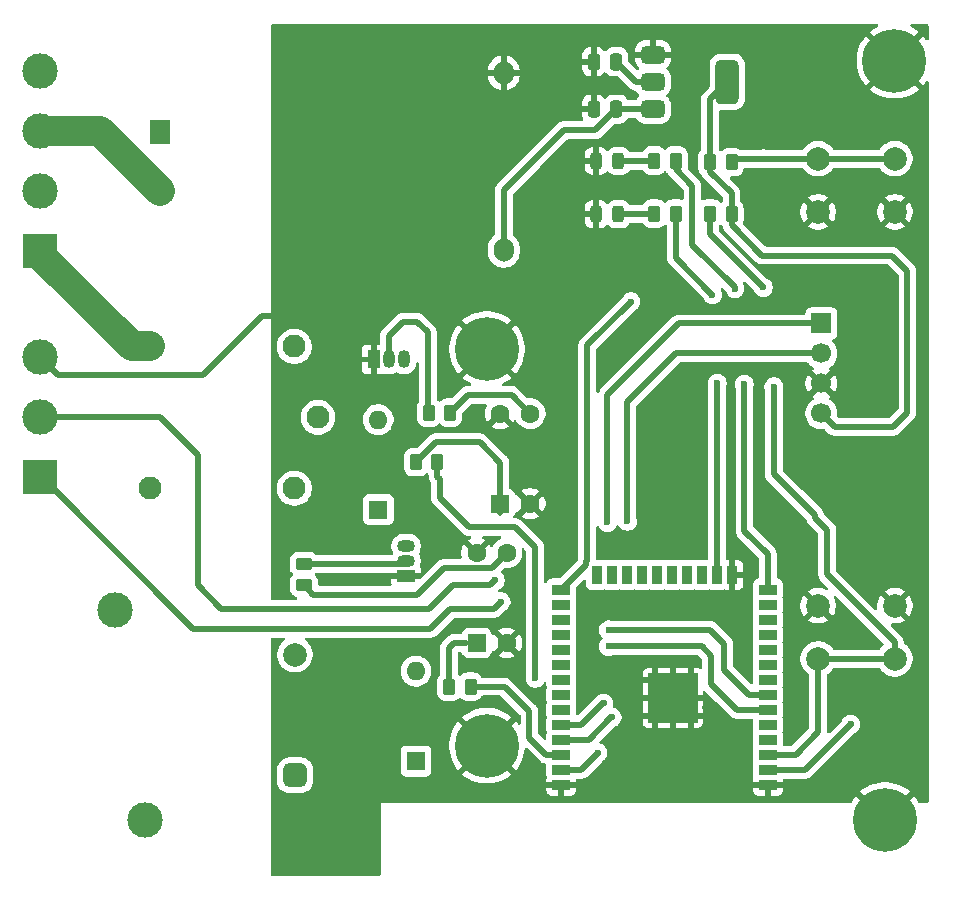
<source format=gtl>
G04 #@! TF.GenerationSoftware,KiCad,Pcbnew,9.0.1*
G04 #@! TF.CreationDate,2025-08-27T22:36:15+05:00*
G04 #@! TF.ProjectId,30A_home_automation_using_esp32,3330415f-686f-46d6-955f-6175746f6d61,rev?*
G04 #@! TF.SameCoordinates,Original*
G04 #@! TF.FileFunction,Copper,L1,Top*
G04 #@! TF.FilePolarity,Positive*
%FSLAX46Y46*%
G04 Gerber Fmt 4.6, Leading zero omitted, Abs format (unit mm)*
G04 Created by KiCad (PCBNEW 9.0.1) date 2025-08-27 22:36:15*
%MOMM*%
%LPD*%
G01*
G04 APERTURE LIST*
G04 Aperture macros list*
%AMRoundRect*
0 Rectangle with rounded corners*
0 $1 Rounding radius*
0 $2 $3 $4 $5 $6 $7 $8 $9 X,Y pos of 4 corners*
0 Add a 4 corners polygon primitive as box body*
4,1,4,$2,$3,$4,$5,$6,$7,$8,$9,$2,$3,0*
0 Add four circle primitives for the rounded corners*
1,1,$1+$1,$2,$3*
1,1,$1+$1,$4,$5*
1,1,$1+$1,$6,$7*
1,1,$1+$1,$8,$9*
0 Add four rect primitives between the rounded corners*
20,1,$1+$1,$2,$3,$4,$5,0*
20,1,$1+$1,$4,$5,$6,$7,0*
20,1,$1+$1,$6,$7,$8,$9,0*
20,1,$1+$1,$8,$9,$2,$3,0*%
G04 Aperture macros list end*
G04 #@! TA.AperFunction,SMDPad,CuDef*
%ADD10RoundRect,0.243750X-0.243750X-0.456250X0.243750X-0.456250X0.243750X0.456250X-0.243750X0.456250X0*%
G04 #@! TD*
G04 #@! TA.AperFunction,ComponentPad*
%ADD11C,0.800000*%
G04 #@! TD*
G04 #@! TA.AperFunction,ComponentPad*
%ADD12C,5.400000*%
G04 #@! TD*
G04 #@! TA.AperFunction,SMDPad,CuDef*
%ADD13RoundRect,0.250000X-0.262500X-0.450000X0.262500X-0.450000X0.262500X0.450000X-0.262500X0.450000X0*%
G04 #@! TD*
G04 #@! TA.AperFunction,ComponentPad*
%ADD14R,3.000000X3.000000*%
G04 #@! TD*
G04 #@! TA.AperFunction,ComponentPad*
%ADD15C,3.000000*%
G04 #@! TD*
G04 #@! TA.AperFunction,ComponentPad*
%ADD16RoundRect,0.250000X0.550000X-0.550000X0.550000X0.550000X-0.550000X0.550000X-0.550000X-0.550000X0*%
G04 #@! TD*
G04 #@! TA.AperFunction,ComponentPad*
%ADD17C,1.600000*%
G04 #@! TD*
G04 #@! TA.AperFunction,SMDPad,CuDef*
%ADD18RoundRect,0.250000X0.250000X0.475000X-0.250000X0.475000X-0.250000X-0.475000X0.250000X-0.475000X0*%
G04 #@! TD*
G04 #@! TA.AperFunction,ComponentPad*
%ADD19R,1.600000X1.600000*%
G04 #@! TD*
G04 #@! TA.AperFunction,ComponentPad*
%ADD20O,1.600000X1.600000*%
G04 #@! TD*
G04 #@! TA.AperFunction,SMDPad,CuDef*
%ADD21RoundRect,0.375000X-0.625000X-0.375000X0.625000X-0.375000X0.625000X0.375000X-0.625000X0.375000X0*%
G04 #@! TD*
G04 #@! TA.AperFunction,SMDPad,CuDef*
%ADD22RoundRect,0.500000X-0.500000X-1.400000X0.500000X-1.400000X0.500000X1.400000X-0.500000X1.400000X0*%
G04 #@! TD*
G04 #@! TA.AperFunction,SMDPad,CuDef*
%ADD23R,1.500000X0.900000*%
G04 #@! TD*
G04 #@! TA.AperFunction,SMDPad,CuDef*
%ADD24R,0.900000X1.500000*%
G04 #@! TD*
G04 #@! TA.AperFunction,SMDPad,CuDef*
%ADD25R,1.050000X1.050000*%
G04 #@! TD*
G04 #@! TA.AperFunction,HeatsinkPad*
%ADD26C,0.600000*%
G04 #@! TD*
G04 #@! TA.AperFunction,HeatsinkPad*
%ADD27R,4.200000X4.200000*%
G04 #@! TD*
G04 #@! TA.AperFunction,SMDPad,CuDef*
%ADD28RoundRect,0.250000X-0.450000X0.262500X-0.450000X-0.262500X0.450000X-0.262500X0.450000X0.262500X0*%
G04 #@! TD*
G04 #@! TA.AperFunction,ComponentPad*
%ADD29C,2.000000*%
G04 #@! TD*
G04 #@! TA.AperFunction,ComponentPad*
%ADD30R,1.050000X1.500000*%
G04 #@! TD*
G04 #@! TA.AperFunction,ComponentPad*
%ADD31O,1.050000X1.500000*%
G04 #@! TD*
G04 #@! TA.AperFunction,ComponentPad*
%ADD32R,1.500000X1.050000*%
G04 #@! TD*
G04 #@! TA.AperFunction,ComponentPad*
%ADD33O,1.500000X1.050000*%
G04 #@! TD*
G04 #@! TA.AperFunction,ComponentPad*
%ADD34RoundRect,0.500000X-0.500000X-0.500000X0.500000X-0.500000X0.500000X0.500000X-0.500000X0.500000X0*%
G04 #@! TD*
G04 #@! TA.AperFunction,SMDPad,CuDef*
%ADD35RoundRect,0.250000X0.262500X0.450000X-0.262500X0.450000X-0.262500X-0.450000X0.262500X-0.450000X0*%
G04 #@! TD*
G04 #@! TA.AperFunction,ComponentPad*
%ADD36R,1.700000X1.700000*%
G04 #@! TD*
G04 #@! TA.AperFunction,ComponentPad*
%ADD37C,1.700000*%
G04 #@! TD*
G04 #@! TA.AperFunction,ComponentPad*
%ADD38R,1.700000X2.000000*%
G04 #@! TD*
G04 #@! TA.AperFunction,ComponentPad*
%ADD39O,1.700000X2.000000*%
G04 #@! TD*
G04 #@! TA.AperFunction,ComponentPad*
%ADD40C,1.950000*%
G04 #@! TD*
G04 #@! TA.AperFunction,ViaPad*
%ADD41C,0.600000*%
G04 #@! TD*
G04 #@! TA.AperFunction,Conductor*
%ADD42C,0.500000*%
G04 #@! TD*
G04 #@! TA.AperFunction,Conductor*
%ADD43C,2.500000*%
G04 #@! TD*
G04 APERTURE END LIST*
D10*
X130262500Y-63800000D03*
X132137500Y-63800000D03*
D11*
X152675000Y-115100000D03*
X153268109Y-113668109D03*
X153268109Y-116531891D03*
X154700000Y-113075000D03*
D12*
X154700000Y-115100000D03*
D11*
X154700000Y-117125000D03*
X156131891Y-113668109D03*
X156131891Y-116531891D03*
X156725000Y-115100000D03*
D13*
X139887500Y-63755000D03*
X141712500Y-63755000D03*
D11*
X118975000Y-108800000D03*
X119568109Y-107368109D03*
X119568109Y-110231891D03*
X121000000Y-106775000D03*
D12*
X121000000Y-108800000D03*
D11*
X121000000Y-110825000D03*
X122431891Y-107368109D03*
X122431891Y-110231891D03*
X123025000Y-108800000D03*
D13*
X116075000Y-80600000D03*
X117900000Y-80600000D03*
D14*
X83200000Y-66920000D03*
D15*
X83200000Y-61840000D03*
X83200000Y-56760000D03*
X83200000Y-51680000D03*
D16*
X122125000Y-88300000D03*
D17*
X124665000Y-88300000D03*
X124665000Y-80680000D03*
X122125000Y-80680000D03*
D18*
X131950000Y-50900000D03*
X130050000Y-50900000D03*
D19*
X115000000Y-110110000D03*
D20*
X115000000Y-102490000D03*
D21*
X135050000Y-50300000D03*
X135050000Y-52600000D03*
D22*
X141350000Y-52600000D03*
D21*
X135050000Y-54900000D03*
D14*
X83200000Y-86080000D03*
D15*
X83200000Y-81000000D03*
X83200000Y-75920000D03*
D23*
X144795000Y-112102500D03*
X144795000Y-110832500D03*
X144795000Y-109562500D03*
X144795000Y-108292500D03*
X144795000Y-107022500D03*
X144795000Y-105752500D03*
X144795000Y-104482500D03*
X144795000Y-103212500D03*
X144795000Y-101942500D03*
X144795000Y-100672500D03*
X144795000Y-99402500D03*
X144795000Y-98132500D03*
X144795000Y-96862500D03*
X144795000Y-95592500D03*
D24*
X141755000Y-94342500D03*
X140485000Y-94342500D03*
X139215000Y-94342500D03*
X137945000Y-94342500D03*
X136675000Y-94342500D03*
X135405000Y-94342500D03*
X134135000Y-94342500D03*
X132865000Y-94342500D03*
X131595000Y-94342500D03*
X130325000Y-94342500D03*
D23*
X127295000Y-95592500D03*
X127295000Y-96862500D03*
X127295000Y-98132500D03*
X127295000Y-99402500D03*
X127295000Y-100672500D03*
X127295000Y-101942500D03*
X127295000Y-103212500D03*
X127295000Y-104482500D03*
X127295000Y-105752500D03*
X127295000Y-107022500D03*
X127295000Y-108292500D03*
X127295000Y-109562500D03*
X127295000Y-110832500D03*
X127295000Y-112102500D03*
D25*
X138250000Y-106287500D03*
D26*
X138250000Y-105525000D03*
D25*
X138250000Y-104762500D03*
D26*
X138250000Y-104000000D03*
D25*
X138250000Y-103237500D03*
D26*
X137487500Y-106287500D03*
X137487500Y-104762500D03*
X137487500Y-103237500D03*
D25*
X136725000Y-106287500D03*
D26*
X136725000Y-105525000D03*
D25*
X136725000Y-104762500D03*
D27*
X136725000Y-104762500D03*
D26*
X136725000Y-104000000D03*
D25*
X136725000Y-103237500D03*
D26*
X135962500Y-106287500D03*
X135962500Y-104762500D03*
X135962500Y-103237500D03*
D25*
X135200000Y-106287500D03*
D26*
X135200000Y-105525000D03*
D25*
X135200000Y-104762500D03*
D26*
X135200000Y-104000000D03*
D25*
X135200000Y-103237500D03*
D28*
X105500000Y-93387500D03*
X105500000Y-95212500D03*
D18*
X131950000Y-54900000D03*
X130050000Y-54900000D03*
D29*
X155550000Y-101450000D03*
X149050000Y-101450000D03*
X155550000Y-96950000D03*
X149050000Y-96950000D03*
D30*
X111430000Y-76100000D03*
D31*
X112700000Y-76100000D03*
X113970000Y-76100000D03*
D32*
X114160000Y-94440000D03*
D33*
X114160000Y-93170000D03*
X114160000Y-91900000D03*
D15*
X92090000Y-115100000D03*
X89550000Y-97300000D03*
D34*
X104750000Y-111300000D03*
D29*
X104750000Y-101100000D03*
D35*
X137000000Y-59255000D03*
X135175000Y-59255000D03*
X141712500Y-59400000D03*
X139887500Y-59400000D03*
D19*
X111800000Y-88810000D03*
D20*
X111800000Y-81190000D03*
D11*
X153475000Y-50800000D03*
X154068109Y-49368109D03*
X154068109Y-52231891D03*
X155500000Y-48775000D03*
D12*
X155500000Y-50800000D03*
D11*
X155500000Y-52825000D03*
X156931891Y-49368109D03*
X156931891Y-52231891D03*
X157525000Y-50800000D03*
D36*
X149320000Y-73050000D03*
D37*
X149320000Y-75590000D03*
X149320000Y-78130000D03*
X149320000Y-80670000D03*
D38*
X93345000Y-56837500D03*
D39*
X93345000Y-61837500D03*
X122425000Y-51837500D03*
X122425000Y-66837500D03*
D40*
X104700000Y-87000000D03*
X104700000Y-75000000D03*
X106700000Y-81000000D03*
X92500000Y-87000000D03*
X92500000Y-75000000D03*
D13*
X114987500Y-84800000D03*
X116812500Y-84800000D03*
X117787500Y-103800000D03*
X119612500Y-103800000D03*
D29*
X149050000Y-59100000D03*
X155550000Y-59100000D03*
X149050000Y-63600000D03*
X155550000Y-63600000D03*
D11*
X118975000Y-75225000D03*
X119568109Y-73793109D03*
X119568109Y-76656891D03*
X121000000Y-73200000D03*
D12*
X121000000Y-75225000D03*
D11*
X121000000Y-77250000D03*
X122431891Y-73793109D03*
X122431891Y-76656891D03*
X123025000Y-75225000D03*
D35*
X137000000Y-63755000D03*
X135175000Y-63755000D03*
D10*
X130262500Y-59300000D03*
X132137500Y-59300000D03*
D16*
X120125000Y-100100000D03*
D17*
X122665000Y-100100000D03*
X122665000Y-92480000D03*
X120125000Y-92480000D03*
D41*
X151800000Y-107000000D03*
X130900000Y-105200000D03*
X132900000Y-89800000D03*
X131200000Y-89900000D03*
X131600000Y-106400000D03*
X121700000Y-94800000D03*
X131300000Y-99000000D03*
X131300000Y-100400000D03*
X122200000Y-96600000D03*
X130400000Y-109400000D03*
X125100000Y-103100000D03*
X142000000Y-70100000D03*
X142800000Y-78200000D03*
X140500000Y-78100000D03*
X140100000Y-70600000D03*
X144400000Y-59100000D03*
X133200000Y-71200000D03*
X144400000Y-70000000D03*
X145300000Y-78400000D03*
D42*
X134750000Y-50000000D02*
X135050000Y-50300000D01*
X83200000Y-75920000D02*
X84700000Y-77420000D01*
X96980000Y-77420000D02*
X102000000Y-72400000D01*
X102000000Y-72400000D02*
X109400000Y-72400000D01*
X84700000Y-77420000D02*
X96980000Y-77420000D01*
X111430000Y-74430000D02*
X111430000Y-76100000D01*
X109400000Y-72400000D02*
X111430000Y-74430000D01*
X135050000Y-54900000D02*
X131950000Y-54900000D01*
X122425000Y-66837500D02*
X122425000Y-61775000D01*
X122425000Y-61775000D02*
X127500000Y-56700000D01*
X127500000Y-56700000D02*
X130150000Y-56700000D01*
X130150000Y-56700000D02*
X131950000Y-54900000D01*
X144300000Y-67300000D02*
X155300000Y-67300000D01*
X141712500Y-64712500D02*
X144300000Y-67300000D01*
X155300000Y-67300000D02*
X156600000Y-68600000D01*
X139887500Y-59400000D02*
X139887500Y-60187500D01*
X141712500Y-63755000D02*
X141712500Y-64712500D01*
X139887500Y-54062500D02*
X141350000Y-52600000D01*
X144795000Y-110832500D02*
X147967500Y-110832500D01*
X139887500Y-59400000D02*
X139887500Y-54062500D01*
X133650000Y-52600000D02*
X131950000Y-50900000D01*
X135050000Y-52600000D02*
X133650000Y-52600000D01*
X139887500Y-60187500D02*
X141712500Y-62012500D01*
X141712500Y-62012500D02*
X141712500Y-63755000D01*
X156600000Y-68600000D02*
X156600000Y-80600000D01*
X147967500Y-110832500D02*
X151800000Y-107000000D01*
X155400000Y-81800000D02*
X150450000Y-81800000D01*
X156600000Y-80600000D02*
X155400000Y-81800000D01*
X150450000Y-81800000D02*
X149320000Y-80670000D01*
X132137500Y-59300000D02*
X135130000Y-59300000D01*
X135130000Y-59300000D02*
X135175000Y-59255000D01*
X135175000Y-63755000D02*
X132182500Y-63755000D01*
X132182500Y-63755000D02*
X132137500Y-63800000D01*
X132900000Y-79700000D02*
X132900000Y-89800000D01*
X137010000Y-75590000D02*
X132900000Y-79700000D01*
X127295000Y-107022500D02*
X128977500Y-107022500D01*
X149320000Y-75590000D02*
X137010000Y-75590000D01*
X130800000Y-105200000D02*
X130900000Y-105200000D01*
X128977500Y-107022500D02*
X130800000Y-105200000D01*
X131200000Y-79100000D02*
X131200000Y-89900000D01*
X137250000Y-73050000D02*
X131200000Y-79100000D01*
X129607500Y-108292500D02*
X131500000Y-106400000D01*
X149320000Y-73050000D02*
X137250000Y-73050000D01*
X127295000Y-108292500D02*
X129607500Y-108292500D01*
X131500000Y-106400000D02*
X131600000Y-106400000D01*
D43*
X88267500Y-56760000D02*
X93345000Y-61837500D01*
X83200000Y-56760000D02*
X88267500Y-56760000D01*
X83200000Y-66920000D02*
X83200000Y-67257143D01*
X90942857Y-75000000D02*
X92500000Y-75000000D01*
X83200000Y-67257143D02*
X90942857Y-75000000D01*
D42*
X96500000Y-84200000D02*
X96500000Y-95200000D01*
X144795000Y-104482500D02*
X143182500Y-104482500D01*
X143182500Y-104482500D02*
X142500000Y-103800000D01*
X139900000Y-99000000D02*
X141100000Y-100200000D01*
X131300000Y-99000000D02*
X139900000Y-99000000D01*
X98500000Y-97200000D02*
X116100000Y-97200000D01*
X141100000Y-100200000D02*
X141100000Y-102400000D01*
X141100000Y-102400000D02*
X142750000Y-104050000D01*
X118100000Y-95200000D02*
X121300000Y-95200000D01*
X116100000Y-97200000D02*
X118100000Y-95200000D01*
X121300000Y-95200000D02*
X121700000Y-94800000D01*
X96500000Y-95200000D02*
X98500000Y-97200000D01*
X83200000Y-81000000D02*
X93300000Y-81000000D01*
X93300000Y-81000000D02*
X96500000Y-84200000D01*
X131300000Y-100400000D02*
X133000000Y-100400000D01*
X144795000Y-105752500D02*
X142152500Y-105752500D01*
X117900000Y-97200000D02*
X121600000Y-97200000D01*
X140000000Y-101200000D02*
X140000000Y-103600000D01*
X83303533Y-86080000D02*
X96123533Y-98900000D01*
X83200000Y-86080000D02*
X83303533Y-86080000D01*
X121600000Y-97200000D02*
X122200000Y-96600000D01*
X139200000Y-100400000D02*
X140000000Y-101200000D01*
X116200000Y-98900000D02*
X117900000Y-97200000D01*
X142152500Y-105752500D02*
X141000000Y-104600000D01*
X96123533Y-98900000D02*
X116200000Y-98900000D01*
X131300000Y-100400000D02*
X139200000Y-100400000D01*
X140000000Y-103600000D02*
X141200000Y-104800000D01*
X105500000Y-93387500D02*
X114047500Y-93387500D01*
X115100000Y-72900000D02*
X115987500Y-73787500D01*
X113900000Y-72900000D02*
X115100000Y-72900000D01*
X112700000Y-74100000D02*
X113900000Y-72900000D01*
X115987500Y-73787500D02*
X115987500Y-80400000D01*
X112700000Y-76100000D02*
X112700000Y-74100000D01*
X124600000Y-105900000D02*
X124600000Y-108117500D01*
X119612500Y-103800000D02*
X122500000Y-103800000D01*
X124600000Y-108117500D02*
X126045000Y-109562500D01*
X122500000Y-103800000D02*
X124600000Y-105900000D01*
X126045000Y-109562500D02*
X127295000Y-109562500D01*
X118200000Y-100100000D02*
X117787500Y-100512500D01*
X119230000Y-100100000D02*
X118200000Y-100100000D01*
X117787500Y-100512500D02*
X117787500Y-103800000D01*
X130400000Y-109400000D02*
X128967500Y-110832500D01*
X128967500Y-110832500D02*
X127295000Y-110832500D01*
X125100000Y-92000000D02*
X125100000Y-103100000D01*
X116812500Y-84800000D02*
X116812500Y-86012500D01*
X123400000Y-90300000D02*
X125100000Y-92000000D01*
X116812500Y-86012500D02*
X117000000Y-86200000D01*
X117000000Y-87800000D02*
X119500000Y-90300000D01*
X117000000Y-86200000D02*
X117000000Y-87800000D01*
X119500000Y-90300000D02*
X123400000Y-90300000D01*
X122125000Y-84825000D02*
X122125000Y-89105000D01*
X120400000Y-83100000D02*
X122125000Y-84825000D01*
X114987500Y-84800000D02*
X116687500Y-83100000D01*
X116687500Y-83100000D02*
X120400000Y-83100000D01*
X122665000Y-92480000D02*
X121414000Y-93731000D01*
X121414000Y-93731000D02*
X117376000Y-93731000D01*
X115107000Y-96000000D02*
X106287500Y-96000000D01*
X106287500Y-96000000D02*
X105500000Y-95212500D01*
X117376000Y-93731000D02*
X115107000Y-96000000D01*
X119400000Y-79100000D02*
X123085000Y-79100000D01*
X117900000Y-80600000D02*
X119400000Y-79100000D01*
X123085000Y-79100000D02*
X124665000Y-80680000D01*
X142000000Y-70000000D02*
X142000000Y-70100000D01*
X144795000Y-95592500D02*
X144795000Y-92595000D01*
X137000000Y-60000000D02*
X138400000Y-61400000D01*
X144795000Y-92595000D02*
X142800000Y-90600000D01*
X138400000Y-61400000D02*
X138400000Y-66400000D01*
X138400000Y-66400000D02*
X142000000Y-70000000D01*
X142800000Y-90600000D02*
X142800000Y-78200000D01*
X137000000Y-59255000D02*
X137000000Y-60000000D01*
X137000000Y-63755000D02*
X137000000Y-67500000D01*
X140485000Y-78115000D02*
X140500000Y-78100000D01*
X137000000Y-67500000D02*
X140100000Y-70600000D01*
X140485000Y-94342500D02*
X140485000Y-78115000D01*
X127295000Y-95592500D02*
X129424000Y-93463500D01*
X129424000Y-93463500D02*
X129424000Y-93141500D01*
X129424000Y-93141500D02*
X129500000Y-93141500D01*
X144400000Y-59100000D02*
X142012500Y-59100000D01*
X129500000Y-74900000D02*
X133200000Y-71200000D01*
X155550000Y-59100000D02*
X149050000Y-59100000D01*
X149050000Y-59100000D02*
X144400000Y-59100000D01*
X142012500Y-59100000D02*
X141712500Y-59400000D01*
X129500000Y-93141500D02*
X129500000Y-74900000D01*
X147137500Y-109562500D02*
X144795000Y-109562500D01*
X149050000Y-101450000D02*
X149050000Y-107650000D01*
X145300000Y-85800000D02*
X145300000Y-78400000D01*
X149050000Y-107650000D02*
X147137500Y-109562500D01*
X139887500Y-65487500D02*
X144300000Y-69900000D01*
X155550000Y-101450000D02*
X149050000Y-101450000D01*
X149800000Y-94285787D02*
X149800000Y-90500000D01*
X149800000Y-90500000D02*
X148800000Y-89500000D01*
X148800000Y-89500000D02*
X148800000Y-89300000D01*
X139887500Y-63755000D02*
X139887500Y-65487500D01*
X155550000Y-100035787D02*
X149800000Y-94285787D01*
X148800000Y-89300000D02*
X145300000Y-85800000D01*
X155550000Y-101450000D02*
X155550000Y-100035787D01*
G04 #@! TA.AperFunction,Conductor*
G36*
X154084690Y-47720185D02*
G01*
X154130445Y-47772989D01*
X154140389Y-47842147D01*
X154111364Y-47905703D01*
X154071452Y-47936220D01*
X153949666Y-47994868D01*
X153645335Y-48186092D01*
X153419634Y-48366081D01*
X154738282Y-49684729D01*
X154620534Y-49770278D01*
X154470278Y-49920534D01*
X154384729Y-50038282D01*
X153066081Y-48719634D01*
X152886092Y-48945335D01*
X152694870Y-49249663D01*
X152538927Y-49573482D01*
X152420220Y-49912729D01*
X152420219Y-49912731D01*
X152340242Y-50263136D01*
X152340240Y-50263148D01*
X152300000Y-50620287D01*
X152300000Y-50979712D01*
X152340240Y-51336851D01*
X152340242Y-51336863D01*
X152420219Y-51687268D01*
X152420220Y-51687270D01*
X152538927Y-52026517D01*
X152694870Y-52350336D01*
X152886092Y-52654664D01*
X153066081Y-52880364D01*
X154384728Y-51561717D01*
X154470278Y-51679466D01*
X154620534Y-51829722D01*
X154738281Y-51915270D01*
X153419634Y-53233916D01*
X153419634Y-53233917D01*
X153645335Y-53413907D01*
X153949663Y-53605129D01*
X154273482Y-53761072D01*
X154612729Y-53879779D01*
X154612731Y-53879780D01*
X154963136Y-53959757D01*
X154963148Y-53959759D01*
X155320287Y-53999999D01*
X155320289Y-54000000D01*
X155679711Y-54000000D01*
X155679712Y-53999999D01*
X156036851Y-53959759D01*
X156036863Y-53959757D01*
X156387268Y-53879780D01*
X156387270Y-53879779D01*
X156726517Y-53761072D01*
X157050336Y-53605129D01*
X157354664Y-53413907D01*
X157580364Y-53233916D01*
X156261718Y-51915270D01*
X156379466Y-51829722D01*
X156529722Y-51679466D01*
X156615270Y-51561718D01*
X157933916Y-52880364D01*
X158113907Y-52654664D01*
X158170506Y-52564589D01*
X158222841Y-52518298D01*
X158291894Y-52507650D01*
X158355742Y-52536025D01*
X158394115Y-52594414D01*
X158399500Y-52630561D01*
X158399500Y-113528500D01*
X158379815Y-113595539D01*
X158327011Y-113641294D01*
X158275500Y-113652500D01*
X157632567Y-113652500D01*
X157565528Y-113632815D01*
X157520846Y-113582301D01*
X157505127Y-113549659D01*
X157313907Y-113245335D01*
X157133916Y-113019634D01*
X156537372Y-113616181D01*
X156476049Y-113649666D01*
X156449691Y-113652500D01*
X156093309Y-113652500D01*
X156026270Y-113632815D01*
X155980515Y-113580011D01*
X155970571Y-113510853D01*
X155999596Y-113447297D01*
X156005628Y-113440819D01*
X156780364Y-112666081D01*
X156554664Y-112486092D01*
X156250336Y-112294870D01*
X155926517Y-112138927D01*
X155587270Y-112020220D01*
X155587268Y-112020219D01*
X155236863Y-111940242D01*
X155236851Y-111940240D01*
X154879712Y-111900000D01*
X154520287Y-111900000D01*
X154163148Y-111940240D01*
X154163136Y-111940242D01*
X153812731Y-112020219D01*
X153812729Y-112020220D01*
X153473482Y-112138927D01*
X153149663Y-112294870D01*
X152845335Y-112486092D01*
X152619634Y-112666081D01*
X153394372Y-113440819D01*
X153427857Y-113502142D01*
X153422873Y-113571834D01*
X153381001Y-113627767D01*
X153315537Y-113652184D01*
X153306691Y-113652500D01*
X152950309Y-113652500D01*
X152883270Y-113632815D01*
X152862628Y-113616181D01*
X152266081Y-113019634D01*
X152086092Y-113245335D01*
X151894872Y-113549659D01*
X151879154Y-113582301D01*
X151832331Y-113634161D01*
X151767433Y-113652500D01*
X112045000Y-113652500D01*
X112045000Y-119675500D01*
X112025315Y-119742539D01*
X111972511Y-119788294D01*
X111921000Y-119799500D01*
X102824000Y-119799500D01*
X102756961Y-119779815D01*
X102711206Y-119727011D01*
X102700000Y-119675500D01*
X102700000Y-110741966D01*
X103249500Y-110741966D01*
X103249500Y-111858028D01*
X103249501Y-111858034D01*
X103260113Y-111977415D01*
X103316089Y-112173045D01*
X103316090Y-112173047D01*
X103316091Y-112173049D01*
X103410302Y-112353407D01*
X103410304Y-112353409D01*
X103538890Y-112511109D01*
X103632803Y-112587684D01*
X103696593Y-112639698D01*
X103876951Y-112733909D01*
X104072582Y-112789886D01*
X104191963Y-112800500D01*
X105308036Y-112800499D01*
X105427418Y-112789886D01*
X105623049Y-112733909D01*
X105803407Y-112639698D01*
X105851671Y-112600344D01*
X126045000Y-112600344D01*
X126051401Y-112659872D01*
X126051403Y-112659879D01*
X126101645Y-112794586D01*
X126101649Y-112794593D01*
X126187809Y-112909687D01*
X126187812Y-112909690D01*
X126302906Y-112995850D01*
X126302913Y-112995854D01*
X126437620Y-113046096D01*
X126437627Y-113046098D01*
X126497155Y-113052499D01*
X126497172Y-113052500D01*
X127045000Y-113052500D01*
X127545000Y-113052500D01*
X128092828Y-113052500D01*
X128092844Y-113052499D01*
X128152372Y-113046098D01*
X128152379Y-113046096D01*
X128287086Y-112995854D01*
X128287093Y-112995850D01*
X128402187Y-112909690D01*
X128402190Y-112909687D01*
X128488350Y-112794593D01*
X128488354Y-112794586D01*
X128538596Y-112659879D01*
X128538598Y-112659872D01*
X128544999Y-112600344D01*
X143545000Y-112600344D01*
X143551401Y-112659872D01*
X143551403Y-112659879D01*
X143601645Y-112794586D01*
X143601649Y-112794593D01*
X143687809Y-112909687D01*
X143687812Y-112909690D01*
X143802906Y-112995850D01*
X143802913Y-112995854D01*
X143937620Y-113046096D01*
X143937627Y-113046098D01*
X143997155Y-113052499D01*
X143997172Y-113052500D01*
X144545000Y-113052500D01*
X145045000Y-113052500D01*
X145592828Y-113052500D01*
X145592844Y-113052499D01*
X145652372Y-113046098D01*
X145652379Y-113046096D01*
X145787086Y-112995854D01*
X145787093Y-112995850D01*
X145902187Y-112909690D01*
X145902190Y-112909687D01*
X145988350Y-112794593D01*
X145988354Y-112794586D01*
X146038596Y-112659879D01*
X146038598Y-112659872D01*
X146044999Y-112600344D01*
X146045000Y-112600327D01*
X146045000Y-112352500D01*
X145045000Y-112352500D01*
X145045000Y-113052500D01*
X144545000Y-113052500D01*
X144545000Y-112352500D01*
X143545000Y-112352500D01*
X143545000Y-112600344D01*
X128544999Y-112600344D01*
X128545000Y-112600327D01*
X128545000Y-112352500D01*
X127545000Y-112352500D01*
X127545000Y-113052500D01*
X127045000Y-113052500D01*
X127045000Y-112352500D01*
X126045000Y-112352500D01*
X126045000Y-112600344D01*
X105851671Y-112600344D01*
X105961109Y-112511109D01*
X106089698Y-112353407D01*
X106183909Y-112173049D01*
X106239886Y-111977418D01*
X106250500Y-111858037D01*
X106250499Y-110741964D01*
X106239886Y-110622582D01*
X106183909Y-110426951D01*
X106089698Y-110246593D01*
X105993512Y-110128630D01*
X105961109Y-110088890D01*
X105803409Y-109960304D01*
X105803410Y-109960304D01*
X105803407Y-109960302D01*
X105623049Y-109866091D01*
X105623048Y-109866090D01*
X105623045Y-109866089D01*
X105495945Y-109829722D01*
X105427418Y-109810114D01*
X105427415Y-109810113D01*
X105427413Y-109810113D01*
X105361102Y-109804217D01*
X105308037Y-109799500D01*
X105308032Y-109799500D01*
X104191971Y-109799500D01*
X104191965Y-109799500D01*
X104191964Y-109799501D01*
X104180316Y-109800536D01*
X104072584Y-109810113D01*
X103876954Y-109866089D01*
X103823962Y-109893770D01*
X103696593Y-109960302D01*
X103696591Y-109960303D01*
X103696590Y-109960304D01*
X103538890Y-110088890D01*
X103410304Y-110246590D01*
X103410302Y-110246593D01*
X103364323Y-110334616D01*
X103316089Y-110426954D01*
X103260114Y-110622583D01*
X103260113Y-110622586D01*
X103249500Y-110741966D01*
X102700000Y-110741966D01*
X102700000Y-109262135D01*
X113699500Y-109262135D01*
X113699500Y-110957870D01*
X113699501Y-110957876D01*
X113705908Y-111017483D01*
X113756202Y-111152328D01*
X113756206Y-111152335D01*
X113842452Y-111267544D01*
X113842455Y-111267547D01*
X113957664Y-111353793D01*
X113957671Y-111353797D01*
X114092517Y-111404091D01*
X114092516Y-111404091D01*
X114099444Y-111404835D01*
X114152127Y-111410500D01*
X115847872Y-111410499D01*
X115907483Y-111404091D01*
X116042331Y-111353796D01*
X116157546Y-111267546D01*
X116243796Y-111152331D01*
X116245280Y-111148350D01*
X116247600Y-111142134D01*
X116247600Y-111142133D01*
X116294091Y-111017483D01*
X116300500Y-110957873D01*
X116300499Y-109262128D01*
X116294091Y-109202517D01*
X116280661Y-109166510D01*
X116243797Y-109067671D01*
X116243793Y-109067664D01*
X116157547Y-108952455D01*
X116157544Y-108952452D01*
X116042335Y-108866206D01*
X116042328Y-108866202D01*
X115907482Y-108815908D01*
X115907483Y-108815908D01*
X115847883Y-108809501D01*
X115847881Y-108809500D01*
X115847873Y-108809500D01*
X115847864Y-108809500D01*
X114152129Y-108809500D01*
X114152123Y-108809501D01*
X114092516Y-108815908D01*
X113957671Y-108866202D01*
X113957664Y-108866206D01*
X113842455Y-108952452D01*
X113842452Y-108952455D01*
X113756206Y-109067664D01*
X113756202Y-109067671D01*
X113705908Y-109202517D01*
X113699501Y-109262116D01*
X113699501Y-109262123D01*
X113699500Y-109262135D01*
X102700000Y-109262135D01*
X102700000Y-99774500D01*
X102719685Y-99707461D01*
X102772489Y-99661706D01*
X102824000Y-99650500D01*
X103810630Y-99650500D01*
X103877669Y-99670185D01*
X103923424Y-99722989D01*
X103933368Y-99792147D01*
X103904343Y-99855703D01*
X103883517Y-99874816D01*
X103772490Y-99955483D01*
X103772488Y-99955485D01*
X103772487Y-99955485D01*
X103605485Y-100122487D01*
X103605485Y-100122488D01*
X103605483Y-100122490D01*
X103565381Y-100177686D01*
X103466657Y-100313566D01*
X103359433Y-100524003D01*
X103286446Y-100748631D01*
X103249500Y-100981902D01*
X103249500Y-101218097D01*
X103286446Y-101451368D01*
X103359433Y-101675996D01*
X103423314Y-101801368D01*
X103466657Y-101886433D01*
X103605483Y-102077510D01*
X103772490Y-102244517D01*
X103963567Y-102383343D01*
X104050250Y-102427510D01*
X104174003Y-102490566D01*
X104174005Y-102490566D01*
X104174008Y-102490568D01*
X104294412Y-102529689D01*
X104398631Y-102563553D01*
X104631903Y-102600500D01*
X104631908Y-102600500D01*
X104868097Y-102600500D01*
X105101368Y-102563553D01*
X105139565Y-102551142D01*
X105325992Y-102490568D01*
X105527984Y-102387648D01*
X113699500Y-102387648D01*
X113699500Y-102592352D01*
X113699843Y-102594517D01*
X113731522Y-102794534D01*
X113794781Y-102989223D01*
X113840191Y-103078343D01*
X113876956Y-103150499D01*
X113887715Y-103171613D01*
X114008028Y-103337213D01*
X114152786Y-103481971D01*
X114284250Y-103577483D01*
X114318390Y-103602287D01*
X114434607Y-103661503D01*
X114500776Y-103695218D01*
X114500778Y-103695218D01*
X114500781Y-103695220D01*
X114582543Y-103721786D01*
X114695465Y-103758477D01*
X114768098Y-103769981D01*
X114897648Y-103790500D01*
X114897649Y-103790500D01*
X115102351Y-103790500D01*
X115102352Y-103790500D01*
X115304534Y-103758477D01*
X115499219Y-103695220D01*
X115681610Y-103602287D01*
X115775104Y-103534360D01*
X115847213Y-103481971D01*
X115847215Y-103481968D01*
X115847219Y-103481966D01*
X115991966Y-103337219D01*
X115991968Y-103337215D01*
X115991971Y-103337213D01*
X116044732Y-103264590D01*
X116112287Y-103171610D01*
X116205220Y-102989219D01*
X116268477Y-102794534D01*
X116300500Y-102592352D01*
X116300500Y-102387648D01*
X116277830Y-102244517D01*
X116268477Y-102185465D01*
X116229052Y-102064128D01*
X116205220Y-101990781D01*
X116205218Y-101990778D01*
X116205218Y-101990776D01*
X116152052Y-101886433D01*
X116112287Y-101808390D01*
X116104556Y-101797749D01*
X115991971Y-101642786D01*
X115847213Y-101498028D01*
X115681613Y-101377715D01*
X115681612Y-101377714D01*
X115681610Y-101377713D01*
X115624653Y-101348691D01*
X115499223Y-101284781D01*
X115304534Y-101221522D01*
X115129995Y-101193878D01*
X115102352Y-101189500D01*
X114897648Y-101189500D01*
X114873329Y-101193351D01*
X114695465Y-101221522D01*
X114500776Y-101284781D01*
X114318386Y-101377715D01*
X114152786Y-101498028D01*
X114008028Y-101642786D01*
X113887715Y-101808386D01*
X113794781Y-101990776D01*
X113731522Y-102185465D01*
X113700182Y-102383342D01*
X113699500Y-102387648D01*
X105527984Y-102387648D01*
X105536433Y-102383343D01*
X105727510Y-102244517D01*
X105894517Y-102077510D01*
X106033343Y-101886433D01*
X106140568Y-101675992D01*
X106213553Y-101451368D01*
X106224062Y-101385017D01*
X106250500Y-101218097D01*
X106250500Y-100981902D01*
X106213553Y-100748631D01*
X106176141Y-100633489D01*
X106140568Y-100524008D01*
X106140566Y-100524005D01*
X106140566Y-100524003D01*
X106079633Y-100404417D01*
X106033343Y-100313567D01*
X105894517Y-100122490D01*
X105727510Y-99955483D01*
X105616483Y-99874817D01*
X105573819Y-99819488D01*
X105567840Y-99749874D01*
X105600446Y-99688079D01*
X105661285Y-99653722D01*
X105689370Y-99650500D01*
X116273920Y-99650500D01*
X116371462Y-99631096D01*
X116418913Y-99621658D01*
X116555495Y-99565084D01*
X116637502Y-99510289D01*
X116678416Y-99482952D01*
X118174549Y-97986819D01*
X118235872Y-97953334D01*
X118262230Y-97950500D01*
X121673920Y-97950500D01*
X121771462Y-97931096D01*
X121818913Y-97921658D01*
X121955495Y-97865084D01*
X122004729Y-97832186D01*
X122024309Y-97819104D01*
X122029071Y-97815921D01*
X122078416Y-97782952D01*
X122515297Y-97346069D01*
X122555522Y-97319192D01*
X122579179Y-97309394D01*
X122710289Y-97221789D01*
X122821789Y-97110289D01*
X122909394Y-96979179D01*
X122969737Y-96833497D01*
X123000500Y-96678842D01*
X123000500Y-96521158D01*
X123000500Y-96521155D01*
X123000499Y-96521153D01*
X122986246Y-96449500D01*
X122969737Y-96366503D01*
X122945444Y-96307853D01*
X122909397Y-96220827D01*
X122909390Y-96220814D01*
X122821789Y-96089711D01*
X122821786Y-96089707D01*
X122710292Y-95978213D01*
X122710288Y-95978210D01*
X122579185Y-95890609D01*
X122579172Y-95890602D01*
X122433501Y-95830264D01*
X122433489Y-95830261D01*
X122278845Y-95799500D01*
X122278842Y-95799500D01*
X122121158Y-95799500D01*
X122073571Y-95808965D01*
X122039832Y-95805945D01*
X122006047Y-95803529D01*
X122005124Y-95802838D01*
X122003979Y-95802736D01*
X121977235Y-95781960D01*
X121950114Y-95761657D01*
X121949711Y-95760578D01*
X121948802Y-95759872D01*
X121937533Y-95727926D01*
X121925697Y-95696193D01*
X121925941Y-95695067D01*
X121925559Y-95693982D01*
X121933346Y-95661030D01*
X121940549Y-95627920D01*
X121941457Y-95626705D01*
X121941628Y-95625986D01*
X121961698Y-95599668D01*
X122015295Y-95546070D01*
X122055525Y-95519190D01*
X122079179Y-95509394D01*
X122210289Y-95421789D01*
X122321789Y-95310289D01*
X122409394Y-95179179D01*
X122469737Y-95033497D01*
X122500500Y-94878842D01*
X122500500Y-94721158D01*
X122500500Y-94721155D01*
X122500499Y-94721153D01*
X122494302Y-94690000D01*
X122469737Y-94566503D01*
X122468981Y-94564677D01*
X122409397Y-94420827D01*
X122409390Y-94420814D01*
X122321789Y-94289711D01*
X122321786Y-94289707D01*
X122206903Y-94174824D01*
X122173418Y-94113501D01*
X122178402Y-94043809D01*
X122206899Y-93999466D01*
X122399894Y-93806471D01*
X122461215Y-93772988D01*
X122506970Y-93771681D01*
X122562648Y-93780500D01*
X122562649Y-93780500D01*
X122767351Y-93780500D01*
X122767352Y-93780500D01*
X122969534Y-93748477D01*
X123164219Y-93685220D01*
X123346610Y-93592287D01*
X123439590Y-93524732D01*
X123512213Y-93471971D01*
X123512215Y-93471968D01*
X123512219Y-93471966D01*
X123656966Y-93327219D01*
X123656968Y-93327215D01*
X123656971Y-93327213D01*
X123724000Y-93234954D01*
X123777287Y-93161610D01*
X123870220Y-92979219D01*
X123933477Y-92784534D01*
X123965500Y-92582352D01*
X123965500Y-92377648D01*
X123940367Y-92218967D01*
X123949321Y-92149675D01*
X123994318Y-92096223D01*
X124061069Y-92075583D01*
X124128383Y-92094308D01*
X124150521Y-92111889D01*
X124313181Y-92274549D01*
X124346666Y-92335872D01*
X124349500Y-92362230D01*
X124349500Y-102795396D01*
X124340062Y-102842844D01*
X124336705Y-102850951D01*
X124330262Y-102866506D01*
X124330260Y-102866511D01*
X124299500Y-103021153D01*
X124299500Y-103178846D01*
X124330261Y-103333489D01*
X124330264Y-103333501D01*
X124390602Y-103479172D01*
X124390609Y-103479185D01*
X124478210Y-103610288D01*
X124478213Y-103610292D01*
X124589707Y-103721786D01*
X124589711Y-103721789D01*
X124720814Y-103809390D01*
X124720827Y-103809397D01*
X124866498Y-103869735D01*
X124866503Y-103869737D01*
X125021153Y-103900499D01*
X125021156Y-103900500D01*
X125021158Y-103900500D01*
X125178844Y-103900500D01*
X125178845Y-103900499D01*
X125333497Y-103869737D01*
X125456198Y-103818913D01*
X125479172Y-103809397D01*
X125479172Y-103809396D01*
X125479179Y-103809394D01*
X125610289Y-103721789D01*
X125721789Y-103610289D01*
X125809394Y-103479179D01*
X125809396Y-103479171D01*
X125811135Y-103475921D01*
X125812500Y-103474530D01*
X125812779Y-103474114D01*
X125812857Y-103474166D01*
X125860091Y-103426071D01*
X125928227Y-103410602D01*
X125993910Y-103434426D01*
X126036285Y-103489979D01*
X126044500Y-103534360D01*
X126044500Y-103710369D01*
X126044501Y-103710376D01*
X126050908Y-103769981D01*
X126063659Y-103804169D01*
X126068642Y-103873861D01*
X126063659Y-103890831D01*
X126050908Y-103925018D01*
X126047632Y-103955495D01*
X126044501Y-103984623D01*
X126044500Y-103984635D01*
X126044500Y-104980370D01*
X126044501Y-104980376D01*
X126050908Y-105039981D01*
X126063659Y-105074169D01*
X126068642Y-105143861D01*
X126063659Y-105160831D01*
X126050908Y-105195018D01*
X126044501Y-105254616D01*
X126044501Y-105254623D01*
X126044500Y-105254635D01*
X126044500Y-106250370D01*
X126044501Y-106250376D01*
X126050908Y-106309981D01*
X126063659Y-106344169D01*
X126068642Y-106413861D01*
X126063659Y-106430831D01*
X126050908Y-106465018D01*
X126046825Y-106503000D01*
X126044501Y-106524623D01*
X126044500Y-106524635D01*
X126044500Y-107520370D01*
X126044501Y-107520376D01*
X126050908Y-107579981D01*
X126063659Y-107614169D01*
X126068642Y-107683861D01*
X126063659Y-107700831D01*
X126050908Y-107735018D01*
X126044501Y-107794616D01*
X126044501Y-107794623D01*
X126044500Y-107794635D01*
X126044500Y-108201270D01*
X126024815Y-108268309D01*
X125972011Y-108314064D01*
X125902853Y-108324008D01*
X125839297Y-108294983D01*
X125832819Y-108288951D01*
X125386819Y-107842951D01*
X125353334Y-107781628D01*
X125350500Y-107755270D01*
X125350500Y-105826079D01*
X125321659Y-105681092D01*
X125321658Y-105681091D01*
X125321658Y-105681087D01*
X125310902Y-105655120D01*
X125265087Y-105544511D01*
X125265080Y-105544498D01*
X125182952Y-105421585D01*
X125156239Y-105394872D01*
X125078416Y-105317049D01*
X124582181Y-104820814D01*
X122978421Y-103217052D01*
X122978414Y-103217046D01*
X122878818Y-103150499D01*
X122878817Y-103150499D01*
X122855495Y-103134916D01*
X122855488Y-103134912D01*
X122718917Y-103078343D01*
X122718907Y-103078340D01*
X122573920Y-103049500D01*
X122573918Y-103049500D01*
X120640638Y-103049500D01*
X120573599Y-103029815D01*
X120535099Y-102990597D01*
X120533189Y-102987500D01*
X120467712Y-102881344D01*
X120343656Y-102757288D01*
X120194334Y-102665186D01*
X120027797Y-102610001D01*
X120027795Y-102610000D01*
X119925010Y-102599500D01*
X119299998Y-102599500D01*
X119299980Y-102599501D01*
X119197203Y-102610000D01*
X119197200Y-102610001D01*
X119030668Y-102665185D01*
X119030663Y-102665187D01*
X118881342Y-102757289D01*
X118787681Y-102850951D01*
X118779735Y-102855289D01*
X118774310Y-102862537D01*
X118749550Y-102871771D01*
X118726358Y-102884436D01*
X118717328Y-102883790D01*
X118708846Y-102886954D01*
X118683025Y-102881337D01*
X118656666Y-102879452D01*
X118647612Y-102873633D01*
X118640573Y-102872102D01*
X118612319Y-102850951D01*
X118574319Y-102812951D01*
X118540834Y-102751628D01*
X118538000Y-102725270D01*
X118538000Y-100974500D01*
X118557685Y-100907461D01*
X118610489Y-100861706D01*
X118662000Y-100850500D01*
X118761267Y-100850500D01*
X118828306Y-100870185D01*
X118874061Y-100922989D01*
X118878972Y-100935494D01*
X118890184Y-100969328D01*
X118890187Y-100969336D01*
X118922538Y-101021786D01*
X118982288Y-101118656D01*
X119106344Y-101242712D01*
X119255666Y-101334814D01*
X119422203Y-101389999D01*
X119524991Y-101400500D01*
X120725008Y-101400499D01*
X120827797Y-101389999D01*
X120994334Y-101334814D01*
X121143656Y-101242712D01*
X121267712Y-101118656D01*
X121359814Y-100969334D01*
X121389698Y-100879149D01*
X121393225Y-100871858D01*
X121411458Y-100851732D01*
X121426919Y-100829401D01*
X121434572Y-100826219D01*
X121440136Y-100820078D01*
X121466356Y-100813004D01*
X121491435Y-100802578D01*
X121499592Y-100804038D01*
X121507594Y-100801880D01*
X121533478Y-100810106D01*
X121560211Y-100814893D01*
X121567222Y-100820830D01*
X121574182Y-100823042D01*
X121575943Y-100825168D01*
X121585524Y-100825922D01*
X122265000Y-100146446D01*
X122265000Y-100152661D01*
X122292259Y-100254394D01*
X122344920Y-100345606D01*
X122419394Y-100420080D01*
X122510606Y-100472741D01*
X122612339Y-100500000D01*
X122618553Y-100500000D01*
X121939076Y-101179474D01*
X121983650Y-101211859D01*
X122165968Y-101304755D01*
X122360582Y-101367990D01*
X122562683Y-101400000D01*
X122767317Y-101400000D01*
X122969417Y-101367990D01*
X123164031Y-101304755D01*
X123346349Y-101211859D01*
X123390921Y-101179474D01*
X122711447Y-100500000D01*
X122717661Y-100500000D01*
X122819394Y-100472741D01*
X122910606Y-100420080D01*
X122985080Y-100345606D01*
X123037741Y-100254394D01*
X123065000Y-100152661D01*
X123065000Y-100146447D01*
X123744474Y-100825921D01*
X123776859Y-100781349D01*
X123869755Y-100599031D01*
X123932990Y-100404417D01*
X123965000Y-100202317D01*
X123965000Y-99997682D01*
X123932990Y-99795582D01*
X123869755Y-99600968D01*
X123776859Y-99418650D01*
X123744474Y-99374077D01*
X123744474Y-99374076D01*
X123065000Y-100053551D01*
X123065000Y-100047339D01*
X123037741Y-99945606D01*
X122985080Y-99854394D01*
X122910606Y-99779920D01*
X122819394Y-99727259D01*
X122717661Y-99700000D01*
X122711446Y-99700000D01*
X123390922Y-99020524D01*
X123390921Y-99020523D01*
X123346359Y-98988147D01*
X123346350Y-98988141D01*
X123164031Y-98895244D01*
X122969417Y-98832009D01*
X122767317Y-98800000D01*
X122562683Y-98800000D01*
X122360582Y-98832009D01*
X122165968Y-98895244D01*
X121983644Y-98988143D01*
X121939077Y-99020523D01*
X121939077Y-99020524D01*
X122618554Y-99700000D01*
X122612339Y-99700000D01*
X122510606Y-99727259D01*
X122419394Y-99779920D01*
X122344920Y-99854394D01*
X122292259Y-99945606D01*
X122265000Y-100047339D01*
X122265000Y-100053553D01*
X121585524Y-99374077D01*
X121568345Y-99375429D01*
X121549840Y-99389699D01*
X121545786Y-99390047D01*
X121542410Y-99392324D01*
X121511261Y-99393012D01*
X121480227Y-99395678D01*
X121476626Y-99393778D01*
X121472557Y-99393868D01*
X121445985Y-99377610D01*
X121418432Y-99363072D01*
X121415434Y-99358918D01*
X121412958Y-99357403D01*
X121407124Y-99347402D01*
X121393225Y-99328140D01*
X121389696Y-99320844D01*
X121359814Y-99230666D01*
X121267712Y-99081344D01*
X121143656Y-98957288D01*
X120994334Y-98865186D01*
X120827797Y-98810001D01*
X120827795Y-98810000D01*
X120725010Y-98799500D01*
X119524998Y-98799500D01*
X119524981Y-98799501D01*
X119422203Y-98810000D01*
X119422200Y-98810001D01*
X119255668Y-98865185D01*
X119255663Y-98865187D01*
X119106342Y-98957289D01*
X118982289Y-99081342D01*
X118890187Y-99230663D01*
X118890184Y-99230671D01*
X118878972Y-99264506D01*
X118839199Y-99321950D01*
X118774683Y-99348772D01*
X118761267Y-99349500D01*
X118126080Y-99349500D01*
X117981092Y-99378340D01*
X117981082Y-99378343D01*
X117844511Y-99434912D01*
X117844499Y-99434919D01*
X117772614Y-99482952D01*
X117772613Y-99482953D01*
X117721581Y-99517050D01*
X117721580Y-99517051D01*
X117204552Y-100034078D01*
X117204549Y-100034081D01*
X117163958Y-100094830D01*
X117163959Y-100094831D01*
X117122414Y-100157008D01*
X117065843Y-100293582D01*
X117065840Y-100293592D01*
X117037000Y-100438579D01*
X117037000Y-102725270D01*
X117017315Y-102792309D01*
X117000681Y-102812951D01*
X116932289Y-102881342D01*
X116840187Y-103030663D01*
X116840186Y-103030666D01*
X116785001Y-103197203D01*
X116785001Y-103197204D01*
X116785000Y-103197204D01*
X116774500Y-103299983D01*
X116774500Y-104300001D01*
X116774501Y-104300019D01*
X116785000Y-104402796D01*
X116785001Y-104402799D01*
X116840185Y-104569331D01*
X116840187Y-104569336D01*
X116850971Y-104586819D01*
X116932288Y-104718656D01*
X117056344Y-104842712D01*
X117205666Y-104934814D01*
X117372203Y-104989999D01*
X117474991Y-105000500D01*
X118100008Y-105000499D01*
X118100016Y-105000498D01*
X118100019Y-105000498D01*
X118156302Y-104994748D01*
X118202797Y-104989999D01*
X118369334Y-104934814D01*
X118518656Y-104842712D01*
X118612319Y-104749049D01*
X118673642Y-104715564D01*
X118743334Y-104720548D01*
X118787681Y-104749049D01*
X118881344Y-104842712D01*
X119030666Y-104934814D01*
X119197203Y-104989999D01*
X119299991Y-105000500D01*
X119925008Y-105000499D01*
X119925016Y-105000498D01*
X119925019Y-105000498D01*
X119981302Y-104994748D01*
X120027797Y-104989999D01*
X120194334Y-104934814D01*
X120343656Y-104842712D01*
X120467712Y-104718656D01*
X120535099Y-104609402D01*
X120587047Y-104562679D01*
X120640638Y-104550500D01*
X122137770Y-104550500D01*
X122204809Y-104570185D01*
X122225451Y-104586819D01*
X123813181Y-106174548D01*
X123846666Y-106235871D01*
X123849500Y-106262229D01*
X123849500Y-106889864D01*
X123829815Y-106956903D01*
X123777011Y-107002658D01*
X123707853Y-107012602D01*
X123644297Y-106983577D01*
X123620506Y-106955836D01*
X123613908Y-106945335D01*
X123433916Y-106719634D01*
X122115270Y-108038281D01*
X122029722Y-107920534D01*
X121879466Y-107770278D01*
X121761716Y-107684728D01*
X123080364Y-106366081D01*
X122854664Y-106186092D01*
X122550336Y-105994870D01*
X122226517Y-105838927D01*
X121887270Y-105720220D01*
X121887268Y-105720219D01*
X121536863Y-105640242D01*
X121536851Y-105640240D01*
X121179712Y-105600000D01*
X120820287Y-105600000D01*
X120463148Y-105640240D01*
X120463136Y-105640242D01*
X120112731Y-105720219D01*
X120112729Y-105720220D01*
X119773482Y-105838927D01*
X119449663Y-105994870D01*
X119145335Y-106186092D01*
X118919634Y-106366081D01*
X120238282Y-107684729D01*
X120120534Y-107770278D01*
X119970278Y-107920534D01*
X119884729Y-108038282D01*
X118566081Y-106719634D01*
X118386092Y-106945335D01*
X118194870Y-107249663D01*
X118038927Y-107573482D01*
X117920220Y-107912729D01*
X117920219Y-107912731D01*
X117840242Y-108263136D01*
X117840240Y-108263148D01*
X117800000Y-108620287D01*
X117800000Y-108979712D01*
X117840240Y-109336851D01*
X117840242Y-109336863D01*
X117920219Y-109687268D01*
X117920220Y-109687270D01*
X118038927Y-110026517D01*
X118194870Y-110350336D01*
X118386092Y-110654664D01*
X118566081Y-110880364D01*
X119884728Y-109561717D01*
X119970278Y-109679466D01*
X120120534Y-109829722D01*
X120238281Y-109915270D01*
X118919634Y-111233916D01*
X118919634Y-111233917D01*
X119145335Y-111413907D01*
X119449663Y-111605129D01*
X119773482Y-111761072D01*
X120112729Y-111879779D01*
X120112731Y-111879780D01*
X120463136Y-111959757D01*
X120463148Y-111959759D01*
X120820287Y-111999999D01*
X120820289Y-112000000D01*
X121179711Y-112000000D01*
X121179712Y-111999999D01*
X121536851Y-111959759D01*
X121536863Y-111959757D01*
X121887268Y-111879780D01*
X121887270Y-111879779D01*
X122226517Y-111761072D01*
X122550336Y-111605129D01*
X122854664Y-111413907D01*
X123080364Y-111233916D01*
X121761718Y-109915270D01*
X121879466Y-109829722D01*
X122029722Y-109679466D01*
X122115270Y-109561718D01*
X123433916Y-110880364D01*
X123613907Y-110654664D01*
X123805129Y-110350336D01*
X123961072Y-110026517D01*
X124079779Y-109687270D01*
X124079780Y-109687268D01*
X124159757Y-109336863D01*
X124159760Y-109336849D01*
X124191508Y-109055074D01*
X124218574Y-108990660D01*
X124276169Y-108951105D01*
X124346006Y-108948967D01*
X124402407Y-108981275D01*
X125462049Y-110040916D01*
X125566584Y-110145451D01*
X125566587Y-110145453D01*
X125566588Y-110145454D01*
X125689503Y-110227583D01*
X125689506Y-110227585D01*
X125720463Y-110240407D01*
X125735397Y-110246593D01*
X125826088Y-110284159D01*
X125942241Y-110307263D01*
X125947725Y-110308354D01*
X125953060Y-110309924D01*
X125971359Y-110321700D01*
X126006584Y-110340117D01*
X126010409Y-110346832D01*
X126011814Y-110347736D01*
X126015376Y-110355550D01*
X126041170Y-110400825D01*
X126044500Y-110429367D01*
X126044500Y-111330370D01*
X126044501Y-111330376D01*
X126050908Y-111389983D01*
X126063925Y-111424881D01*
X126068909Y-111494572D01*
X126063925Y-111511547D01*
X126051403Y-111545119D01*
X126051401Y-111545127D01*
X126045000Y-111604655D01*
X126045000Y-111852500D01*
X128545000Y-111852500D01*
X128545000Y-111707000D01*
X128564685Y-111639961D01*
X128617489Y-111594206D01*
X128669000Y-111583000D01*
X129041420Y-111583000D01*
X129138962Y-111563596D01*
X129186413Y-111554158D01*
X129322995Y-111497584D01*
X129372229Y-111464686D01*
X129445916Y-111415452D01*
X130715297Y-110146069D01*
X130755524Y-110119191D01*
X130779179Y-110109394D01*
X130910289Y-110021789D01*
X131021789Y-109910289D01*
X131109394Y-109779179D01*
X131169737Y-109633497D01*
X131200500Y-109478842D01*
X131200500Y-109321158D01*
X131200500Y-109321155D01*
X131200499Y-109321153D01*
X131199916Y-109318220D01*
X131169737Y-109166503D01*
X131164373Y-109153553D01*
X131109397Y-109020827D01*
X131109390Y-109020814D01*
X131021789Y-108889711D01*
X131021786Y-108889707D01*
X130910292Y-108778213D01*
X130910288Y-108778210D01*
X130779185Y-108690609D01*
X130779172Y-108690602D01*
X130633501Y-108630264D01*
X130633494Y-108630262D01*
X130608801Y-108625350D01*
X130546891Y-108592963D01*
X130512318Y-108532247D01*
X130516059Y-108462477D01*
X130545311Y-108416056D01*
X131754637Y-107206728D01*
X131815958Y-107173245D01*
X131818079Y-107172803D01*
X131833497Y-107169737D01*
X131979179Y-107109394D01*
X132110289Y-107021789D01*
X132221789Y-106910289D01*
X132255161Y-106860344D01*
X134175000Y-106860344D01*
X134181401Y-106919872D01*
X134181403Y-106919879D01*
X134231645Y-107054586D01*
X134231649Y-107054593D01*
X134317809Y-107169687D01*
X134317812Y-107169690D01*
X134432906Y-107255850D01*
X134432913Y-107255854D01*
X134567620Y-107306096D01*
X134567627Y-107306098D01*
X134627155Y-107312499D01*
X134627172Y-107312500D01*
X134950000Y-107312500D01*
X135450000Y-107312500D01*
X135772828Y-107312500D01*
X135772844Y-107312499D01*
X135832377Y-107306097D01*
X135832379Y-107306097D01*
X135919165Y-107273727D01*
X135988857Y-107268741D01*
X136005835Y-107273727D01*
X136092621Y-107306097D01*
X136152155Y-107312499D01*
X136152172Y-107312500D01*
X136475000Y-107312500D01*
X136975000Y-107312500D01*
X137297828Y-107312500D01*
X137297844Y-107312499D01*
X137357377Y-107306097D01*
X137357379Y-107306097D01*
X137444165Y-107273727D01*
X137513857Y-107268741D01*
X137530835Y-107273727D01*
X137617621Y-107306097D01*
X137677155Y-107312499D01*
X137677172Y-107312500D01*
X138000000Y-107312500D01*
X138500000Y-107312500D01*
X138822828Y-107312500D01*
X138822844Y-107312499D01*
X138882372Y-107306098D01*
X138882379Y-107306096D01*
X139017086Y-107255854D01*
X139017093Y-107255850D01*
X139132187Y-107169690D01*
X139132190Y-107169687D01*
X139218350Y-107054593D01*
X139218354Y-107054586D01*
X139268596Y-106919879D01*
X139268598Y-106919872D01*
X139274999Y-106860344D01*
X139275000Y-106860327D01*
X139275000Y-106537500D01*
X138500000Y-106537500D01*
X138500000Y-107312500D01*
X138000000Y-107312500D01*
X138000000Y-106537500D01*
X136975000Y-106537500D01*
X136975000Y-107312500D01*
X136475000Y-107312500D01*
X136475000Y-106537500D01*
X135450000Y-106537500D01*
X135450000Y-107312500D01*
X134950000Y-107312500D01*
X134950000Y-106537500D01*
X134175000Y-106537500D01*
X134175000Y-106860344D01*
X132255161Y-106860344D01*
X132309394Y-106779179D01*
X132369737Y-106633497D01*
X132400500Y-106478842D01*
X132400500Y-106321158D01*
X132400500Y-106321155D01*
X132400499Y-106321153D01*
X132383535Y-106235871D01*
X132369737Y-106166503D01*
X132369735Y-106166498D01*
X132309397Y-106020827D01*
X132309390Y-106020814D01*
X132221789Y-105889711D01*
X132221786Y-105889707D01*
X132110292Y-105778213D01*
X132110288Y-105778210D01*
X131979185Y-105690609D01*
X131979172Y-105690602D01*
X131833501Y-105630264D01*
X131833489Y-105630261D01*
X131755094Y-105614667D01*
X131693183Y-105582282D01*
X131658609Y-105521566D01*
X131662348Y-105451797D01*
X131664717Y-105445616D01*
X131669737Y-105433497D01*
X131689261Y-105335344D01*
X134175000Y-105335344D01*
X134181401Y-105394872D01*
X134181403Y-105394883D01*
X134213772Y-105481668D01*
X134218756Y-105551359D01*
X134213772Y-105568332D01*
X134181403Y-105655116D01*
X134181401Y-105655127D01*
X134175000Y-105714655D01*
X134175000Y-106037500D01*
X134950000Y-106037500D01*
X135450000Y-106037500D01*
X136475000Y-106037500D01*
X136975000Y-106037500D01*
X138000000Y-106037500D01*
X138500000Y-106037500D01*
X139275000Y-106037500D01*
X139275000Y-105714672D01*
X139274999Y-105714655D01*
X139268597Y-105655122D01*
X139268597Y-105655120D01*
X139236227Y-105568335D01*
X139231241Y-105498643D01*
X139236227Y-105481665D01*
X139268597Y-105394879D01*
X139268597Y-105394877D01*
X139274999Y-105335344D01*
X139275000Y-105335327D01*
X139275000Y-105012500D01*
X138500000Y-105012500D01*
X138500000Y-106037500D01*
X138000000Y-106037500D01*
X138000000Y-105012500D01*
X136975000Y-105012500D01*
X136975000Y-106037500D01*
X136475000Y-106037500D01*
X136475000Y-105012500D01*
X135450000Y-105012500D01*
X135450000Y-106037500D01*
X134950000Y-106037500D01*
X134950000Y-105012500D01*
X134175000Y-105012500D01*
X134175000Y-105335344D01*
X131689261Y-105335344D01*
X131700500Y-105278842D01*
X131700500Y-105121158D01*
X131700500Y-105121155D01*
X131673482Y-104985330D01*
X131673481Y-104985329D01*
X131669737Y-104966503D01*
X131656610Y-104934812D01*
X131609397Y-104820827D01*
X131609390Y-104820814D01*
X131521789Y-104689711D01*
X131521786Y-104689707D01*
X131410292Y-104578213D01*
X131410288Y-104578210D01*
X131279185Y-104490609D01*
X131279172Y-104490602D01*
X131133501Y-104430264D01*
X131133489Y-104430261D01*
X130978845Y-104399500D01*
X130978842Y-104399500D01*
X130821158Y-104399500D01*
X130821155Y-104399500D01*
X130666510Y-104430261D01*
X130666498Y-104430264D01*
X130520828Y-104490602D01*
X130520812Y-104490611D01*
X130480972Y-104517231D01*
X130459540Y-104528687D01*
X130444509Y-104534913D01*
X130321581Y-104617050D01*
X128757180Y-106181451D01*
X128695857Y-106214936D01*
X128626165Y-106209952D01*
X128570232Y-106168080D01*
X128545815Y-106102616D01*
X128545499Y-106093793D01*
X128545499Y-105254628D01*
X128539091Y-105195017D01*
X128526340Y-105160832D01*
X128521357Y-105091142D01*
X128526340Y-105074169D01*
X128539091Y-105039983D01*
X128545500Y-104980373D01*
X128545499Y-103984628D01*
X128539091Y-103925017D01*
X128526340Y-103890832D01*
X128521357Y-103821142D01*
X128524527Y-103810344D01*
X134175000Y-103810344D01*
X134181401Y-103869872D01*
X134181403Y-103869883D01*
X134213772Y-103956668D01*
X134218756Y-104026359D01*
X134213772Y-104043332D01*
X134181403Y-104130116D01*
X134181401Y-104130127D01*
X134175000Y-104189655D01*
X134175000Y-104512500D01*
X134950000Y-104512500D01*
X135450000Y-104512500D01*
X136475000Y-104512500D01*
X136975000Y-104512500D01*
X138000000Y-104512500D01*
X138000000Y-103487500D01*
X136975000Y-103487500D01*
X136975000Y-104512500D01*
X136475000Y-104512500D01*
X136475000Y-103487500D01*
X135450000Y-103487500D01*
X135450000Y-104512500D01*
X134950000Y-104512500D01*
X134950000Y-103487500D01*
X134175000Y-103487500D01*
X134175000Y-103810344D01*
X128524527Y-103810344D01*
X128526340Y-103804169D01*
X128539091Y-103769983D01*
X128545500Y-103710373D01*
X128545499Y-103197204D01*
X128545499Y-102714629D01*
X128545498Y-102714620D01*
X128542186Y-102683811D01*
X128540127Y-102664655D01*
X134175000Y-102664655D01*
X134175000Y-102987500D01*
X134950000Y-102987500D01*
X135450000Y-102987500D01*
X136475000Y-102987500D01*
X136975000Y-102987500D01*
X138000000Y-102987500D01*
X138000000Y-102212500D01*
X137677155Y-102212500D01*
X137617627Y-102218901D01*
X137617616Y-102218903D01*
X137530832Y-102251272D01*
X137461141Y-102256256D01*
X137444168Y-102251272D01*
X137357383Y-102218903D01*
X137357372Y-102218901D01*
X137297844Y-102212500D01*
X136975000Y-102212500D01*
X136975000Y-102987500D01*
X136475000Y-102987500D01*
X136475000Y-102212500D01*
X136152155Y-102212500D01*
X136092627Y-102218901D01*
X136092616Y-102218903D01*
X136005832Y-102251272D01*
X135936141Y-102256256D01*
X135919168Y-102251272D01*
X135832383Y-102218903D01*
X135832372Y-102218901D01*
X135772844Y-102212500D01*
X135450000Y-102212500D01*
X135450000Y-102987500D01*
X134950000Y-102987500D01*
X134950000Y-102212500D01*
X134627155Y-102212500D01*
X134567627Y-102218901D01*
X134567620Y-102218903D01*
X134432913Y-102269145D01*
X134432906Y-102269149D01*
X134317812Y-102355309D01*
X134317809Y-102355312D01*
X134231649Y-102470406D01*
X134231645Y-102470413D01*
X134181403Y-102605120D01*
X134181401Y-102605127D01*
X134175000Y-102664655D01*
X128540127Y-102664655D01*
X128539091Y-102655017D01*
X128524154Y-102614969D01*
X128522570Y-102608921D01*
X128523420Y-102580002D01*
X128521357Y-102551142D01*
X128524594Y-102540114D01*
X128524625Y-102539081D01*
X128525102Y-102538383D01*
X128526340Y-102534169D01*
X128539091Y-102499983D01*
X128545500Y-102440373D01*
X128545499Y-101444628D01*
X128539091Y-101385017D01*
X128526340Y-101350832D01*
X128521357Y-101281142D01*
X128526340Y-101264169D01*
X128539091Y-101229983D01*
X128545500Y-101170373D01*
X128545499Y-100174628D01*
X128539091Y-100115017D01*
X128526340Y-100080832D01*
X128521357Y-100011142D01*
X128526340Y-99994169D01*
X128539091Y-99959983D01*
X128545500Y-99900373D01*
X128545499Y-98921153D01*
X130499500Y-98921153D01*
X130499500Y-99078846D01*
X130530261Y-99233489D01*
X130530264Y-99233501D01*
X130590602Y-99379172D01*
X130590609Y-99379185D01*
X130678210Y-99510288D01*
X130678213Y-99510292D01*
X130780240Y-99612319D01*
X130813725Y-99673642D01*
X130808741Y-99743334D01*
X130780240Y-99787681D01*
X130678213Y-99889707D01*
X130678210Y-99889711D01*
X130590609Y-100020814D01*
X130590602Y-100020827D01*
X130530264Y-100166498D01*
X130530261Y-100166510D01*
X130499500Y-100321153D01*
X130499500Y-100478846D01*
X130530261Y-100633489D01*
X130530264Y-100633501D01*
X130590602Y-100779172D01*
X130590609Y-100779185D01*
X130678210Y-100910288D01*
X130678213Y-100910292D01*
X130789707Y-101021786D01*
X130789711Y-101021789D01*
X130920814Y-101109390D01*
X130920827Y-101109397D01*
X131020060Y-101150500D01*
X131066503Y-101169737D01*
X131165858Y-101189500D01*
X131221153Y-101200499D01*
X131221156Y-101200500D01*
X131221158Y-101200500D01*
X131378844Y-101200500D01*
X131378845Y-101200499D01*
X131455152Y-101185320D01*
X131533488Y-101169739D01*
X131533489Y-101169738D01*
X131533497Y-101169737D01*
X131557155Y-101159937D01*
X131604604Y-101150500D01*
X138837770Y-101150500D01*
X138904809Y-101170185D01*
X138925451Y-101186819D01*
X139213181Y-101474549D01*
X139246666Y-101535872D01*
X139249500Y-101562230D01*
X139249500Y-102195407D01*
X139229815Y-102262446D01*
X139177011Y-102308201D01*
X139107853Y-102318145D01*
X139051189Y-102294674D01*
X139017089Y-102269147D01*
X139017086Y-102269145D01*
X138882379Y-102218903D01*
X138882372Y-102218901D01*
X138822844Y-102212500D01*
X138500000Y-102212500D01*
X138500000Y-104512500D01*
X139275000Y-104512500D01*
X139275000Y-104235730D01*
X139294685Y-104168691D01*
X139347489Y-104122936D01*
X139416647Y-104112992D01*
X139480203Y-104142017D01*
X139486681Y-104148049D01*
X140412707Y-105074074D01*
X140412728Y-105074097D01*
X141569549Y-106230916D01*
X141629235Y-106290602D01*
X141674085Y-106335452D01*
X141796998Y-106417580D01*
X141797011Y-106417587D01*
X141911521Y-106465018D01*
X141933587Y-106474158D01*
X141933591Y-106474158D01*
X141933592Y-106474159D01*
X142078579Y-106503000D01*
X142078582Y-106503000D01*
X142078583Y-106503000D01*
X142226417Y-106503000D01*
X143420500Y-106503000D01*
X143487539Y-106522685D01*
X143533294Y-106575489D01*
X143544500Y-106627000D01*
X143544500Y-107520370D01*
X143544501Y-107520376D01*
X143550908Y-107579981D01*
X143563659Y-107614169D01*
X143568642Y-107683861D01*
X143563659Y-107700831D01*
X143550908Y-107735018D01*
X143544501Y-107794616D01*
X143544501Y-107794623D01*
X143544500Y-107794635D01*
X143544500Y-108790370D01*
X143544501Y-108790376D01*
X143550908Y-108849981D01*
X143563659Y-108884169D01*
X143568642Y-108953861D01*
X143563659Y-108970831D01*
X143550908Y-109005018D01*
X143544501Y-109064616D01*
X143544500Y-109064635D01*
X143544500Y-110060370D01*
X143544501Y-110060376D01*
X143550908Y-110119981D01*
X143563659Y-110154169D01*
X143568642Y-110223861D01*
X143563659Y-110240831D01*
X143550908Y-110275018D01*
X143544501Y-110334616D01*
X143544500Y-110334635D01*
X143544500Y-111330370D01*
X143544501Y-111330376D01*
X143550908Y-111389983D01*
X143563925Y-111424881D01*
X143568909Y-111494572D01*
X143563925Y-111511547D01*
X143551403Y-111545119D01*
X143551401Y-111545127D01*
X143545000Y-111604655D01*
X143545000Y-111852500D01*
X146045000Y-111852500D01*
X146045000Y-111707000D01*
X146064685Y-111639961D01*
X146117489Y-111594206D01*
X146169000Y-111583000D01*
X148041420Y-111583000D01*
X148138962Y-111563596D01*
X148186413Y-111554158D01*
X148322995Y-111497584D01*
X148372229Y-111464686D01*
X148445916Y-111415452D01*
X152115295Y-107746070D01*
X152155519Y-107719193D01*
X152179179Y-107709394D01*
X152310289Y-107621789D01*
X152421789Y-107510289D01*
X152509394Y-107379179D01*
X152569737Y-107233497D01*
X152600500Y-107078842D01*
X152600500Y-106921158D01*
X152600500Y-106921155D01*
X152600499Y-106921153D01*
X152588400Y-106860327D01*
X152569737Y-106766503D01*
X152569735Y-106766498D01*
X152509397Y-106620827D01*
X152509390Y-106620814D01*
X152421789Y-106489711D01*
X152421786Y-106489707D01*
X152310292Y-106378213D01*
X152310288Y-106378210D01*
X152179185Y-106290609D01*
X152179172Y-106290602D01*
X152033501Y-106230264D01*
X152033489Y-106230261D01*
X151878845Y-106199500D01*
X151878842Y-106199500D01*
X151721158Y-106199500D01*
X151721155Y-106199500D01*
X151566510Y-106230261D01*
X151566498Y-106230264D01*
X151420827Y-106290602D01*
X151420814Y-106290609D01*
X151289711Y-106378210D01*
X151289707Y-106378213D01*
X151178213Y-106489707D01*
X151178207Y-106489715D01*
X151090607Y-106620818D01*
X151090605Y-106620822D01*
X151080805Y-106644480D01*
X151053927Y-106684704D01*
X150012181Y-107726451D01*
X149950858Y-107759936D01*
X149881166Y-107754952D01*
X149825233Y-107713080D01*
X149800816Y-107647616D01*
X149800500Y-107638770D01*
X149800500Y-102822631D01*
X149820185Y-102755592D01*
X149851614Y-102722313D01*
X149862182Y-102714635D01*
X150027510Y-102594517D01*
X150194517Y-102427510D01*
X150322313Y-102251613D01*
X150377643Y-102208949D01*
X150422631Y-102200500D01*
X154177369Y-102200500D01*
X154244408Y-102220185D01*
X154277685Y-102251613D01*
X154405483Y-102427510D01*
X154572490Y-102594517D01*
X154763567Y-102733343D01*
X154850511Y-102777643D01*
X154974003Y-102840566D01*
X154974005Y-102840566D01*
X154974008Y-102840568D01*
X155075771Y-102873633D01*
X155198631Y-102913553D01*
X155431903Y-102950500D01*
X155431908Y-102950500D01*
X155668097Y-102950500D01*
X155901368Y-102913553D01*
X156125992Y-102840568D01*
X156336433Y-102733343D01*
X156527510Y-102594517D01*
X156694517Y-102427510D01*
X156833343Y-102236433D01*
X156940568Y-102025992D01*
X157013553Y-101801368D01*
X157033410Y-101675996D01*
X157050500Y-101568097D01*
X157050500Y-101331902D01*
X157013553Y-101098631D01*
X156952356Y-100910288D01*
X156940568Y-100874008D01*
X156940566Y-100874005D01*
X156940566Y-100874003D01*
X156851911Y-100700009D01*
X156833343Y-100663567D01*
X156694517Y-100472490D01*
X156527510Y-100305483D01*
X156457192Y-100254394D01*
X156351614Y-100177686D01*
X156308949Y-100122355D01*
X156300500Y-100077368D01*
X156300500Y-99961866D01*
X156271659Y-99816879D01*
X156271658Y-99816878D01*
X156271658Y-99816874D01*
X156215084Y-99680292D01*
X156175857Y-99621584D01*
X156175857Y-99621583D01*
X156132950Y-99557368D01*
X155218961Y-98643379D01*
X155185476Y-98582056D01*
X155190460Y-98512364D01*
X155232332Y-98456431D01*
X155297796Y-98432014D01*
X155326041Y-98433225D01*
X155431949Y-98450000D01*
X155668052Y-98450000D01*
X155901247Y-98413065D01*
X156125802Y-98340102D01*
X156336163Y-98232918D01*
X156336169Y-98232914D01*
X156419104Y-98172658D01*
X156419105Y-98172658D01*
X155720233Y-97473787D01*
X155762292Y-97462518D01*
X155887708Y-97390110D01*
X155990110Y-97287708D01*
X156062518Y-97162292D01*
X156073787Y-97120234D01*
X156772658Y-97819105D01*
X156772658Y-97819104D01*
X156832914Y-97736169D01*
X156832918Y-97736163D01*
X156940102Y-97525802D01*
X157013065Y-97301247D01*
X157050000Y-97068052D01*
X157050000Y-96831947D01*
X157013065Y-96598752D01*
X156940102Y-96374197D01*
X156832914Y-96163828D01*
X156772658Y-96080894D01*
X156772658Y-96080893D01*
X156073787Y-96779765D01*
X156062518Y-96737708D01*
X155990110Y-96612292D01*
X155887708Y-96509890D01*
X155762292Y-96437482D01*
X155720234Y-96426212D01*
X156419105Y-95727340D01*
X156419104Y-95727338D01*
X156336174Y-95667087D01*
X156125802Y-95559897D01*
X155901247Y-95486934D01*
X155901248Y-95486934D01*
X155668052Y-95450000D01*
X155431948Y-95450000D01*
X155198752Y-95486934D01*
X154974197Y-95559897D01*
X154763830Y-95667084D01*
X154680894Y-95727340D01*
X155379766Y-96426212D01*
X155337708Y-96437482D01*
X155212292Y-96509890D01*
X155109890Y-96612292D01*
X155037482Y-96737708D01*
X155026212Y-96779766D01*
X154327340Y-96080894D01*
X154267084Y-96163830D01*
X154159897Y-96374197D01*
X154086934Y-96598752D01*
X154050000Y-96831947D01*
X154050000Y-97068052D01*
X154066774Y-97173960D01*
X154057819Y-97243254D01*
X154012823Y-97296706D01*
X153946071Y-97317345D01*
X153878758Y-97298620D01*
X153856620Y-97281039D01*
X150586819Y-94011238D01*
X150553334Y-93949915D01*
X150550500Y-93923557D01*
X150550500Y-90426080D01*
X150541550Y-90381089D01*
X150541550Y-90381087D01*
X150521660Y-90281094D01*
X150521659Y-90281088D01*
X150465084Y-90144506D01*
X150465084Y-90144505D01*
X150390911Y-90033497D01*
X150390139Y-90032342D01*
X150390124Y-90032318D01*
X150382955Y-90021589D01*
X150382950Y-90021583D01*
X149567921Y-89206554D01*
X149534436Y-89145231D01*
X149534012Y-89143199D01*
X149521658Y-89081087D01*
X149489230Y-89002799D01*
X149465087Y-88944511D01*
X149465080Y-88944498D01*
X149382952Y-88821585D01*
X149360398Y-88799031D01*
X149278416Y-88717049D01*
X147718655Y-87157288D01*
X146086819Y-85525451D01*
X146053334Y-85464128D01*
X146050500Y-85437770D01*
X146050500Y-78704604D01*
X146059939Y-78657151D01*
X146069737Y-78633497D01*
X146100500Y-78478842D01*
X146100500Y-78321158D01*
X146100500Y-78321155D01*
X146100499Y-78321153D01*
X146095228Y-78294653D01*
X146069737Y-78166503D01*
X146050955Y-78121158D01*
X146028246Y-78066333D01*
X146009397Y-78020827D01*
X146009390Y-78020814D01*
X145921789Y-77889711D01*
X145921786Y-77889707D01*
X145810292Y-77778213D01*
X145810288Y-77778210D01*
X145679185Y-77690609D01*
X145679172Y-77690602D01*
X145533501Y-77630264D01*
X145533489Y-77630261D01*
X145378845Y-77599500D01*
X145378842Y-77599500D01*
X145221158Y-77599500D01*
X145221155Y-77599500D01*
X145066510Y-77630261D01*
X145066498Y-77630264D01*
X144920827Y-77690602D01*
X144920814Y-77690609D01*
X144789711Y-77778210D01*
X144789707Y-77778213D01*
X144678213Y-77889707D01*
X144678210Y-77889711D01*
X144590609Y-78020814D01*
X144590602Y-78020827D01*
X144530264Y-78166498D01*
X144530261Y-78166510D01*
X144499500Y-78321153D01*
X144499500Y-78478846D01*
X144530261Y-78633489D01*
X144530263Y-78633497D01*
X144540061Y-78657151D01*
X144549500Y-78704604D01*
X144549500Y-85873918D01*
X144549500Y-85873920D01*
X144549499Y-85873920D01*
X144578340Y-86018907D01*
X144578343Y-86018917D01*
X144634914Y-86155492D01*
X144667812Y-86204727D01*
X144667813Y-86204730D01*
X144717046Y-86278414D01*
X144717052Y-86278421D01*
X148032076Y-89593443D01*
X148065561Y-89654766D01*
X148066012Y-89656932D01*
X148078340Y-89718907D01*
X148078342Y-89718915D01*
X148134914Y-89855492D01*
X148167812Y-89904727D01*
X148167813Y-89904730D01*
X148217046Y-89978414D01*
X148217052Y-89978421D01*
X149013181Y-90774548D01*
X149046666Y-90835871D01*
X149049500Y-90862229D01*
X149049500Y-94359705D01*
X149049500Y-94359707D01*
X149049499Y-94359707D01*
X149078340Y-94504694D01*
X149078343Y-94504704D01*
X149134914Y-94641279D01*
X149134915Y-94641281D01*
X149134916Y-94641282D01*
X149167468Y-94690000D01*
X149167812Y-94690514D01*
X149167813Y-94690517D01*
X149217046Y-94764201D01*
X149217052Y-94764208D01*
X149861111Y-95408267D01*
X149894596Y-95469590D01*
X149889612Y-95539282D01*
X149847740Y-95595215D01*
X149782276Y-95619632D01*
X149717136Y-95606433D01*
X149625805Y-95559898D01*
X149401247Y-95486934D01*
X149401248Y-95486934D01*
X149168052Y-95450000D01*
X148931948Y-95450000D01*
X148698752Y-95486934D01*
X148474197Y-95559897D01*
X148263830Y-95667084D01*
X148180894Y-95727340D01*
X148879766Y-96426212D01*
X148837708Y-96437482D01*
X148712292Y-96509890D01*
X148609890Y-96612292D01*
X148537482Y-96737708D01*
X148526212Y-96779766D01*
X147827340Y-96080894D01*
X147767084Y-96163830D01*
X147659897Y-96374197D01*
X147586934Y-96598752D01*
X147550000Y-96831947D01*
X147550000Y-97068052D01*
X147586934Y-97301247D01*
X147659897Y-97525802D01*
X147767087Y-97736174D01*
X147827338Y-97819104D01*
X147827340Y-97819105D01*
X148526212Y-97120233D01*
X148537482Y-97162292D01*
X148609890Y-97287708D01*
X148712292Y-97390110D01*
X148837708Y-97462518D01*
X148879765Y-97473787D01*
X148180893Y-98172658D01*
X148263828Y-98232914D01*
X148474197Y-98340102D01*
X148698752Y-98413065D01*
X148698751Y-98413065D01*
X148931948Y-98450000D01*
X149168052Y-98450000D01*
X149401247Y-98413065D01*
X149625802Y-98340102D01*
X149836163Y-98232918D01*
X149836169Y-98232914D01*
X149919104Y-98172658D01*
X149919105Y-98172658D01*
X149220233Y-97473787D01*
X149262292Y-97462518D01*
X149387708Y-97390110D01*
X149490110Y-97287708D01*
X149562518Y-97162292D01*
X149573787Y-97120233D01*
X150272658Y-97819105D01*
X150272658Y-97819104D01*
X150332914Y-97736169D01*
X150332918Y-97736163D01*
X150440102Y-97525802D01*
X150513065Y-97301247D01*
X150550000Y-97068052D01*
X150550000Y-96831947D01*
X150513065Y-96598752D01*
X150440101Y-96374194D01*
X150393566Y-96282862D01*
X150380670Y-96214193D01*
X150406947Y-96149453D01*
X150464053Y-96109196D01*
X150533859Y-96106204D01*
X150591732Y-96138887D01*
X154577868Y-100125023D01*
X154611353Y-100186346D01*
X154606369Y-100256038D01*
X154574918Y-100301021D01*
X154575935Y-100302038D01*
X154405485Y-100472487D01*
X154405485Y-100472488D01*
X154405483Y-100472490D01*
X154277687Y-100648386D01*
X154222357Y-100691051D01*
X154177369Y-100699500D01*
X150422631Y-100699500D01*
X150355592Y-100679815D01*
X150322313Y-100648386D01*
X150194517Y-100472490D01*
X150027510Y-100305483D01*
X149836433Y-100166657D01*
X149817490Y-100157005D01*
X149625996Y-100059433D01*
X149401368Y-99986446D01*
X149168097Y-99949500D01*
X149168092Y-99949500D01*
X148931908Y-99949500D01*
X148931903Y-99949500D01*
X148698631Y-99986446D01*
X148474003Y-100059433D01*
X148263566Y-100166657D01*
X148214485Y-100202317D01*
X148072490Y-100305483D01*
X148072488Y-100305485D01*
X148072487Y-100305485D01*
X147905485Y-100472487D01*
X147905485Y-100472488D01*
X147905483Y-100472490D01*
X147868053Y-100524008D01*
X147766657Y-100663566D01*
X147659433Y-100874003D01*
X147586446Y-101098631D01*
X147549500Y-101331902D01*
X147549500Y-101568097D01*
X147586446Y-101801368D01*
X147659433Y-102025996D01*
X147757724Y-102218901D01*
X147766657Y-102236433D01*
X147905483Y-102427510D01*
X148072490Y-102594517D01*
X148237818Y-102714635D01*
X148248386Y-102722313D01*
X148291051Y-102777643D01*
X148299500Y-102822631D01*
X148299500Y-107287770D01*
X148279815Y-107354809D01*
X148263181Y-107375451D01*
X146862951Y-108775681D01*
X146801628Y-108809166D01*
X146775270Y-108812000D01*
X146169500Y-108812000D01*
X146102461Y-108792315D01*
X146056706Y-108739511D01*
X146045500Y-108688000D01*
X146045499Y-107794629D01*
X146045498Y-107794623D01*
X146045497Y-107794616D01*
X146039091Y-107735017D01*
X146026340Y-107700832D01*
X146021357Y-107631142D01*
X146026340Y-107614169D01*
X146039091Y-107579983D01*
X146045500Y-107520373D01*
X146045499Y-106524628D01*
X146039091Y-106465017D01*
X146026340Y-106430832D01*
X146021357Y-106361142D01*
X146026340Y-106344169D01*
X146039091Y-106309983D01*
X146045500Y-106250373D01*
X146045499Y-105254628D01*
X146039091Y-105195017D01*
X146026340Y-105160832D01*
X146021357Y-105091142D01*
X146026340Y-105074169D01*
X146039091Y-105039983D01*
X146045500Y-104980373D01*
X146045499Y-103984628D01*
X146039091Y-103925017D01*
X146026340Y-103890832D01*
X146021357Y-103821142D01*
X146026340Y-103804169D01*
X146039091Y-103769983D01*
X146045500Y-103710373D01*
X146045499Y-102714628D01*
X146039091Y-102655017D01*
X146026340Y-102620832D01*
X146021357Y-102551142D01*
X146026340Y-102534169D01*
X146039091Y-102499983D01*
X146045500Y-102440373D01*
X146045499Y-101444628D01*
X146039091Y-101385017D01*
X146026340Y-101350832D01*
X146021357Y-101281142D01*
X146026340Y-101264169D01*
X146039091Y-101229983D01*
X146045500Y-101170373D01*
X146045499Y-100174628D01*
X146039091Y-100115017D01*
X146026340Y-100080832D01*
X146021357Y-100011142D01*
X146026340Y-99994169D01*
X146039091Y-99959983D01*
X146045500Y-99900373D01*
X146045499Y-98904628D01*
X146039091Y-98845017D01*
X146026340Y-98810832D01*
X146021357Y-98741142D01*
X146026340Y-98724169D01*
X146039091Y-98689983D01*
X146045500Y-98630373D01*
X146045499Y-97634628D01*
X146039091Y-97575017D01*
X146026340Y-97540832D01*
X146021357Y-97471142D01*
X146026340Y-97454169D01*
X146039091Y-97419983D01*
X146045500Y-97360373D01*
X146045499Y-96364628D01*
X146039091Y-96305017D01*
X146026340Y-96270832D01*
X146021357Y-96201142D01*
X146026340Y-96184169D01*
X146039091Y-96149983D01*
X146045500Y-96090373D01*
X146045499Y-95094628D01*
X146039091Y-95035017D01*
X146029286Y-95008729D01*
X145988797Y-94900171D01*
X145988793Y-94900164D01*
X145902547Y-94784955D01*
X145902544Y-94784952D01*
X145787335Y-94698706D01*
X145787328Y-94698702D01*
X145652482Y-94648408D01*
X145644938Y-94646626D01*
X145645474Y-94644353D01*
X145591688Y-94622071D01*
X145551843Y-94564677D01*
X145545500Y-94525524D01*
X145545500Y-92521079D01*
X145516659Y-92376092D01*
X145516658Y-92376091D01*
X145516658Y-92376087D01*
X145510918Y-92362230D01*
X145460085Y-92239507D01*
X145456669Y-92234394D01*
X145396604Y-92144500D01*
X145390386Y-92135194D01*
X145377954Y-92116586D01*
X143586819Y-90325451D01*
X143553334Y-90264128D01*
X143550500Y-90237770D01*
X143550500Y-78504604D01*
X143559939Y-78457151D01*
X143564505Y-78446127D01*
X143569737Y-78433497D01*
X143600500Y-78278842D01*
X143600500Y-78121158D01*
X143600500Y-78121155D01*
X143600499Y-78121153D01*
X143599032Y-78113780D01*
X143569737Y-77966503D01*
X143569735Y-77966498D01*
X143509397Y-77820827D01*
X143509390Y-77820814D01*
X143421789Y-77689711D01*
X143421786Y-77689707D01*
X143310292Y-77578213D01*
X143310288Y-77578210D01*
X143179185Y-77490609D01*
X143179172Y-77490602D01*
X143033501Y-77430264D01*
X143033489Y-77430261D01*
X142878845Y-77399500D01*
X142878842Y-77399500D01*
X142721158Y-77399500D01*
X142721155Y-77399500D01*
X142566510Y-77430261D01*
X142566498Y-77430264D01*
X142420827Y-77490602D01*
X142420814Y-77490609D01*
X142289711Y-77578210D01*
X142289707Y-77578213D01*
X142178213Y-77689707D01*
X142178210Y-77689711D01*
X142090609Y-77820814D01*
X142090602Y-77820827D01*
X142030264Y-77966498D01*
X142030261Y-77966510D01*
X141999500Y-78121153D01*
X141999500Y-78278846D01*
X142030261Y-78433489D01*
X142030263Y-78433497D01*
X142040061Y-78457151D01*
X142049500Y-78504604D01*
X142049500Y-90673918D01*
X142049500Y-90673920D01*
X142049499Y-90673920D01*
X142078340Y-90818907D01*
X142078343Y-90818917D01*
X142134913Y-90955490D01*
X142134914Y-90955492D01*
X142158783Y-90991214D01*
X142158784Y-90991216D01*
X142217043Y-91078410D01*
X142217047Y-91078415D01*
X144008181Y-92869549D01*
X144041666Y-92930872D01*
X144044500Y-92957230D01*
X144044500Y-94525523D01*
X144024815Y-94592562D01*
X143972011Y-94638317D01*
X143944865Y-94645766D01*
X143945068Y-94646624D01*
X143937520Y-94648407D01*
X143802671Y-94698702D01*
X143802664Y-94698706D01*
X143687455Y-94784952D01*
X143687452Y-94784955D01*
X143601206Y-94900164D01*
X143601202Y-94900171D01*
X143550908Y-95035017D01*
X143545840Y-95082165D01*
X143544501Y-95094623D01*
X143544500Y-95094635D01*
X143544500Y-96090370D01*
X143544501Y-96090376D01*
X143550908Y-96149981D01*
X143563659Y-96184169D01*
X143568642Y-96253861D01*
X143563659Y-96270831D01*
X143550908Y-96305018D01*
X143544501Y-96364616D01*
X143544501Y-96364623D01*
X143544500Y-96364635D01*
X143544500Y-97360370D01*
X143544501Y-97360376D01*
X143550908Y-97419981D01*
X143563659Y-97454169D01*
X143568642Y-97523861D01*
X143563659Y-97540831D01*
X143550908Y-97575018D01*
X143544501Y-97634616D01*
X143544501Y-97634623D01*
X143544500Y-97634635D01*
X143544500Y-98630370D01*
X143544501Y-98630376D01*
X143550908Y-98689981D01*
X143563659Y-98724169D01*
X143568642Y-98793861D01*
X143563659Y-98810831D01*
X143550908Y-98845018D01*
X143548740Y-98865187D01*
X143544501Y-98904623D01*
X143544500Y-98904635D01*
X143544500Y-99900370D01*
X143544501Y-99900376D01*
X143550908Y-99959981D01*
X143563659Y-99994169D01*
X143568642Y-100063861D01*
X143563659Y-100080831D01*
X143550908Y-100115018D01*
X143545357Y-100166657D01*
X143544501Y-100174623D01*
X143544500Y-100174635D01*
X143544500Y-101170370D01*
X143544501Y-101170376D01*
X143550908Y-101229981D01*
X143563659Y-101264169D01*
X143568642Y-101333861D01*
X143563659Y-101350831D01*
X143550908Y-101385018D01*
X143549244Y-101400499D01*
X143544501Y-101444623D01*
X143544500Y-101444635D01*
X143544500Y-102440370D01*
X143544501Y-102440376D01*
X143550908Y-102499981D01*
X143563659Y-102534169D01*
X143568642Y-102603861D01*
X143563659Y-102620831D01*
X143550908Y-102655018D01*
X143547813Y-102683811D01*
X143544501Y-102714623D01*
X143544500Y-102714635D01*
X143544500Y-103483770D01*
X143524815Y-103550809D01*
X143472011Y-103596564D01*
X143402853Y-103606508D01*
X143339297Y-103577483D01*
X143332819Y-103571451D01*
X142974097Y-103212728D01*
X142974074Y-103212707D01*
X141886819Y-102125451D01*
X141853334Y-102064128D01*
X141850500Y-102037770D01*
X141850500Y-100126079D01*
X141821659Y-99981092D01*
X141821658Y-99981091D01*
X141821658Y-99981087D01*
X141813698Y-99961869D01*
X141765087Y-99844511D01*
X141765080Y-99844498D01*
X141682952Y-99721585D01*
X141631552Y-99670185D01*
X141578416Y-99617049D01*
X141283317Y-99321950D01*
X140378421Y-98417052D01*
X140378414Y-98417046D01*
X140304729Y-98367812D01*
X140304729Y-98367813D01*
X140255491Y-98334913D01*
X140118917Y-98278343D01*
X140118907Y-98278340D01*
X139973920Y-98249500D01*
X139973918Y-98249500D01*
X131604604Y-98249500D01*
X131557155Y-98240062D01*
X131533497Y-98230263D01*
X131533493Y-98230262D01*
X131533488Y-98230260D01*
X131378845Y-98199500D01*
X131378842Y-98199500D01*
X131221158Y-98199500D01*
X131221155Y-98199500D01*
X131066510Y-98230261D01*
X131066498Y-98230264D01*
X130920827Y-98290602D01*
X130920814Y-98290609D01*
X130789711Y-98378210D01*
X130789707Y-98378213D01*
X130678213Y-98489707D01*
X130678210Y-98489711D01*
X130590609Y-98620814D01*
X130590602Y-98620827D01*
X130530264Y-98766498D01*
X130530261Y-98766510D01*
X130499500Y-98921153D01*
X128545499Y-98921153D01*
X128545499Y-98904628D01*
X128539091Y-98845017D01*
X128522513Y-98800569D01*
X128520544Y-98789798D01*
X128523099Y-98765504D01*
X128521357Y-98741142D01*
X128526340Y-98724169D01*
X128539091Y-98689983D01*
X128545500Y-98630373D01*
X128545499Y-97634628D01*
X128539091Y-97575017D01*
X128526340Y-97540832D01*
X128521357Y-97471142D01*
X128526340Y-97454169D01*
X128539091Y-97419983D01*
X128545500Y-97360373D01*
X128545499Y-96364628D01*
X128539091Y-96305017D01*
X128526340Y-96270832D01*
X128521357Y-96201142D01*
X128526340Y-96184169D01*
X128539091Y-96149983D01*
X128545500Y-96090373D01*
X128545499Y-95454728D01*
X128565183Y-95387690D01*
X128581814Y-95367052D01*
X129162821Y-94786044D01*
X129224142Y-94752561D01*
X129293833Y-94757545D01*
X129349767Y-94799416D01*
X129374184Y-94864881D01*
X129374500Y-94873727D01*
X129374500Y-95140369D01*
X129374501Y-95140376D01*
X129380908Y-95199983D01*
X129431202Y-95334828D01*
X129431206Y-95334835D01*
X129517452Y-95450044D01*
X129517455Y-95450047D01*
X129632664Y-95536293D01*
X129632671Y-95536297D01*
X129767517Y-95586591D01*
X129767516Y-95586591D01*
X129774444Y-95587335D01*
X129827127Y-95593000D01*
X130822872Y-95592999D01*
X130882483Y-95586591D01*
X130916667Y-95573840D01*
X130986358Y-95568857D01*
X131003327Y-95573838D01*
X131037517Y-95586591D01*
X131097127Y-95593000D01*
X132092872Y-95592999D01*
X132152483Y-95586591D01*
X132186667Y-95573840D01*
X132256358Y-95568857D01*
X132273327Y-95573838D01*
X132307517Y-95586591D01*
X132367127Y-95593000D01*
X133362872Y-95592999D01*
X133422483Y-95586591D01*
X133456667Y-95573840D01*
X133526358Y-95568857D01*
X133543327Y-95573838D01*
X133577517Y-95586591D01*
X133637127Y-95593000D01*
X134632872Y-95592999D01*
X134692483Y-95586591D01*
X134726667Y-95573840D01*
X134796358Y-95568857D01*
X134813327Y-95573838D01*
X134847517Y-95586591D01*
X134907127Y-95593000D01*
X135902872Y-95592999D01*
X135962483Y-95586591D01*
X135996667Y-95573840D01*
X136066358Y-95568857D01*
X136083327Y-95573838D01*
X136117517Y-95586591D01*
X136177127Y-95593000D01*
X137172872Y-95592999D01*
X137232483Y-95586591D01*
X137266667Y-95573840D01*
X137336358Y-95568857D01*
X137353327Y-95573838D01*
X137387517Y-95586591D01*
X137447127Y-95593000D01*
X138442872Y-95592999D01*
X138502483Y-95586591D01*
X138536667Y-95573840D01*
X138606358Y-95568857D01*
X138623327Y-95573838D01*
X138657517Y-95586591D01*
X138717127Y-95593000D01*
X139712872Y-95592999D01*
X139772483Y-95586591D01*
X139806667Y-95573840D01*
X139876358Y-95568857D01*
X139893327Y-95573838D01*
X139927517Y-95586591D01*
X139987127Y-95593000D01*
X140982872Y-95592999D01*
X141042483Y-95586591D01*
X141077381Y-95573574D01*
X141147069Y-95568589D01*
X141164050Y-95573575D01*
X141197623Y-95586098D01*
X141257155Y-95592499D01*
X141257172Y-95592500D01*
X141505000Y-95592500D01*
X142005000Y-95592500D01*
X142252828Y-95592500D01*
X142252844Y-95592499D01*
X142312372Y-95586098D01*
X142312379Y-95586096D01*
X142447086Y-95535854D01*
X142447093Y-95535850D01*
X142562187Y-95449690D01*
X142562190Y-95449687D01*
X142648350Y-95334593D01*
X142648354Y-95334586D01*
X142698596Y-95199879D01*
X142698598Y-95199872D01*
X142704999Y-95140344D01*
X142705000Y-95140327D01*
X142705000Y-94592500D01*
X142005000Y-94592500D01*
X142005000Y-95592500D01*
X141505000Y-95592500D01*
X141505000Y-94092500D01*
X142005000Y-94092500D01*
X142705000Y-94092500D01*
X142705000Y-93544672D01*
X142704999Y-93544655D01*
X142698598Y-93485127D01*
X142698596Y-93485120D01*
X142648354Y-93350413D01*
X142648350Y-93350406D01*
X142562190Y-93235312D01*
X142562187Y-93235309D01*
X142447093Y-93149149D01*
X142447086Y-93149145D01*
X142312379Y-93098903D01*
X142312372Y-93098901D01*
X142252844Y-93092500D01*
X142005000Y-93092500D01*
X142005000Y-94092500D01*
X141505000Y-94092500D01*
X141505000Y-93092500D01*
X141359500Y-93092500D01*
X141292461Y-93072815D01*
X141246706Y-93020011D01*
X141235500Y-92968500D01*
X141235500Y-78440817D01*
X141244939Y-78393364D01*
X141251161Y-78378343D01*
X141269737Y-78333497D01*
X141300500Y-78178842D01*
X141300500Y-78021158D01*
X141300500Y-78021155D01*
X141300499Y-78021153D01*
X141274353Y-77889711D01*
X141269737Y-77866503D01*
X141269735Y-77866498D01*
X141209397Y-77720827D01*
X141209390Y-77720814D01*
X141121789Y-77589711D01*
X141121786Y-77589707D01*
X141010292Y-77478213D01*
X141010288Y-77478210D01*
X140879185Y-77390609D01*
X140879172Y-77390602D01*
X140733501Y-77330264D01*
X140733489Y-77330261D01*
X140578845Y-77299500D01*
X140578842Y-77299500D01*
X140421158Y-77299500D01*
X140421155Y-77299500D01*
X140266510Y-77330261D01*
X140266498Y-77330264D01*
X140120827Y-77390602D01*
X140120814Y-77390609D01*
X139989711Y-77478210D01*
X139989707Y-77478213D01*
X139878213Y-77589707D01*
X139878210Y-77589711D01*
X139790609Y-77720814D01*
X139790602Y-77720827D01*
X139730264Y-77866498D01*
X139730261Y-77866510D01*
X139699500Y-78021153D01*
X139699500Y-78178846D01*
X139731451Y-78339472D01*
X139730609Y-78339639D01*
X139734500Y-78365858D01*
X139734500Y-92968000D01*
X139714815Y-93035039D01*
X139662011Y-93080794D01*
X139610500Y-93092000D01*
X138717129Y-93092000D01*
X138717123Y-93092001D01*
X138657518Y-93098408D01*
X138623331Y-93111159D01*
X138553639Y-93116142D01*
X138536669Y-93111159D01*
X138510151Y-93101269D01*
X138502483Y-93098409D01*
X138502482Y-93098408D01*
X138442883Y-93092001D01*
X138442881Y-93092000D01*
X138442873Y-93092000D01*
X138442864Y-93092000D01*
X137447129Y-93092000D01*
X137447123Y-93092001D01*
X137387518Y-93098408D01*
X137353331Y-93111159D01*
X137283639Y-93116142D01*
X137266669Y-93111159D01*
X137240151Y-93101269D01*
X137232483Y-93098409D01*
X137232482Y-93098408D01*
X137172883Y-93092001D01*
X137172881Y-93092000D01*
X137172873Y-93092000D01*
X137172864Y-93092000D01*
X136177129Y-93092000D01*
X136177123Y-93092001D01*
X136117518Y-93098408D01*
X136083331Y-93111159D01*
X136013639Y-93116142D01*
X135996669Y-93111159D01*
X135970151Y-93101269D01*
X135962483Y-93098409D01*
X135962482Y-93098408D01*
X135902883Y-93092001D01*
X135902881Y-93092000D01*
X135902873Y-93092000D01*
X135902864Y-93092000D01*
X134907129Y-93092000D01*
X134907123Y-93092001D01*
X134847518Y-93098408D01*
X134813331Y-93111159D01*
X134743639Y-93116142D01*
X134726669Y-93111159D01*
X134700151Y-93101269D01*
X134692483Y-93098409D01*
X134692482Y-93098408D01*
X134632883Y-93092001D01*
X134632881Y-93092000D01*
X134632873Y-93092000D01*
X134632864Y-93092000D01*
X133637129Y-93092000D01*
X133637123Y-93092001D01*
X133577518Y-93098408D01*
X133543331Y-93111159D01*
X133473639Y-93116142D01*
X133456669Y-93111159D01*
X133430151Y-93101269D01*
X133422483Y-93098409D01*
X133422482Y-93098408D01*
X133362883Y-93092001D01*
X133362881Y-93092000D01*
X133362873Y-93092000D01*
X133362864Y-93092000D01*
X132367129Y-93092000D01*
X132367123Y-93092001D01*
X132307518Y-93098408D01*
X132273331Y-93111159D01*
X132203639Y-93116142D01*
X132186669Y-93111159D01*
X132160151Y-93101269D01*
X132152483Y-93098409D01*
X132152482Y-93098408D01*
X132092883Y-93092001D01*
X132092881Y-93092000D01*
X132092873Y-93092000D01*
X132092864Y-93092000D01*
X131097129Y-93092000D01*
X131097123Y-93092001D01*
X131037518Y-93098408D01*
X131003331Y-93111159D01*
X130933639Y-93116142D01*
X130916669Y-93111159D01*
X130890151Y-93101269D01*
X130882483Y-93098409D01*
X130882482Y-93098408D01*
X130822883Y-93092001D01*
X130822881Y-93092000D01*
X130822873Y-93092000D01*
X130822865Y-93092000D01*
X130374500Y-93092000D01*
X130307461Y-93072315D01*
X130261706Y-93019511D01*
X130250500Y-92968000D01*
X130250500Y-90322902D01*
X130270185Y-90255863D01*
X130322989Y-90210108D01*
X130392147Y-90200164D01*
X130455703Y-90229189D01*
X130489062Y-90275451D01*
X130490605Y-90279178D01*
X130490609Y-90279185D01*
X130578210Y-90410288D01*
X130578213Y-90410292D01*
X130689707Y-90521786D01*
X130689711Y-90521789D01*
X130820814Y-90609390D01*
X130820827Y-90609397D01*
X130966498Y-90669735D01*
X130966503Y-90669737D01*
X131121153Y-90700499D01*
X131121156Y-90700500D01*
X131121158Y-90700500D01*
X131278844Y-90700500D01*
X131278845Y-90700499D01*
X131433497Y-90669737D01*
X131579179Y-90609394D01*
X131710289Y-90521789D01*
X131821789Y-90410289D01*
X131909394Y-90279179D01*
X131909395Y-90279176D01*
X131909397Y-90279173D01*
X131942123Y-90200164D01*
X131956149Y-90166300D01*
X131999989Y-90111897D01*
X132066283Y-90089832D01*
X132133983Y-90107111D01*
X132181593Y-90158248D01*
X132185271Y-90166299D01*
X132190606Y-90179179D01*
X132190609Y-90179185D01*
X132278210Y-90310288D01*
X132278213Y-90310292D01*
X132389707Y-90421786D01*
X132389711Y-90421789D01*
X132520814Y-90509390D01*
X132520827Y-90509397D01*
X132666498Y-90569735D01*
X132666503Y-90569737D01*
X132821153Y-90600499D01*
X132821156Y-90600500D01*
X132821158Y-90600500D01*
X132978844Y-90600500D01*
X132978845Y-90600499D01*
X133133497Y-90569737D01*
X133279179Y-90509394D01*
X133410289Y-90421789D01*
X133521789Y-90310289D01*
X133609394Y-90179179D01*
X133669737Y-90033497D01*
X133700500Y-89878842D01*
X133700500Y-89721158D01*
X133700500Y-89721155D01*
X133700499Y-89721153D01*
X133669739Y-89566511D01*
X133669738Y-89566508D01*
X133669737Y-89566503D01*
X133659937Y-89542844D01*
X133650500Y-89495396D01*
X133650500Y-80062230D01*
X133670185Y-79995191D01*
X133686819Y-79974549D01*
X137284549Y-76376819D01*
X137345872Y-76343334D01*
X137372230Y-76340500D01*
X148132779Y-76340500D01*
X148199818Y-76360185D01*
X148233097Y-76391615D01*
X148289892Y-76469788D01*
X148440213Y-76620109D01*
X148612179Y-76745048D01*
X148612181Y-76745049D01*
X148612184Y-76745051D01*
X148621493Y-76749794D01*
X148672290Y-76797766D01*
X148689087Y-76865587D01*
X148666552Y-76931722D01*
X148621505Y-76970760D01*
X148612446Y-76975376D01*
X148612440Y-76975380D01*
X148558282Y-77014727D01*
X148558282Y-77014728D01*
X149190591Y-77647037D01*
X149127007Y-77664075D01*
X149012993Y-77729901D01*
X148919901Y-77822993D01*
X148854075Y-77937007D01*
X148837037Y-78000591D01*
X148204728Y-77368282D01*
X148204727Y-77368282D01*
X148165380Y-77422439D01*
X148068904Y-77611782D01*
X148003242Y-77813869D01*
X148003242Y-77813872D01*
X147970000Y-78023753D01*
X147970000Y-78236246D01*
X148003242Y-78446127D01*
X148003242Y-78446130D01*
X148068904Y-78648217D01*
X148165375Y-78837550D01*
X148204728Y-78891716D01*
X148837037Y-78259408D01*
X148854075Y-78322993D01*
X148919901Y-78437007D01*
X149012993Y-78530099D01*
X149127007Y-78595925D01*
X149190590Y-78612962D01*
X148558282Y-79245269D01*
X148558282Y-79245270D01*
X148612452Y-79284626D01*
X148612451Y-79284626D01*
X148621495Y-79289234D01*
X148672292Y-79337208D01*
X148689087Y-79405029D01*
X148666550Y-79471164D01*
X148621499Y-79510202D01*
X148612182Y-79514949D01*
X148440213Y-79639890D01*
X148289890Y-79790213D01*
X148164951Y-79962179D01*
X148068444Y-80151585D01*
X148002753Y-80353760D01*
X147999297Y-80375582D01*
X147969500Y-80563713D01*
X147969500Y-80776287D01*
X147970461Y-80782352D01*
X148002464Y-80984417D01*
X148002754Y-80986243D01*
X148065457Y-81179223D01*
X148068444Y-81188414D01*
X148164951Y-81377820D01*
X148289890Y-81549786D01*
X148440213Y-81700109D01*
X148612179Y-81825048D01*
X148612181Y-81825049D01*
X148612184Y-81825051D01*
X148801588Y-81921557D01*
X149003757Y-81987246D01*
X149213713Y-82020500D01*
X149213714Y-82020500D01*
X149426284Y-82020500D01*
X149426287Y-82020500D01*
X149521731Y-82005382D01*
X149591020Y-82014336D01*
X149628807Y-82040174D01*
X149971580Y-82382948D01*
X149971584Y-82382951D01*
X150094498Y-82465080D01*
X150094511Y-82465087D01*
X150219957Y-82517048D01*
X150231087Y-82521658D01*
X150231091Y-82521658D01*
X150231092Y-82521659D01*
X150376079Y-82550500D01*
X150376082Y-82550500D01*
X155473920Y-82550500D01*
X155571462Y-82531096D01*
X155618913Y-82521658D01*
X155755495Y-82465084D01*
X155804729Y-82432186D01*
X155878416Y-82382952D01*
X157182951Y-81078416D01*
X157265084Y-80955495D01*
X157321658Y-80818913D01*
X157347147Y-80690776D01*
X157350500Y-80673920D01*
X157350500Y-68526081D01*
X157344763Y-68497242D01*
X157344763Y-68497240D01*
X157321660Y-68381095D01*
X157321659Y-68381088D01*
X157267408Y-68250117D01*
X157265764Y-68245522D01*
X157182954Y-68121588D01*
X157182953Y-68121587D01*
X157182951Y-68121584D01*
X157078416Y-68017049D01*
X156756683Y-67695316D01*
X155778421Y-66717052D01*
X155778414Y-66717046D01*
X155704729Y-66667812D01*
X155704729Y-66667813D01*
X155655491Y-66634913D01*
X155518917Y-66578343D01*
X155518907Y-66578340D01*
X155373920Y-66549500D01*
X155373918Y-66549500D01*
X144662229Y-66549500D01*
X144595190Y-66529815D01*
X144574548Y-66513181D01*
X142924448Y-64863080D01*
X142695450Y-64634082D01*
X142661965Y-64572759D01*
X142665424Y-64507402D01*
X142714999Y-64357797D01*
X142725500Y-64255009D01*
X142725499Y-63481947D01*
X147550000Y-63481947D01*
X147550000Y-63718052D01*
X147586934Y-63951247D01*
X147659897Y-64175802D01*
X147767087Y-64386174D01*
X147827338Y-64469104D01*
X147827340Y-64469105D01*
X148526212Y-63770233D01*
X148537482Y-63812292D01*
X148609890Y-63937708D01*
X148712292Y-64040110D01*
X148837708Y-64112518D01*
X148879765Y-64123787D01*
X148180893Y-64822658D01*
X148263828Y-64882914D01*
X148474197Y-64990102D01*
X148698752Y-65063065D01*
X148698751Y-65063065D01*
X148931948Y-65100000D01*
X149168052Y-65100000D01*
X149401247Y-65063065D01*
X149625802Y-64990102D01*
X149836163Y-64882918D01*
X149836169Y-64882914D01*
X149919104Y-64822658D01*
X149919105Y-64822658D01*
X149220233Y-64123787D01*
X149262292Y-64112518D01*
X149387708Y-64040110D01*
X149490110Y-63937708D01*
X149562518Y-63812292D01*
X149573787Y-63770234D01*
X150272658Y-64469105D01*
X150272658Y-64469104D01*
X150332914Y-64386169D01*
X150332918Y-64386163D01*
X150440102Y-64175802D01*
X150513065Y-63951247D01*
X150550000Y-63718052D01*
X150550000Y-63481947D01*
X154050000Y-63481947D01*
X154050000Y-63718052D01*
X154086934Y-63951247D01*
X154159897Y-64175802D01*
X154267087Y-64386174D01*
X154327338Y-64469104D01*
X154327340Y-64469105D01*
X155026212Y-63770233D01*
X155037482Y-63812292D01*
X155109890Y-63937708D01*
X155212292Y-64040110D01*
X155337708Y-64112518D01*
X155379765Y-64123787D01*
X154680893Y-64822658D01*
X154763828Y-64882914D01*
X154974197Y-64990102D01*
X155198752Y-65063065D01*
X155198751Y-65063065D01*
X155431948Y-65100000D01*
X155668052Y-65100000D01*
X155901247Y-65063065D01*
X156125802Y-64990102D01*
X156336163Y-64882918D01*
X156336169Y-64882914D01*
X156419104Y-64822658D01*
X156419105Y-64822658D01*
X155720233Y-64123787D01*
X155762292Y-64112518D01*
X155887708Y-64040110D01*
X155990110Y-63937708D01*
X156062518Y-63812292D01*
X156073787Y-63770234D01*
X156772658Y-64469105D01*
X156772658Y-64469104D01*
X156832914Y-64386169D01*
X156832918Y-64386163D01*
X156940102Y-64175802D01*
X157013065Y-63951247D01*
X157050000Y-63718052D01*
X157050000Y-63481947D01*
X157013065Y-63248752D01*
X156940102Y-63024197D01*
X156832914Y-62813828D01*
X156772658Y-62730894D01*
X156772658Y-62730893D01*
X156073787Y-63429765D01*
X156062518Y-63387708D01*
X155990110Y-63262292D01*
X155887708Y-63159890D01*
X155762292Y-63087482D01*
X155720234Y-63076212D01*
X156419105Y-62377340D01*
X156419104Y-62377338D01*
X156336174Y-62317087D01*
X156125802Y-62209897D01*
X155901247Y-62136934D01*
X155901248Y-62136934D01*
X155668052Y-62100000D01*
X155431948Y-62100000D01*
X155198752Y-62136934D01*
X154974197Y-62209897D01*
X154763830Y-62317084D01*
X154680894Y-62377340D01*
X155379766Y-63076212D01*
X155337708Y-63087482D01*
X155212292Y-63159890D01*
X155109890Y-63262292D01*
X155037482Y-63387708D01*
X155026212Y-63429766D01*
X154327340Y-62730894D01*
X154267084Y-62813830D01*
X154159897Y-63024197D01*
X154086934Y-63248752D01*
X154050000Y-63481947D01*
X150550000Y-63481947D01*
X150513065Y-63248752D01*
X150440102Y-63024197D01*
X150332914Y-62813828D01*
X150272658Y-62730894D01*
X150272658Y-62730893D01*
X149573787Y-63429765D01*
X149562518Y-63387708D01*
X149490110Y-63262292D01*
X149387708Y-63159890D01*
X149262292Y-63087482D01*
X149220234Y-63076212D01*
X149919105Y-62377340D01*
X149919104Y-62377339D01*
X149836174Y-62317087D01*
X149625802Y-62209897D01*
X149401247Y-62136934D01*
X149401248Y-62136934D01*
X149168052Y-62100000D01*
X148931948Y-62100000D01*
X148698752Y-62136934D01*
X148474197Y-62209897D01*
X148263830Y-62317084D01*
X148180894Y-62377340D01*
X148879766Y-63076212D01*
X148837708Y-63087482D01*
X148712292Y-63159890D01*
X148609890Y-63262292D01*
X148537482Y-63387708D01*
X148526212Y-63429766D01*
X147827340Y-62730894D01*
X147767084Y-62813830D01*
X147659897Y-63024197D01*
X147586934Y-63248752D01*
X147550000Y-63481947D01*
X142725499Y-63481947D01*
X142725499Y-63254992D01*
X142714999Y-63152203D01*
X142659814Y-62985666D01*
X142567712Y-62836344D01*
X142499319Y-62767951D01*
X142465834Y-62706628D01*
X142463000Y-62680270D01*
X142463000Y-61938580D01*
X142451032Y-61878417D01*
X142451032Y-61878416D01*
X142434159Y-61793588D01*
X142377584Y-61657006D01*
X142377584Y-61657005D01*
X142310154Y-61556088D01*
X142295452Y-61534084D01*
X141573548Y-60812180D01*
X141540063Y-60750857D01*
X141545047Y-60681165D01*
X141586919Y-60625232D01*
X141652383Y-60600815D01*
X141661212Y-60600499D01*
X142025008Y-60600499D01*
X142025016Y-60600498D01*
X142025019Y-60600498D01*
X142081302Y-60594748D01*
X142127797Y-60589999D01*
X142294334Y-60534814D01*
X142443656Y-60442712D01*
X142567712Y-60318656D01*
X142659814Y-60169334D01*
X142714999Y-60002797D01*
X142719177Y-59961896D01*
X142745573Y-59897207D01*
X142802753Y-59857055D01*
X142842535Y-59850500D01*
X144095396Y-59850500D01*
X144142844Y-59859937D01*
X144166503Y-59869737D01*
X144166508Y-59869738D01*
X144166511Y-59869739D01*
X144321153Y-59900499D01*
X144321156Y-59900500D01*
X144321158Y-59900500D01*
X144478844Y-59900500D01*
X144478845Y-59900499D01*
X144555152Y-59885320D01*
X144633488Y-59869739D01*
X144633489Y-59869738D01*
X144633497Y-59869737D01*
X144657155Y-59859937D01*
X144704604Y-59850500D01*
X147677369Y-59850500D01*
X147744408Y-59870185D01*
X147777685Y-59901613D01*
X147905483Y-60077510D01*
X148072490Y-60244517D01*
X148263567Y-60383343D01*
X148362991Y-60434002D01*
X148474003Y-60490566D01*
X148474005Y-60490566D01*
X148474008Y-60490568D01*
X148594412Y-60529689D01*
X148698631Y-60563553D01*
X148931903Y-60600500D01*
X148931908Y-60600500D01*
X149168097Y-60600500D01*
X149401368Y-60563553D01*
X149625992Y-60490568D01*
X149836433Y-60383343D01*
X150027510Y-60244517D01*
X150194517Y-60077510D01*
X150322313Y-59901613D01*
X150377643Y-59858949D01*
X150422631Y-59850500D01*
X154177369Y-59850500D01*
X154244408Y-59870185D01*
X154277685Y-59901613D01*
X154405483Y-60077510D01*
X154572490Y-60244517D01*
X154763567Y-60383343D01*
X154862991Y-60434002D01*
X154974003Y-60490566D01*
X154974005Y-60490566D01*
X154974008Y-60490568D01*
X155094412Y-60529689D01*
X155198631Y-60563553D01*
X155431903Y-60600500D01*
X155431908Y-60600500D01*
X155668097Y-60600500D01*
X155901368Y-60563553D01*
X156125992Y-60490568D01*
X156336433Y-60383343D01*
X156527510Y-60244517D01*
X156694517Y-60077510D01*
X156833343Y-59886433D01*
X156940568Y-59675992D01*
X157013553Y-59451368D01*
X157050500Y-59218097D01*
X157050500Y-58981902D01*
X157013553Y-58748631D01*
X156948851Y-58549500D01*
X156940568Y-58524008D01*
X156940566Y-58524005D01*
X156940566Y-58524003D01*
X156852736Y-58351628D01*
X156833343Y-58313567D01*
X156694517Y-58122490D01*
X156527510Y-57955483D01*
X156336433Y-57816657D01*
X156125996Y-57709433D01*
X155901368Y-57636446D01*
X155668097Y-57599500D01*
X155668092Y-57599500D01*
X155431908Y-57599500D01*
X155431903Y-57599500D01*
X155198631Y-57636446D01*
X154974003Y-57709433D01*
X154763566Y-57816657D01*
X154654550Y-57895862D01*
X154572490Y-57955483D01*
X154572488Y-57955485D01*
X154572487Y-57955485D01*
X154405485Y-58122487D01*
X154405485Y-58122488D01*
X154405483Y-58122490D01*
X154301806Y-58265189D01*
X154277687Y-58298386D01*
X154222357Y-58341051D01*
X154177369Y-58349500D01*
X150422631Y-58349500D01*
X150355592Y-58329815D01*
X150322313Y-58298386D01*
X150298194Y-58265189D01*
X150194517Y-58122490D01*
X150027510Y-57955483D01*
X149836433Y-57816657D01*
X149625996Y-57709433D01*
X149401368Y-57636446D01*
X149168097Y-57599500D01*
X149168092Y-57599500D01*
X148931908Y-57599500D01*
X148931903Y-57599500D01*
X148698631Y-57636446D01*
X148474003Y-57709433D01*
X148263566Y-57816657D01*
X148154550Y-57895862D01*
X148072490Y-57955483D01*
X148072488Y-57955485D01*
X148072487Y-57955485D01*
X147905485Y-58122487D01*
X147905485Y-58122488D01*
X147905483Y-58122490D01*
X147801806Y-58265189D01*
X147777687Y-58298386D01*
X147722357Y-58341051D01*
X147677369Y-58349500D01*
X144704604Y-58349500D01*
X144657155Y-58340062D01*
X144633497Y-58330263D01*
X144633493Y-58330262D01*
X144633488Y-58330260D01*
X144478845Y-58299500D01*
X144478842Y-58299500D01*
X144321158Y-58299500D01*
X144321155Y-58299500D01*
X144166511Y-58330260D01*
X144166506Y-58330262D01*
X144166504Y-58330262D01*
X144166503Y-58330263D01*
X144142844Y-58340062D01*
X144095396Y-58349500D01*
X142466196Y-58349500D01*
X142401100Y-58331039D01*
X142294340Y-58265189D01*
X142294335Y-58265187D01*
X142294334Y-58265186D01*
X142127797Y-58210001D01*
X142127795Y-58210000D01*
X142025010Y-58199500D01*
X141399998Y-58199500D01*
X141399980Y-58199501D01*
X141297203Y-58210000D01*
X141297200Y-58210001D01*
X141130668Y-58265185D01*
X141130663Y-58265187D01*
X140981342Y-58357289D01*
X140887681Y-58450951D01*
X140879735Y-58455289D01*
X140874310Y-58462537D01*
X140849550Y-58471771D01*
X140826358Y-58484436D01*
X140817328Y-58483790D01*
X140808846Y-58486954D01*
X140783025Y-58481337D01*
X140756666Y-58479452D01*
X140747612Y-58473633D01*
X140740573Y-58472102D01*
X140712319Y-58450951D01*
X140674319Y-58412951D01*
X140640834Y-58351628D01*
X140638000Y-58325270D01*
X140638000Y-55122325D01*
X140657685Y-55055286D01*
X140710489Y-55009531D01*
X140772979Y-54998812D01*
X140791963Y-55000500D01*
X141908036Y-55000499D01*
X142027418Y-54989886D01*
X142223049Y-54933909D01*
X142403407Y-54839698D01*
X142561109Y-54711109D01*
X142689698Y-54553407D01*
X142783909Y-54373049D01*
X142839886Y-54177418D01*
X142850500Y-54058037D01*
X142850499Y-52594414D01*
X142850499Y-51141971D01*
X142850499Y-51141964D01*
X142839886Y-51022582D01*
X142783909Y-50826951D01*
X142689698Y-50646593D01*
X142610937Y-50550000D01*
X142561109Y-50488890D01*
X142445933Y-50394977D01*
X142403407Y-50360302D01*
X142223049Y-50266091D01*
X142223048Y-50266090D01*
X142223045Y-50266089D01*
X142105829Y-50232550D01*
X142027418Y-50210114D01*
X142027415Y-50210113D01*
X142027413Y-50210113D01*
X141961102Y-50204217D01*
X141908037Y-50199500D01*
X141908032Y-50199500D01*
X140791971Y-50199500D01*
X140791965Y-50199500D01*
X140791964Y-50199501D01*
X140780316Y-50200536D01*
X140672584Y-50210113D01*
X140476954Y-50266089D01*
X140386772Y-50313196D01*
X140296593Y-50360302D01*
X140296591Y-50360303D01*
X140296590Y-50360304D01*
X140138890Y-50488890D01*
X140010304Y-50646590D01*
X140010302Y-50646593D01*
X139995870Y-50674222D01*
X139916089Y-50826954D01*
X139860114Y-51022583D01*
X139860113Y-51022586D01*
X139849500Y-51141966D01*
X139849500Y-52987769D01*
X139829815Y-53054808D01*
X139813181Y-53075450D01*
X139304548Y-53584083D01*
X139282621Y-53616900D01*
X139260839Y-53649501D01*
X139254259Y-53659349D01*
X139222416Y-53707004D01*
X139222412Y-53707011D01*
X139165843Y-53843582D01*
X139165840Y-53843592D01*
X139137000Y-53988579D01*
X139137000Y-58325270D01*
X139117315Y-58392309D01*
X139100681Y-58412951D01*
X139032289Y-58481342D01*
X138940187Y-58630663D01*
X138940186Y-58630666D01*
X138885001Y-58797203D01*
X138885001Y-58797204D01*
X138885000Y-58797204D01*
X138874500Y-58899983D01*
X138874500Y-59900001D01*
X138874501Y-59900019D01*
X138885000Y-60002796D01*
X138885001Y-60002799D01*
X138940185Y-60169331D01*
X138940187Y-60169336D01*
X138972056Y-60221004D01*
X139019368Y-60297710D01*
X139032289Y-60318657D01*
X139156343Y-60442711D01*
X139162011Y-60447193D01*
X139161123Y-60448315D01*
X139166227Y-60453736D01*
X139178422Y-60460516D01*
X139192243Y-60481372D01*
X139199358Y-60488930D01*
X139202273Y-60494367D01*
X139222416Y-60542995D01*
X139249114Y-60582951D01*
X139252455Y-60587951D01*
X139252456Y-60587953D01*
X139304543Y-60665910D01*
X139304547Y-60665915D01*
X140925681Y-62287049D01*
X140959166Y-62348372D01*
X140962000Y-62374730D01*
X140962000Y-62680270D01*
X140953355Y-62709710D01*
X140946832Y-62739697D01*
X140943077Y-62744712D01*
X140942315Y-62747309D01*
X140925681Y-62767951D01*
X140887681Y-62805951D01*
X140826358Y-62839436D01*
X140756666Y-62834452D01*
X140712319Y-62805951D01*
X140618657Y-62712289D01*
X140618656Y-62712288D01*
X140469334Y-62620186D01*
X140302797Y-62565001D01*
X140302795Y-62565000D01*
X140200010Y-62554500D01*
X139574998Y-62554500D01*
X139574980Y-62554501D01*
X139472203Y-62565000D01*
X139472200Y-62565001D01*
X139368092Y-62599500D01*
X139313503Y-62617589D01*
X139243676Y-62619991D01*
X139183634Y-62584259D01*
X139152441Y-62521739D01*
X139150500Y-62499883D01*
X139150500Y-61326079D01*
X139121659Y-61181092D01*
X139121658Y-61181091D01*
X139121658Y-61181087D01*
X139065084Y-61044505D01*
X139032186Y-60995270D01*
X139032185Y-60995268D01*
X138982956Y-60921589D01*
X138982952Y-60921584D01*
X138035494Y-59974126D01*
X138002009Y-59912803D01*
X138001931Y-59864544D01*
X138001811Y-59864532D01*
X138001929Y-59863370D01*
X138001925Y-59860476D01*
X138002497Y-59857802D01*
X138002499Y-59857797D01*
X138013000Y-59755009D01*
X138012999Y-58754992D01*
X138012349Y-58748632D01*
X138002499Y-58652203D01*
X138002498Y-58652200D01*
X137976659Y-58574223D01*
X137947314Y-58485666D01*
X137855212Y-58336344D01*
X137731156Y-58212288D01*
X137638388Y-58155069D01*
X137581836Y-58120187D01*
X137581831Y-58120185D01*
X137550832Y-58109913D01*
X137415297Y-58065001D01*
X137415295Y-58065000D01*
X137312510Y-58054500D01*
X136687498Y-58054500D01*
X136687480Y-58054501D01*
X136584703Y-58065000D01*
X136584700Y-58065001D01*
X136418168Y-58120185D01*
X136418163Y-58120187D01*
X136268842Y-58212289D01*
X136175181Y-58305951D01*
X136113858Y-58339436D01*
X136044166Y-58334452D01*
X135999819Y-58305951D01*
X135906157Y-58212289D01*
X135906156Y-58212288D01*
X135813388Y-58155069D01*
X135756836Y-58120187D01*
X135756831Y-58120185D01*
X135725832Y-58109913D01*
X135590297Y-58065001D01*
X135590295Y-58065000D01*
X135487510Y-58054500D01*
X134862498Y-58054500D01*
X134862480Y-58054501D01*
X134759703Y-58065000D01*
X134759700Y-58065001D01*
X134593168Y-58120185D01*
X134593163Y-58120187D01*
X134443842Y-58212289D01*
X134319789Y-58336342D01*
X134319788Y-58336344D01*
X134228844Y-58483790D01*
X134224645Y-58490597D01*
X134172697Y-58537321D01*
X134119106Y-58549500D01*
X133143400Y-58549500D01*
X133076361Y-58529815D01*
X133037863Y-58490599D01*
X132969026Y-58378997D01*
X132846003Y-58255974D01*
X132845999Y-58255971D01*
X132697933Y-58164642D01*
X132697927Y-58164639D01*
X132697925Y-58164638D01*
X132697922Y-58164637D01*
X132532776Y-58109913D01*
X132430855Y-58099500D01*
X132430848Y-58099500D01*
X131844152Y-58099500D01*
X131844144Y-58099500D01*
X131742223Y-58109913D01*
X131577077Y-58164637D01*
X131577066Y-58164642D01*
X131429000Y-58255971D01*
X131428996Y-58255974D01*
X131305974Y-58378996D01*
X131305967Y-58379005D01*
X131305234Y-58380194D01*
X131304519Y-58380836D01*
X131301493Y-58384664D01*
X131300838Y-58384146D01*
X131253280Y-58426911D01*
X131184316Y-58438123D01*
X131120238Y-58410271D01*
X131098238Y-58384877D01*
X131098112Y-58384977D01*
X131095885Y-58382161D01*
X131094163Y-58380173D01*
X131093630Y-58379309D01*
X130970691Y-58256370D01*
X130822714Y-58165096D01*
X130822709Y-58165094D01*
X130657673Y-58110407D01*
X130555815Y-58100000D01*
X130512500Y-58100000D01*
X130512500Y-60500000D01*
X130555803Y-60500000D01*
X130555815Y-60499999D01*
X130657673Y-60489592D01*
X130822709Y-60434905D01*
X130822714Y-60434903D01*
X130970691Y-60343629D01*
X131093628Y-60220692D01*
X131094159Y-60219832D01*
X131094680Y-60219363D01*
X131098112Y-60215023D01*
X131098853Y-60215608D01*
X131146101Y-60173102D01*
X131215063Y-60161872D01*
X131279148Y-60189708D01*
X131301413Y-60215398D01*
X131301493Y-60215336D01*
X131302890Y-60217103D01*
X131305238Y-60219812D01*
X131305968Y-60220995D01*
X131305974Y-60221003D01*
X131428996Y-60344025D01*
X131429000Y-60344028D01*
X131577066Y-60435357D01*
X131577069Y-60435358D01*
X131577075Y-60435362D01*
X131742225Y-60490087D01*
X131844152Y-60500500D01*
X131844157Y-60500500D01*
X132430843Y-60500500D01*
X132430848Y-60500500D01*
X132532775Y-60490087D01*
X132697925Y-60435362D01*
X132846003Y-60344026D01*
X132969026Y-60221003D01*
X133037863Y-60109400D01*
X133089809Y-60062679D01*
X133143400Y-60050500D01*
X134174618Y-60050500D01*
X134241657Y-60070185D01*
X134280155Y-60109401D01*
X134319788Y-60173656D01*
X134443844Y-60297712D01*
X134593166Y-60389814D01*
X134759703Y-60444999D01*
X134862491Y-60455500D01*
X135487508Y-60455499D01*
X135487516Y-60455498D01*
X135487519Y-60455498D01*
X135557835Y-60448315D01*
X135590297Y-60444999D01*
X135756834Y-60389814D01*
X135906156Y-60297712D01*
X135999819Y-60204049D01*
X136004893Y-60201278D01*
X136008112Y-60196475D01*
X136035214Y-60184721D01*
X136061142Y-60170564D01*
X136066909Y-60170976D01*
X136072214Y-60168676D01*
X136101365Y-60173440D01*
X136130834Y-60175548D01*
X136136949Y-60179256D01*
X136141168Y-60179946D01*
X136159442Y-60192896D01*
X136170488Y-60199594D01*
X136172884Y-60201752D01*
X136268844Y-60297712D01*
X136302403Y-60318411D01*
X136310741Y-60325921D01*
X136320781Y-60342224D01*
X136329667Y-60351675D01*
X136331531Y-60350430D01*
X136357846Y-60389813D01*
X136357846Y-60389814D01*
X136417046Y-60478414D01*
X136417052Y-60478421D01*
X137613181Y-61674549D01*
X137646666Y-61735872D01*
X137649500Y-61762230D01*
X137649500Y-62470888D01*
X137629815Y-62537927D01*
X137577011Y-62583682D01*
X137507853Y-62593626D01*
X137486497Y-62588594D01*
X137415299Y-62565001D01*
X137415295Y-62565000D01*
X137312510Y-62554500D01*
X136687498Y-62554500D01*
X136687480Y-62554501D01*
X136584703Y-62565000D01*
X136584700Y-62565001D01*
X136418168Y-62620185D01*
X136418163Y-62620187D01*
X136268842Y-62712289D01*
X136175181Y-62805951D01*
X136113858Y-62839436D01*
X136044166Y-62834452D01*
X135999819Y-62805951D01*
X135906157Y-62712289D01*
X135906156Y-62712288D01*
X135756834Y-62620186D01*
X135590297Y-62565001D01*
X135590295Y-62565000D01*
X135487510Y-62554500D01*
X134862498Y-62554500D01*
X134862480Y-62554501D01*
X134759703Y-62565000D01*
X134759700Y-62565001D01*
X134593168Y-62620185D01*
X134593163Y-62620187D01*
X134443842Y-62712289D01*
X134319789Y-62836342D01*
X134252401Y-62945597D01*
X134200453Y-62992321D01*
X134146862Y-63004500D01*
X133115644Y-63004500D01*
X133048605Y-62984815D01*
X133010106Y-62945597D01*
X132969028Y-62879000D01*
X132969025Y-62878996D01*
X132846003Y-62755974D01*
X132845999Y-62755971D01*
X132697933Y-62664642D01*
X132697927Y-62664639D01*
X132697925Y-62664638D01*
X132689729Y-62661922D01*
X132532776Y-62609913D01*
X132430855Y-62599500D01*
X132430848Y-62599500D01*
X131844152Y-62599500D01*
X131844144Y-62599500D01*
X131742223Y-62609913D01*
X131577077Y-62664637D01*
X131577066Y-62664642D01*
X131429000Y-62755971D01*
X131428996Y-62755974D01*
X131305974Y-62878996D01*
X131305967Y-62879005D01*
X131305234Y-62880194D01*
X131304519Y-62880836D01*
X131301493Y-62884664D01*
X131300838Y-62884146D01*
X131253280Y-62926911D01*
X131184316Y-62938123D01*
X131120238Y-62910271D01*
X131098238Y-62884877D01*
X131098112Y-62884977D01*
X131095885Y-62882161D01*
X131094163Y-62880173D01*
X131093630Y-62879309D01*
X130970691Y-62756370D01*
X130822714Y-62665096D01*
X130822709Y-62665094D01*
X130657673Y-62610407D01*
X130555815Y-62600000D01*
X130512500Y-62600000D01*
X130512500Y-65000000D01*
X130555803Y-65000000D01*
X130555815Y-64999999D01*
X130657673Y-64989592D01*
X130822709Y-64934905D01*
X130822714Y-64934903D01*
X130970691Y-64843629D01*
X131093628Y-64720692D01*
X131094159Y-64719832D01*
X131094680Y-64719363D01*
X131098112Y-64715023D01*
X131098853Y-64715608D01*
X131146101Y-64673102D01*
X131215063Y-64661872D01*
X131279148Y-64689708D01*
X131301413Y-64715398D01*
X131301493Y-64715336D01*
X131302890Y-64717103D01*
X131305238Y-64719812D01*
X131305968Y-64720995D01*
X131305974Y-64721003D01*
X131428996Y-64844025D01*
X131429000Y-64844028D01*
X131577066Y-64935357D01*
X131577069Y-64935358D01*
X131577075Y-64935362D01*
X131742225Y-64990087D01*
X131844152Y-65000500D01*
X131844157Y-65000500D01*
X132430843Y-65000500D01*
X132430848Y-65000500D01*
X132532775Y-64990087D01*
X132697925Y-64935362D01*
X132846003Y-64844026D01*
X132969026Y-64721003D01*
X133022640Y-64634082D01*
X133064154Y-64566778D01*
X133066326Y-64568117D01*
X133104572Y-64524667D01*
X133170799Y-64505500D01*
X134146862Y-64505500D01*
X134213901Y-64525185D01*
X134252399Y-64564401D01*
X134319788Y-64673656D01*
X134443844Y-64797712D01*
X134593166Y-64889814D01*
X134759703Y-64944999D01*
X134862491Y-64955500D01*
X135487508Y-64955499D01*
X135487516Y-64955498D01*
X135487519Y-64955498D01*
X135543802Y-64949748D01*
X135590297Y-64944999D01*
X135756834Y-64889814D01*
X135906156Y-64797712D01*
X135999819Y-64704049D01*
X136007764Y-64699710D01*
X136013190Y-64692463D01*
X136037949Y-64683228D01*
X136061142Y-64670564D01*
X136070171Y-64671209D01*
X136078654Y-64668046D01*
X136104474Y-64673662D01*
X136130834Y-64675548D01*
X136139887Y-64681366D01*
X136146927Y-64682898D01*
X136175181Y-64704049D01*
X136213181Y-64742049D01*
X136246666Y-64803372D01*
X136249500Y-64829730D01*
X136249500Y-67573918D01*
X136249500Y-67573920D01*
X136249499Y-67573920D01*
X136278340Y-67718907D01*
X136278343Y-67718917D01*
X136334914Y-67855491D01*
X136334916Y-67855495D01*
X136353262Y-67882952D01*
X136353261Y-67882952D01*
X136417046Y-67978414D01*
X136417052Y-67978421D01*
X139353927Y-70915295D01*
X139380807Y-70955523D01*
X139390604Y-70979175D01*
X139390609Y-70979185D01*
X139478210Y-71110288D01*
X139478213Y-71110292D01*
X139589707Y-71221786D01*
X139589711Y-71221789D01*
X139720814Y-71309390D01*
X139720827Y-71309397D01*
X139866498Y-71369735D01*
X139866503Y-71369737D01*
X140021153Y-71400499D01*
X140021156Y-71400500D01*
X140021158Y-71400500D01*
X140178844Y-71400500D01*
X140178845Y-71400499D01*
X140333497Y-71369737D01*
X140479179Y-71309394D01*
X140610289Y-71221789D01*
X140721789Y-71110289D01*
X140809394Y-70979179D01*
X140869737Y-70833497D01*
X140900500Y-70678842D01*
X140900500Y-70521158D01*
X140900500Y-70521155D01*
X140900499Y-70521153D01*
X140882419Y-70430261D01*
X140869737Y-70366503D01*
X140856067Y-70333501D01*
X140809397Y-70220827D01*
X140809392Y-70220818D01*
X140803951Y-70212675D01*
X140783072Y-70145998D01*
X140801555Y-70078617D01*
X140853533Y-70031926D01*
X140922503Y-70020748D01*
X140986567Y-70048633D01*
X140994733Y-70056101D01*
X141193269Y-70254637D01*
X141226754Y-70315960D01*
X141227205Y-70318127D01*
X141230260Y-70333490D01*
X141230263Y-70333499D01*
X141290602Y-70479172D01*
X141290609Y-70479185D01*
X141378210Y-70610288D01*
X141378213Y-70610292D01*
X141489707Y-70721786D01*
X141489711Y-70721789D01*
X141620814Y-70809390D01*
X141620827Y-70809397D01*
X141766498Y-70869735D01*
X141766503Y-70869737D01*
X141921153Y-70900499D01*
X141921156Y-70900500D01*
X141921158Y-70900500D01*
X142078844Y-70900500D01*
X142078845Y-70900499D01*
X142233497Y-70869737D01*
X142351599Y-70820818D01*
X142379172Y-70809397D01*
X142379172Y-70809396D01*
X142379179Y-70809394D01*
X142510289Y-70721789D01*
X142621789Y-70610289D01*
X142709394Y-70479179D01*
X142769737Y-70333497D01*
X142800500Y-70178842D01*
X142800500Y-70021158D01*
X142800500Y-70021155D01*
X142800499Y-70021153D01*
X142791957Y-69978211D01*
X142769737Y-69866503D01*
X142757219Y-69836281D01*
X142709397Y-69720827D01*
X142709390Y-69720814D01*
X142703949Y-69712671D01*
X142683071Y-69645993D01*
X142701556Y-69578613D01*
X142753534Y-69531923D01*
X142822504Y-69520747D01*
X142886568Y-69548633D01*
X142894732Y-69556099D01*
X143653926Y-70315293D01*
X143680805Y-70355519D01*
X143690603Y-70379172D01*
X143690606Y-70379178D01*
X143690609Y-70379185D01*
X143778210Y-70510288D01*
X143778213Y-70510292D01*
X143889707Y-70621786D01*
X143889711Y-70621789D01*
X144020814Y-70709390D01*
X144020827Y-70709397D01*
X144166498Y-70769735D01*
X144166503Y-70769737D01*
X144321153Y-70800499D01*
X144321156Y-70800500D01*
X144321158Y-70800500D01*
X144478844Y-70800500D01*
X144478845Y-70800499D01*
X144633497Y-70769737D01*
X144779179Y-70709394D01*
X144910289Y-70621789D01*
X145021789Y-70510289D01*
X145109394Y-70379179D01*
X145169737Y-70233497D01*
X145200500Y-70078842D01*
X145200500Y-69921158D01*
X145200500Y-69921155D01*
X145200499Y-69921153D01*
X145189627Y-69866498D01*
X145169737Y-69766503D01*
X145144372Y-69705266D01*
X145109397Y-69620827D01*
X145109390Y-69620814D01*
X145021789Y-69489711D01*
X145021786Y-69489707D01*
X144910292Y-69378213D01*
X144910288Y-69378210D01*
X144779185Y-69290609D01*
X144779180Y-69290607D01*
X144779179Y-69290606D01*
X144755519Y-69280805D01*
X144715293Y-69253926D01*
X140674319Y-65212951D01*
X140640834Y-65151628D01*
X140638000Y-65125270D01*
X140638000Y-64829730D01*
X140646644Y-64800289D01*
X140653168Y-64770303D01*
X140656922Y-64765287D01*
X140657685Y-64762691D01*
X140674319Y-64742049D01*
X140712319Y-64704049D01*
X140773642Y-64670564D01*
X140843334Y-64675548D01*
X140887681Y-64704049D01*
X140933402Y-64749770D01*
X140966887Y-64811093D01*
X140967338Y-64813258D01*
X140990841Y-64931408D01*
X140990843Y-64931417D01*
X141047414Y-65067992D01*
X141080312Y-65117227D01*
X141080313Y-65117230D01*
X141129546Y-65190914D01*
X141129552Y-65190921D01*
X143717049Y-67778416D01*
X143821584Y-67882951D01*
X143821587Y-67882953D01*
X143821588Y-67882954D01*
X143944503Y-67965083D01*
X143944506Y-67965085D01*
X143994665Y-67985861D01*
X144001080Y-67988518D01*
X144081088Y-68021659D01*
X144197241Y-68044763D01*
X144220380Y-68049365D01*
X144226081Y-68050500D01*
X144226082Y-68050500D01*
X144226083Y-68050500D01*
X144373918Y-68050500D01*
X154937770Y-68050500D01*
X155004809Y-68070185D01*
X155025451Y-68086819D01*
X155813181Y-68874548D01*
X155846666Y-68935871D01*
X155849500Y-68962229D01*
X155849500Y-80237770D01*
X155829815Y-80304809D01*
X155813181Y-80325451D01*
X155125451Y-81013181D01*
X155064128Y-81046666D01*
X155037770Y-81049500D01*
X150812229Y-81049500D01*
X150782788Y-81040855D01*
X150752802Y-81034332D01*
X150747786Y-81030577D01*
X150745190Y-81029815D01*
X150724548Y-81013181D01*
X150690174Y-80978807D01*
X150656689Y-80917484D01*
X150655382Y-80871733D01*
X150670500Y-80776287D01*
X150670500Y-80563713D01*
X150637246Y-80353757D01*
X150571557Y-80151588D01*
X150475051Y-79962184D01*
X150475049Y-79962181D01*
X150475048Y-79962179D01*
X150350109Y-79790213D01*
X150199786Y-79639890D01*
X150027817Y-79514949D01*
X150018504Y-79510204D01*
X149967707Y-79462230D01*
X149950912Y-79394409D01*
X149973449Y-79328274D01*
X150018507Y-79289232D01*
X150027555Y-79284622D01*
X150081716Y-79245270D01*
X150081717Y-79245270D01*
X149449408Y-78612962D01*
X149512993Y-78595925D01*
X149627007Y-78530099D01*
X149720099Y-78437007D01*
X149785925Y-78322993D01*
X149802962Y-78259408D01*
X150435270Y-78891717D01*
X150435270Y-78891716D01*
X150474622Y-78837554D01*
X150571095Y-78648217D01*
X150636757Y-78446130D01*
X150636757Y-78446127D01*
X150670000Y-78236246D01*
X150670000Y-78023753D01*
X150636757Y-77813872D01*
X150636757Y-77813869D01*
X150571095Y-77611782D01*
X150474624Y-77422449D01*
X150435270Y-77368282D01*
X150435269Y-77368282D01*
X149802962Y-78000590D01*
X149785925Y-77937007D01*
X149720099Y-77822993D01*
X149627007Y-77729901D01*
X149512993Y-77664075D01*
X149449409Y-77647037D01*
X150081716Y-77014728D01*
X150027547Y-76975373D01*
X150027547Y-76975372D01*
X150018500Y-76970763D01*
X149967706Y-76922788D01*
X149950912Y-76854966D01*
X149973451Y-76788832D01*
X150018508Y-76749793D01*
X150027816Y-76745051D01*
X150107007Y-76687515D01*
X150199786Y-76620109D01*
X150199788Y-76620106D01*
X150199792Y-76620104D01*
X150350104Y-76469792D01*
X150350106Y-76469788D01*
X150350109Y-76469786D01*
X150475048Y-76297820D01*
X150475047Y-76297820D01*
X150475051Y-76297816D01*
X150571557Y-76108412D01*
X150637246Y-75906243D01*
X150670500Y-75696287D01*
X150670500Y-75483713D01*
X150637246Y-75273757D01*
X150571557Y-75071588D01*
X150475051Y-74882184D01*
X150475049Y-74882181D01*
X150475048Y-74882179D01*
X150350109Y-74710213D01*
X150236569Y-74596673D01*
X150203084Y-74535350D01*
X150208068Y-74465658D01*
X150249940Y-74409725D01*
X150280915Y-74392810D01*
X150412331Y-74343796D01*
X150527546Y-74257546D01*
X150613796Y-74142331D01*
X150664091Y-74007483D01*
X150670500Y-73947873D01*
X150670499Y-72152128D01*
X150664091Y-72092517D01*
X150653917Y-72065240D01*
X150613797Y-71957671D01*
X150613793Y-71957664D01*
X150527547Y-71842455D01*
X150527544Y-71842452D01*
X150412335Y-71756206D01*
X150412328Y-71756202D01*
X150277482Y-71705908D01*
X150277483Y-71705908D01*
X150217883Y-71699501D01*
X150217881Y-71699500D01*
X150217873Y-71699500D01*
X150217864Y-71699500D01*
X148422129Y-71699500D01*
X148422123Y-71699501D01*
X148362516Y-71705908D01*
X148227671Y-71756202D01*
X148227664Y-71756206D01*
X148112455Y-71842452D01*
X148112452Y-71842455D01*
X148026206Y-71957664D01*
X148026202Y-71957671D01*
X147975908Y-72092517D01*
X147969782Y-72149500D01*
X147969501Y-72152123D01*
X147969500Y-72152135D01*
X147969500Y-72175500D01*
X147949815Y-72242539D01*
X147897011Y-72288294D01*
X147845500Y-72299500D01*
X137176080Y-72299500D01*
X137031092Y-72328340D01*
X137031082Y-72328343D01*
X136894509Y-72384913D01*
X136894507Y-72384914D01*
X136853645Y-72412218D01*
X136853643Y-72412219D01*
X136771589Y-72467043D01*
X136771584Y-72467047D01*
X130617045Y-78621586D01*
X130584336Y-78670541D01*
X130584332Y-78670548D01*
X130580379Y-78676465D01*
X130534916Y-78744505D01*
X130487122Y-78859888D01*
X130484811Y-78864391D01*
X130464091Y-78886193D01*
X130445220Y-78909612D01*
X130440272Y-78911258D01*
X130436680Y-78915039D01*
X130407464Y-78922178D01*
X130378926Y-78931677D01*
X130373872Y-78930387D01*
X130368807Y-78931625D01*
X130340368Y-78921835D01*
X130311227Y-78914398D01*
X130307673Y-78910581D01*
X130302742Y-78908884D01*
X130284110Y-78885273D01*
X130263616Y-78863261D01*
X130262280Y-78857609D01*
X130259460Y-78854035D01*
X130258079Y-78839832D01*
X130250500Y-78807756D01*
X130250500Y-75262228D01*
X130270185Y-75195189D01*
X130286814Y-75174552D01*
X133515295Y-71946070D01*
X133555519Y-71919193D01*
X133579179Y-71909394D01*
X133710289Y-71821789D01*
X133821789Y-71710289D01*
X133909394Y-71579179D01*
X133969737Y-71433497D01*
X134000500Y-71278842D01*
X134000500Y-71121158D01*
X134000500Y-71121155D01*
X134000499Y-71121153D01*
X133998338Y-71110288D01*
X133969737Y-70966503D01*
X133942398Y-70900500D01*
X133909397Y-70820827D01*
X133909390Y-70820814D01*
X133821789Y-70689711D01*
X133821786Y-70689707D01*
X133710292Y-70578213D01*
X133710288Y-70578210D01*
X133579185Y-70490609D01*
X133579172Y-70490602D01*
X133433501Y-70430264D01*
X133433489Y-70430261D01*
X133278845Y-70399500D01*
X133278842Y-70399500D01*
X133121158Y-70399500D01*
X133121155Y-70399500D01*
X132966510Y-70430261D01*
X132966498Y-70430264D01*
X132820827Y-70490602D01*
X132820814Y-70490609D01*
X132689711Y-70578210D01*
X132689707Y-70578213D01*
X132578213Y-70689707D01*
X132578207Y-70689715D01*
X132490607Y-70820818D01*
X132490605Y-70820822D01*
X132480805Y-70844480D01*
X132453927Y-70884704D01*
X128917049Y-74421582D01*
X128917049Y-74421583D01*
X128894390Y-74455495D01*
X128834914Y-74544508D01*
X128778343Y-74681082D01*
X128778340Y-74681092D01*
X128749500Y-74826079D01*
X128749500Y-92784071D01*
X128740061Y-92831523D01*
X128702343Y-92922582D01*
X128702340Y-92922592D01*
X128673500Y-93067579D01*
X128673500Y-93101269D01*
X128653815Y-93168308D01*
X128637181Y-93188950D01*
X127220449Y-94605681D01*
X127159126Y-94639166D01*
X127132768Y-94642000D01*
X126497129Y-94642000D01*
X126497123Y-94642001D01*
X126437516Y-94648408D01*
X126302671Y-94698702D01*
X126302664Y-94698706D01*
X126187455Y-94784952D01*
X126187452Y-94784955D01*
X126101206Y-94900164D01*
X126101203Y-94900169D01*
X126090682Y-94928379D01*
X126048810Y-94984312D01*
X125983346Y-95008729D01*
X125915073Y-94993877D01*
X125865668Y-94944472D01*
X125850500Y-94885045D01*
X125850500Y-91926079D01*
X125821659Y-91781092D01*
X125821658Y-91781091D01*
X125821658Y-91781087D01*
X125810470Y-91754076D01*
X125765087Y-91644511D01*
X125765085Y-91644507D01*
X125765084Y-91644505D01*
X125721649Y-91579500D01*
X125682952Y-91521584D01*
X123878416Y-89717048D01*
X123878413Y-89717045D01*
X123833027Y-89686721D01*
X123802768Y-89666503D01*
X123755495Y-89634916D01*
X123755494Y-89634915D01*
X123755492Y-89634914D01*
X123755490Y-89634913D01*
X123618917Y-89578343D01*
X123618907Y-89578340D01*
X123473920Y-89549500D01*
X123473918Y-89549500D01*
X123336230Y-89549500D01*
X123269191Y-89529815D01*
X123223436Y-89477011D01*
X123213492Y-89407853D01*
X123242517Y-89344297D01*
X123248549Y-89337819D01*
X123267712Y-89318656D01*
X123359814Y-89169334D01*
X123387148Y-89086845D01*
X123426919Y-89029401D01*
X123491435Y-89002578D01*
X123560211Y-89014893D01*
X123571976Y-89024855D01*
X123585524Y-89025922D01*
X124265000Y-88346446D01*
X124265000Y-88352661D01*
X124292259Y-88454394D01*
X124344920Y-88545606D01*
X124419394Y-88620080D01*
X124510606Y-88672741D01*
X124612339Y-88700000D01*
X124618553Y-88700000D01*
X123948980Y-89369570D01*
X123954526Y-89390699D01*
X123983650Y-89411859D01*
X124165968Y-89504755D01*
X124360582Y-89567990D01*
X124562683Y-89600000D01*
X124767317Y-89600000D01*
X124969417Y-89567990D01*
X125164031Y-89504755D01*
X125346349Y-89411859D01*
X125390921Y-89379474D01*
X124711447Y-88700000D01*
X124717661Y-88700000D01*
X124819394Y-88672741D01*
X124910606Y-88620080D01*
X124985080Y-88545606D01*
X125037741Y-88454394D01*
X125065000Y-88352661D01*
X125065000Y-88346448D01*
X125744474Y-89025922D01*
X125744474Y-89025921D01*
X125776859Y-88981349D01*
X125869755Y-88799031D01*
X125932990Y-88604417D01*
X125965000Y-88402317D01*
X125965000Y-88197682D01*
X125932990Y-87995582D01*
X125869755Y-87800968D01*
X125776859Y-87618650D01*
X125744474Y-87574077D01*
X125744474Y-87574076D01*
X125065000Y-88253551D01*
X125065000Y-88247339D01*
X125037741Y-88145606D01*
X124985080Y-88054394D01*
X124910606Y-87979920D01*
X124819394Y-87927259D01*
X124717661Y-87900000D01*
X124711446Y-87900000D01*
X125390922Y-87220524D01*
X125390921Y-87220523D01*
X125346359Y-87188147D01*
X125346350Y-87188141D01*
X125164031Y-87095244D01*
X124969417Y-87032009D01*
X124767317Y-87000000D01*
X124562683Y-87000000D01*
X124360582Y-87032009D01*
X124165968Y-87095244D01*
X123983644Y-87188143D01*
X123939077Y-87220523D01*
X123939077Y-87220524D01*
X124618554Y-87900000D01*
X124612339Y-87900000D01*
X124510606Y-87927259D01*
X124419394Y-87979920D01*
X124344920Y-88054394D01*
X124292259Y-88145606D01*
X124265000Y-88247339D01*
X124265000Y-88253553D01*
X123585524Y-87574077D01*
X123568345Y-87575429D01*
X123549840Y-87589699D01*
X123545786Y-87590047D01*
X123542410Y-87592324D01*
X123511261Y-87593012D01*
X123480227Y-87595678D01*
X123476626Y-87593778D01*
X123472557Y-87593868D01*
X123445985Y-87577610D01*
X123418432Y-87563072D01*
X123415434Y-87558918D01*
X123412958Y-87557403D01*
X123407124Y-87547402D01*
X123393225Y-87528140D01*
X123389696Y-87520844D01*
X123359814Y-87430666D01*
X123267712Y-87281344D01*
X123143656Y-87157288D01*
X122994334Y-87065186D01*
X122994328Y-87065184D01*
X122960494Y-87053972D01*
X122903050Y-87014199D01*
X122876228Y-86949683D01*
X122875500Y-86936267D01*
X122875500Y-84751079D01*
X122846659Y-84606092D01*
X122846658Y-84606091D01*
X122846658Y-84606087D01*
X122846656Y-84606082D01*
X122790087Y-84469511D01*
X122790080Y-84469498D01*
X122707952Y-84346585D01*
X122661347Y-84299980D01*
X122603416Y-84242049D01*
X122211867Y-83850500D01*
X120878421Y-82517052D01*
X120878414Y-82517046D01*
X120800645Y-82465083D01*
X120800645Y-82465084D01*
X120755495Y-82434916D01*
X120755492Y-82434914D01*
X120755491Y-82434914D01*
X120618917Y-82378343D01*
X120618907Y-82378340D01*
X120473920Y-82349500D01*
X120473918Y-82349500D01*
X116613582Y-82349500D01*
X116613580Y-82349500D01*
X116468592Y-82378340D01*
X116468582Y-82378343D01*
X116332008Y-82434914D01*
X116332005Y-82434915D01*
X116332005Y-82434916D01*
X116286855Y-82465084D01*
X116286854Y-82465083D01*
X116209085Y-82517046D01*
X116209078Y-82517052D01*
X115162949Y-83563181D01*
X115101626Y-83596666D01*
X115075268Y-83599500D01*
X114674998Y-83599500D01*
X114674980Y-83599501D01*
X114572203Y-83610000D01*
X114572200Y-83610001D01*
X114405668Y-83665185D01*
X114405663Y-83665187D01*
X114256342Y-83757289D01*
X114132289Y-83881342D01*
X114040187Y-84030663D01*
X114040186Y-84030666D01*
X113985001Y-84197203D01*
X113985001Y-84197204D01*
X113985000Y-84197204D01*
X113974500Y-84299983D01*
X113974500Y-85300001D01*
X113974501Y-85300019D01*
X113985000Y-85402796D01*
X113985001Y-85402799D01*
X114037368Y-85560831D01*
X114040186Y-85569334D01*
X114132288Y-85718656D01*
X114256344Y-85842712D01*
X114405666Y-85934814D01*
X114572203Y-85989999D01*
X114674991Y-86000500D01*
X115300008Y-86000499D01*
X115300016Y-86000498D01*
X115300019Y-86000498D01*
X115356302Y-85994748D01*
X115402797Y-85989999D01*
X115569334Y-85934814D01*
X115718656Y-85842712D01*
X115812319Y-85749049D01*
X115820264Y-85744710D01*
X115825690Y-85737463D01*
X115850449Y-85728228D01*
X115873642Y-85715564D01*
X115882671Y-85716209D01*
X115891154Y-85713046D01*
X115916974Y-85718662D01*
X115943334Y-85720548D01*
X115952387Y-85726366D01*
X115959427Y-85727898D01*
X115987681Y-85749049D01*
X116025681Y-85787049D01*
X116059166Y-85848372D01*
X116062000Y-85874730D01*
X116062000Y-86086418D01*
X116062000Y-86086420D01*
X116061999Y-86086420D01*
X116090840Y-86231407D01*
X116090843Y-86231417D01*
X116147414Y-86367992D01*
X116147415Y-86367994D01*
X116147416Y-86367995D01*
X116180313Y-86417229D01*
X116228603Y-86489503D01*
X116249114Y-86555008D01*
X116249480Y-86556177D01*
X116249500Y-86558390D01*
X116249500Y-87873918D01*
X116249500Y-87873920D01*
X116249499Y-87873920D01*
X116278340Y-88018907D01*
X116278343Y-88018917D01*
X116334914Y-88155492D01*
X116334915Y-88155494D01*
X116334916Y-88155495D01*
X116363104Y-88197682D01*
X116367812Y-88204727D01*
X116367813Y-88204730D01*
X116417046Y-88278414D01*
X116417052Y-88278421D01*
X119021584Y-90882952D01*
X119021586Y-90882954D01*
X119051058Y-90902645D01*
X119095270Y-90932186D01*
X119144505Y-90965084D01*
X119144506Y-90965084D01*
X119144507Y-90965085D01*
X119144509Y-90965086D01*
X119281082Y-91021656D01*
X119281087Y-91021658D01*
X119281091Y-91021658D01*
X119281092Y-91021659D01*
X119426079Y-91050500D01*
X119426082Y-91050500D01*
X119426083Y-91050500D01*
X119550558Y-91050500D01*
X119617597Y-91070185D01*
X119663352Y-91122989D01*
X119673296Y-91192147D01*
X119644271Y-91255703D01*
X119606853Y-91284985D01*
X119443644Y-91368143D01*
X119399077Y-91400523D01*
X119399077Y-91400524D01*
X120078554Y-92080000D01*
X120072339Y-92080000D01*
X119970606Y-92107259D01*
X119879394Y-92159920D01*
X119804920Y-92234394D01*
X119752259Y-92325606D01*
X119725000Y-92427339D01*
X119725000Y-92433553D01*
X119045524Y-91754077D01*
X119045523Y-91754077D01*
X119013143Y-91798644D01*
X118920244Y-91980968D01*
X118857009Y-92175582D01*
X118825000Y-92377682D01*
X118825000Y-92582317D01*
X118857010Y-92784418D01*
X118857011Y-92784425D01*
X118867980Y-92818183D01*
X118869975Y-92888024D01*
X118833894Y-92947856D01*
X118771193Y-92978684D01*
X118750049Y-92980500D01*
X117302081Y-92980500D01*
X117290559Y-92982792D01*
X117279037Y-92985084D01*
X117279036Y-92985084D01*
X117157095Y-93009338D01*
X117157095Y-93009339D01*
X117157092Y-93009340D01*
X117157088Y-93009341D01*
X117077080Y-93042481D01*
X117077078Y-93042481D01*
X117020506Y-93065915D01*
X116981466Y-93092001D01*
X116897582Y-93148049D01*
X116897579Y-93148052D01*
X115391951Y-94653681D01*
X115330628Y-94687166D01*
X115304270Y-94690000D01*
X114440330Y-94690000D01*
X114460075Y-94670255D01*
X114509444Y-94584745D01*
X114535000Y-94489370D01*
X114535000Y-94390630D01*
X114509444Y-94295255D01*
X114460075Y-94209745D01*
X114445830Y-94195500D01*
X114486004Y-94195500D01*
X114486004Y-94195499D01*
X114499473Y-94192820D01*
X114501674Y-94192383D01*
X114525866Y-94190000D01*
X115410000Y-94190000D01*
X115410000Y-93867172D01*
X115409999Y-93867155D01*
X115403598Y-93807627D01*
X115403596Y-93807620D01*
X115353354Y-93672913D01*
X115353353Y-93672911D01*
X115352745Y-93672099D01*
X115352390Y-93671148D01*
X115349103Y-93665128D01*
X115349968Y-93664655D01*
X115328329Y-93606634D01*
X115337451Y-93550339D01*
X115371091Y-93469127D01*
X115410500Y-93271003D01*
X115410500Y-93068997D01*
X115371091Y-92870873D01*
X115293786Y-92684244D01*
X115240094Y-92603889D01*
X115219217Y-92537214D01*
X115237701Y-92469834D01*
X115240078Y-92466134D01*
X115293786Y-92385756D01*
X115371091Y-92199127D01*
X115410500Y-92001003D01*
X115410500Y-91798997D01*
X115371091Y-91600873D01*
X115293786Y-91414244D01*
X115293784Y-91414241D01*
X115293782Y-91414237D01*
X115181558Y-91246281D01*
X115038718Y-91103441D01*
X114870762Y-90991217D01*
X114870752Y-90991212D01*
X114684127Y-90913909D01*
X114684119Y-90913907D01*
X114486007Y-90874500D01*
X114486003Y-90874500D01*
X113833997Y-90874500D01*
X113833992Y-90874500D01*
X113635880Y-90913907D01*
X113635872Y-90913909D01*
X113449247Y-90991212D01*
X113449237Y-90991217D01*
X113281281Y-91103441D01*
X113138441Y-91246281D01*
X113026217Y-91414237D01*
X113026212Y-91414247D01*
X112948909Y-91600872D01*
X112948907Y-91600880D01*
X112909500Y-91798992D01*
X112909500Y-92001007D01*
X112948907Y-92199119D01*
X112948909Y-92199127D01*
X113026214Y-92385757D01*
X113065204Y-92444110D01*
X113086082Y-92510787D01*
X113067597Y-92578167D01*
X113015618Y-92624857D01*
X112962102Y-92637000D01*
X106574730Y-92637000D01*
X106507691Y-92617315D01*
X106487049Y-92600681D01*
X106418657Y-92532289D01*
X106418656Y-92532288D01*
X106269334Y-92440186D01*
X106102797Y-92385001D01*
X106102795Y-92385000D01*
X106000010Y-92374500D01*
X104999998Y-92374500D01*
X104999980Y-92374501D01*
X104897203Y-92385000D01*
X104897200Y-92385001D01*
X104730668Y-92440185D01*
X104730663Y-92440187D01*
X104581342Y-92532289D01*
X104457289Y-92656342D01*
X104365187Y-92805663D01*
X104365186Y-92805666D01*
X104310001Y-92972203D01*
X104310001Y-92972204D01*
X104310000Y-92972204D01*
X104299500Y-93074983D01*
X104299500Y-93700001D01*
X104299501Y-93700019D01*
X104310000Y-93802796D01*
X104310001Y-93802799D01*
X104350017Y-93923557D01*
X104365186Y-93969334D01*
X104454108Y-94113501D01*
X104457289Y-94118657D01*
X104550951Y-94212319D01*
X104584436Y-94273642D01*
X104579452Y-94343334D01*
X104550951Y-94387681D01*
X104457289Y-94481342D01*
X104365187Y-94630663D01*
X104365185Y-94630668D01*
X104352067Y-94670255D01*
X104310001Y-94797203D01*
X104310001Y-94797204D01*
X104310000Y-94797204D01*
X104299500Y-94899983D01*
X104299500Y-95525001D01*
X104299501Y-95525019D01*
X104310000Y-95627796D01*
X104310001Y-95627799D01*
X104365185Y-95794331D01*
X104365187Y-95794336D01*
X104374210Y-95808965D01*
X104457288Y-95943656D01*
X104581344Y-96067712D01*
X104730666Y-96159814D01*
X104875462Y-96207794D01*
X104932906Y-96247567D01*
X104959729Y-96312082D01*
X104947414Y-96380858D01*
X104899871Y-96432058D01*
X104836457Y-96449500D01*
X102824000Y-96449500D01*
X102756961Y-96429815D01*
X102711206Y-96377011D01*
X102700000Y-96325500D01*
X102700000Y-86883870D01*
X103224500Y-86883870D01*
X103224500Y-87116129D01*
X103260831Y-87345514D01*
X103332601Y-87566400D01*
X103435154Y-87767669D01*
X103438039Y-87773331D01*
X103574551Y-87961224D01*
X103738776Y-88125449D01*
X103926669Y-88261961D01*
X104024436Y-88311776D01*
X104133599Y-88367398D01*
X104133601Y-88367398D01*
X104133604Y-88367400D01*
X104354486Y-88439169D01*
X104472668Y-88457886D01*
X104583871Y-88475500D01*
X104583876Y-88475500D01*
X104816129Y-88475500D01*
X104917502Y-88459443D01*
X105045514Y-88439169D01*
X105266396Y-88367400D01*
X105473331Y-88261961D01*
X105661224Y-88125449D01*
X105824538Y-87962135D01*
X110499500Y-87962135D01*
X110499500Y-89657870D01*
X110499501Y-89657876D01*
X110505908Y-89717483D01*
X110556202Y-89852328D01*
X110556206Y-89852335D01*
X110642452Y-89967544D01*
X110642455Y-89967547D01*
X110757664Y-90053793D01*
X110757671Y-90053797D01*
X110892517Y-90104091D01*
X110892516Y-90104091D01*
X110899444Y-90104835D01*
X110952127Y-90110500D01*
X112647872Y-90110499D01*
X112707483Y-90104091D01*
X112842331Y-90053796D01*
X112957546Y-89967546D01*
X113043796Y-89852331D01*
X113094091Y-89717483D01*
X113100500Y-89657873D01*
X113100499Y-87962128D01*
X113094091Y-87902517D01*
X113093152Y-87900000D01*
X113043797Y-87767671D01*
X113043793Y-87767664D01*
X112957547Y-87652455D01*
X112957544Y-87652452D01*
X112842335Y-87566206D01*
X112842328Y-87566202D01*
X112707482Y-87515908D01*
X112707483Y-87515908D01*
X112647883Y-87509501D01*
X112647881Y-87509500D01*
X112647873Y-87509500D01*
X112647864Y-87509500D01*
X110952129Y-87509500D01*
X110952123Y-87509501D01*
X110892516Y-87515908D01*
X110757671Y-87566202D01*
X110757664Y-87566206D01*
X110642455Y-87652452D01*
X110642452Y-87652455D01*
X110556206Y-87767664D01*
X110556202Y-87767671D01*
X110505908Y-87902517D01*
X110499597Y-87961224D01*
X110499501Y-87962123D01*
X110499500Y-87962135D01*
X105824538Y-87962135D01*
X105825449Y-87961224D01*
X105961961Y-87773331D01*
X106067400Y-87566396D01*
X106139169Y-87345514D01*
X106164094Y-87188141D01*
X106175500Y-87116129D01*
X106175500Y-86883870D01*
X106156232Y-86762222D01*
X106139169Y-86654486D01*
X106067400Y-86433604D01*
X106067398Y-86433601D01*
X106067398Y-86433599D01*
X105988330Y-86278421D01*
X105961961Y-86226669D01*
X105825449Y-86038776D01*
X105661224Y-85874551D01*
X105473331Y-85738039D01*
X105435290Y-85718656D01*
X105266400Y-85632601D01*
X105045514Y-85560831D01*
X104816129Y-85524500D01*
X104816124Y-85524500D01*
X104583876Y-85524500D01*
X104583871Y-85524500D01*
X104354485Y-85560831D01*
X104133599Y-85632601D01*
X103926668Y-85738039D01*
X103738773Y-85874553D01*
X103574553Y-86038773D01*
X103438039Y-86226668D01*
X103332601Y-86433599D01*
X103260831Y-86654485D01*
X103224500Y-86883870D01*
X102700000Y-86883870D01*
X102700000Y-80883870D01*
X105224500Y-80883870D01*
X105224500Y-81116129D01*
X105260831Y-81345514D01*
X105332601Y-81566400D01*
X105430978Y-81759474D01*
X105438039Y-81773331D01*
X105574551Y-81961224D01*
X105738776Y-82125449D01*
X105926669Y-82261961D01*
X106005807Y-82302284D01*
X106133599Y-82367398D01*
X106133601Y-82367398D01*
X106133604Y-82367400D01*
X106354486Y-82439169D01*
X106472668Y-82457886D01*
X106583871Y-82475500D01*
X106583876Y-82475500D01*
X106816129Y-82475500D01*
X106923605Y-82458477D01*
X107045514Y-82439169D01*
X107266396Y-82367400D01*
X107473331Y-82261961D01*
X107661224Y-82125449D01*
X107825449Y-81961224D01*
X107961961Y-81773331D01*
X108067400Y-81566396D01*
X108139169Y-81345514D01*
X108164051Y-81188412D01*
X108175500Y-81116129D01*
X108175500Y-81087648D01*
X110499500Y-81087648D01*
X110499500Y-81292351D01*
X110531522Y-81494534D01*
X110594781Y-81689223D01*
X110658691Y-81814653D01*
X110663988Y-81825048D01*
X110687715Y-81871613D01*
X110808028Y-82037213D01*
X110952786Y-82181971D01*
X111107749Y-82294556D01*
X111118390Y-82302287D01*
X111211051Y-82349500D01*
X111300776Y-82395218D01*
X111300778Y-82395218D01*
X111300781Y-82395220D01*
X111405137Y-82429127D01*
X111495465Y-82458477D01*
X111537199Y-82465087D01*
X111697648Y-82490500D01*
X111697649Y-82490500D01*
X111902351Y-82490500D01*
X111902352Y-82490500D01*
X112104534Y-82458477D01*
X112299219Y-82395220D01*
X112481610Y-82302287D01*
X112574590Y-82234732D01*
X112647213Y-82181971D01*
X112647215Y-82181968D01*
X112647219Y-82181966D01*
X112791966Y-82037219D01*
X112791968Y-82037215D01*
X112791971Y-82037213D01*
X112856794Y-81947990D01*
X112912287Y-81871610D01*
X113005220Y-81689219D01*
X113068477Y-81494534D01*
X113100500Y-81292352D01*
X113100500Y-81087648D01*
X113068477Y-80885466D01*
X113067960Y-80883876D01*
X113033001Y-80776283D01*
X113005220Y-80690781D01*
X113005218Y-80690778D01*
X113005218Y-80690776D01*
X112947593Y-80577682D01*
X112912287Y-80508390D01*
X112876817Y-80459569D01*
X112791971Y-80342786D01*
X112647213Y-80198028D01*
X112481613Y-80077715D01*
X112481612Y-80077714D01*
X112481610Y-80077713D01*
X112405186Y-80038773D01*
X112299223Y-79984781D01*
X112104534Y-79921522D01*
X111929995Y-79893878D01*
X111902352Y-79889500D01*
X111697648Y-79889500D01*
X111673329Y-79893351D01*
X111495465Y-79921522D01*
X111300776Y-79984781D01*
X111118386Y-80077715D01*
X110952786Y-80198028D01*
X110808028Y-80342786D01*
X110687715Y-80508386D01*
X110594781Y-80690776D01*
X110531522Y-80885465D01*
X110499500Y-81087648D01*
X108175500Y-81087648D01*
X108175500Y-80883870D01*
X108151550Y-80732661D01*
X108139169Y-80654486D01*
X108067400Y-80433604D01*
X108067398Y-80433601D01*
X108067398Y-80433599D01*
X108001775Y-80304809D01*
X107961961Y-80226669D01*
X107825449Y-80038776D01*
X107661224Y-79874551D01*
X107473331Y-79738039D01*
X107266400Y-79632601D01*
X107045514Y-79560831D01*
X106816129Y-79524500D01*
X106816124Y-79524500D01*
X106583876Y-79524500D01*
X106583871Y-79524500D01*
X106354485Y-79560831D01*
X106133599Y-79632601D01*
X105926668Y-79738039D01*
X105738773Y-79874553D01*
X105574553Y-80038773D01*
X105438039Y-80226668D01*
X105332601Y-80433599D01*
X105260831Y-80654485D01*
X105224500Y-80883870D01*
X102700000Y-80883870D01*
X102700000Y-74883870D01*
X103224500Y-74883870D01*
X103224500Y-75116129D01*
X103260831Y-75345514D01*
X103332601Y-75566400D01*
X103432190Y-75761851D01*
X103438039Y-75773331D01*
X103574551Y-75961224D01*
X103738776Y-76125449D01*
X103926669Y-76261961D01*
X103997038Y-76297816D01*
X104133599Y-76367398D01*
X104133601Y-76367398D01*
X104133604Y-76367400D01*
X104354486Y-76439169D01*
X104472668Y-76457886D01*
X104583871Y-76475500D01*
X104583876Y-76475500D01*
X104816129Y-76475500D01*
X104917502Y-76459443D01*
X105045514Y-76439169D01*
X105266396Y-76367400D01*
X105473331Y-76261961D01*
X105661224Y-76125449D01*
X105825449Y-75961224D01*
X105961961Y-75773331D01*
X106067400Y-75566396D01*
X106139169Y-75345514D01*
X106146036Y-75302155D01*
X110405000Y-75302155D01*
X110405000Y-75850000D01*
X111149670Y-75850000D01*
X111129925Y-75869745D01*
X111080556Y-75955255D01*
X111055000Y-76050630D01*
X111055000Y-76149370D01*
X111080556Y-76244745D01*
X111129925Y-76330255D01*
X111149670Y-76350000D01*
X110405000Y-76350000D01*
X110405000Y-76897844D01*
X110411401Y-76957372D01*
X110411403Y-76957379D01*
X110461645Y-77092086D01*
X110461649Y-77092093D01*
X110547809Y-77207187D01*
X110547812Y-77207190D01*
X110662906Y-77293350D01*
X110662913Y-77293354D01*
X110797620Y-77343596D01*
X110797627Y-77343598D01*
X110857155Y-77349999D01*
X110857172Y-77350000D01*
X111180000Y-77350000D01*
X111180000Y-76380330D01*
X111199745Y-76400075D01*
X111285255Y-76449444D01*
X111380630Y-76475000D01*
X111479370Y-76475000D01*
X111574745Y-76449444D01*
X111660255Y-76400075D01*
X111674500Y-76385830D01*
X111674500Y-76426002D01*
X111677617Y-76441671D01*
X111680000Y-76465865D01*
X111680000Y-77350000D01*
X112002828Y-77350000D01*
X112002844Y-77349999D01*
X112062372Y-77343598D01*
X112062376Y-77343597D01*
X112197089Y-77293352D01*
X112197896Y-77292748D01*
X112198845Y-77292393D01*
X112204876Y-77289101D01*
X112205349Y-77289967D01*
X112263360Y-77268329D01*
X112319661Y-77277451D01*
X112400873Y-77311091D01*
X112564288Y-77343596D01*
X112598992Y-77350499D01*
X112598996Y-77350500D01*
X112598997Y-77350500D01*
X112801004Y-77350500D01*
X112801005Y-77350499D01*
X112999127Y-77311091D01*
X113185756Y-77233786D01*
X113266110Y-77180094D01*
X113332786Y-77159217D01*
X113400166Y-77177701D01*
X113403865Y-77180078D01*
X113484244Y-77233786D01*
X113670873Y-77311091D01*
X113834288Y-77343596D01*
X113868992Y-77350499D01*
X113868996Y-77350500D01*
X113868997Y-77350500D01*
X114071004Y-77350500D01*
X114071005Y-77350499D01*
X114269127Y-77311091D01*
X114455756Y-77233786D01*
X114623718Y-77121558D01*
X114766558Y-76978718D01*
X114878786Y-76810756D01*
X114956091Y-76624127D01*
X114976070Y-76523684D01*
X114991383Y-76446703D01*
X115023768Y-76384792D01*
X115084483Y-76350218D01*
X115154253Y-76353957D01*
X115210925Y-76394823D01*
X115236506Y-76459841D01*
X115237000Y-76470894D01*
X115237000Y-79618272D01*
X115218539Y-79683368D01*
X115127689Y-79830659D01*
X115127685Y-79830668D01*
X115113144Y-79874551D01*
X115072501Y-79997203D01*
X115072501Y-79997204D01*
X115072500Y-79997204D01*
X115062000Y-80099983D01*
X115062000Y-81100001D01*
X115062001Y-81100019D01*
X115072500Y-81202796D01*
X115072501Y-81202799D01*
X115127685Y-81369331D01*
X115127687Y-81369336D01*
X115162499Y-81425776D01*
X115219788Y-81518656D01*
X115343844Y-81642712D01*
X115493166Y-81734814D01*
X115659703Y-81789999D01*
X115762491Y-81800500D01*
X116387508Y-81800499D01*
X116387516Y-81800498D01*
X116387519Y-81800498D01*
X116443802Y-81794748D01*
X116490297Y-81789999D01*
X116656834Y-81734814D01*
X116806156Y-81642712D01*
X116899819Y-81549049D01*
X116961142Y-81515564D01*
X117030834Y-81520548D01*
X117075181Y-81549049D01*
X117168844Y-81642712D01*
X117318166Y-81734814D01*
X117484703Y-81789999D01*
X117587491Y-81800500D01*
X118212508Y-81800499D01*
X118212516Y-81800498D01*
X118212519Y-81800498D01*
X118268802Y-81794748D01*
X118315297Y-81789999D01*
X118481834Y-81734814D01*
X118631156Y-81642712D01*
X118755212Y-81518656D01*
X118847314Y-81369334D01*
X118902499Y-81202797D01*
X118913000Y-81100009D01*
X118912999Y-80699728D01*
X118932683Y-80632690D01*
X118949313Y-80612053D01*
X119674548Y-79886819D01*
X119735871Y-79853334D01*
X119762229Y-79850500D01*
X120886277Y-79850500D01*
X120953316Y-79870185D01*
X120999071Y-79922989D01*
X121009015Y-79992147D01*
X120996762Y-80030795D01*
X120920244Y-80180968D01*
X120857009Y-80375582D01*
X120825000Y-80577682D01*
X120825000Y-80782317D01*
X120857009Y-80984417D01*
X120920244Y-81179031D01*
X121013141Y-81361350D01*
X121013147Y-81361359D01*
X121045523Y-81405921D01*
X121045524Y-81405922D01*
X121725000Y-80726446D01*
X121725000Y-80732661D01*
X121752259Y-80834394D01*
X121804920Y-80925606D01*
X121879394Y-81000080D01*
X121970606Y-81052741D01*
X122072339Y-81080000D01*
X122078553Y-81080000D01*
X121399076Y-81759474D01*
X121443650Y-81791859D01*
X121625968Y-81884755D01*
X121820582Y-81947990D01*
X122022683Y-81980000D01*
X122227317Y-81980000D01*
X122429417Y-81947990D01*
X122624031Y-81884755D01*
X122806349Y-81791859D01*
X122850921Y-81759474D01*
X122171447Y-81080000D01*
X122177661Y-81080000D01*
X122279394Y-81052741D01*
X122370606Y-81000080D01*
X122445080Y-80925606D01*
X122497741Y-80834394D01*
X122525000Y-80732661D01*
X122525000Y-80726447D01*
X123204474Y-81405921D01*
X123236861Y-81361347D01*
X123236861Y-81361346D01*
X123284234Y-81268371D01*
X123332208Y-81217575D01*
X123400028Y-81200779D01*
X123466164Y-81223316D01*
X123505203Y-81268369D01*
X123552713Y-81361611D01*
X123673028Y-81527213D01*
X123817786Y-81671971D01*
X123938226Y-81759474D01*
X123983390Y-81792287D01*
X124099607Y-81851503D01*
X124165776Y-81885218D01*
X124165778Y-81885218D01*
X124165781Y-81885220D01*
X124270137Y-81919127D01*
X124360465Y-81948477D01*
X124440946Y-81961224D01*
X124562648Y-81980500D01*
X124562649Y-81980500D01*
X124767351Y-81980500D01*
X124767352Y-81980500D01*
X124969534Y-81948477D01*
X125164219Y-81885220D01*
X125346610Y-81792287D01*
X125439590Y-81724732D01*
X125512213Y-81671971D01*
X125512215Y-81671968D01*
X125512219Y-81671966D01*
X125656966Y-81527219D01*
X125656968Y-81527215D01*
X125656971Y-81527213D01*
X125730668Y-81425776D01*
X125777287Y-81361610D01*
X125870220Y-81179219D01*
X125933477Y-80984534D01*
X125965500Y-80782352D01*
X125965500Y-80577648D01*
X125946798Y-80459569D01*
X125933477Y-80375465D01*
X125885130Y-80226669D01*
X125870220Y-80180781D01*
X125870218Y-80180778D01*
X125870218Y-80180776D01*
X125809815Y-80062230D01*
X125777287Y-79998390D01*
X125750982Y-79962184D01*
X125656971Y-79832786D01*
X125512213Y-79688028D01*
X125346613Y-79567715D01*
X125346612Y-79567714D01*
X125346610Y-79567713D01*
X125261800Y-79524500D01*
X125164223Y-79474781D01*
X124969534Y-79411522D01*
X124794995Y-79383878D01*
X124767352Y-79379500D01*
X124562648Y-79379500D01*
X124506971Y-79388318D01*
X124437678Y-79379363D01*
X124399893Y-79353526D01*
X123563421Y-78517052D01*
X123563418Y-78517049D01*
X123484126Y-78464069D01*
X123473772Y-78457151D01*
X123440495Y-78434916D01*
X123440492Y-78434914D01*
X123440491Y-78434914D01*
X123303917Y-78378343D01*
X123303907Y-78378340D01*
X123158920Y-78349500D01*
X123158918Y-78349500D01*
X122430436Y-78349500D01*
X122363397Y-78329815D01*
X122317642Y-78277011D01*
X122307698Y-78207853D01*
X122336723Y-78144297D01*
X122376635Y-78113780D01*
X122550333Y-78030131D01*
X122854664Y-77838907D01*
X123080364Y-77658916D01*
X121761718Y-76340270D01*
X121879466Y-76254722D01*
X122029722Y-76104466D01*
X122115270Y-75986718D01*
X123433916Y-77305364D01*
X123613907Y-77079664D01*
X123805129Y-76775336D01*
X123961072Y-76451517D01*
X124079779Y-76112270D01*
X124079780Y-76112268D01*
X124159757Y-75761863D01*
X124159759Y-75761851D01*
X124199999Y-75404712D01*
X124200000Y-75404710D01*
X124200000Y-75045289D01*
X124199999Y-75045287D01*
X124159759Y-74688148D01*
X124159757Y-74688136D01*
X124079780Y-74337731D01*
X124079779Y-74337729D01*
X123961072Y-73998482D01*
X123805129Y-73674663D01*
X123613907Y-73370335D01*
X123433916Y-73144634D01*
X122115270Y-74463281D01*
X122029722Y-74345534D01*
X121879466Y-74195278D01*
X121761716Y-74109728D01*
X123080364Y-72791081D01*
X122854664Y-72611092D01*
X122550336Y-72419870D01*
X122226517Y-72263927D01*
X121887270Y-72145220D01*
X121887268Y-72145219D01*
X121536863Y-72065242D01*
X121536851Y-72065240D01*
X121179712Y-72025000D01*
X120820287Y-72025000D01*
X120463148Y-72065240D01*
X120463136Y-72065242D01*
X120112731Y-72145219D01*
X120112729Y-72145220D01*
X119773482Y-72263927D01*
X119449663Y-72419870D01*
X119145335Y-72611092D01*
X118919634Y-72791081D01*
X120238282Y-74109729D01*
X120120534Y-74195278D01*
X119970278Y-74345534D01*
X119884729Y-74463282D01*
X118566081Y-73144634D01*
X118386092Y-73370335D01*
X118194870Y-73674663D01*
X118038927Y-73998482D01*
X117920220Y-74337729D01*
X117920219Y-74337731D01*
X117840242Y-74688136D01*
X117840240Y-74688148D01*
X117800000Y-75045287D01*
X117800000Y-75404712D01*
X117840240Y-75761851D01*
X117840242Y-75761863D01*
X117920219Y-76112268D01*
X117920220Y-76112270D01*
X118038927Y-76451517D01*
X118194870Y-76775336D01*
X118386092Y-77079664D01*
X118566081Y-77305364D01*
X119884728Y-75986717D01*
X119970278Y-76104466D01*
X120120534Y-76254722D01*
X120238281Y-76340270D01*
X118919634Y-77658916D01*
X118919634Y-77658917D01*
X119145335Y-77838907D01*
X119449666Y-78030131D01*
X119623365Y-78113780D01*
X119675225Y-78160602D01*
X119693538Y-78228029D01*
X119672490Y-78294653D01*
X119618764Y-78339322D01*
X119569564Y-78349500D01*
X119326080Y-78349500D01*
X119181092Y-78378340D01*
X119181082Y-78378343D01*
X119044511Y-78434912D01*
X119044498Y-78434919D01*
X118921584Y-78517048D01*
X118921580Y-78517051D01*
X118075450Y-79363181D01*
X118014127Y-79396666D01*
X117987769Y-79399500D01*
X117587498Y-79399500D01*
X117587480Y-79399501D01*
X117484703Y-79410000D01*
X117484700Y-79410001D01*
X117318168Y-79465185D01*
X117318163Y-79465187D01*
X117168842Y-79557289D01*
X117075181Y-79650951D01*
X117069105Y-79654268D01*
X117065148Y-79659949D01*
X117038832Y-79670798D01*
X117013858Y-79684436D01*
X117006954Y-79683942D01*
X117000554Y-79686581D01*
X116972555Y-79681482D01*
X116944166Y-79679452D01*
X116936977Y-79675003D01*
X116931814Y-79674063D01*
X116910026Y-79658324D01*
X116902856Y-79653887D01*
X116901323Y-79652455D01*
X116806156Y-79557288D01*
X116786385Y-79545093D01*
X116777356Y-79536659D01*
X116765612Y-79516791D01*
X116750178Y-79499632D01*
X116746873Y-79485092D01*
X116741802Y-79476512D01*
X116742242Y-79464712D01*
X116738000Y-79446042D01*
X116738000Y-73713580D01*
X116730258Y-73674663D01*
X116721961Y-73632951D01*
X116709159Y-73568588D01*
X116673686Y-73482951D01*
X116652584Y-73432005D01*
X116597456Y-73349500D01*
X116570452Y-73309085D01*
X116570450Y-73309082D01*
X116188577Y-72927209D01*
X115578421Y-72317052D01*
X115578414Y-72317046D01*
X115504729Y-72267812D01*
X115504729Y-72267813D01*
X115455491Y-72234913D01*
X115318917Y-72178343D01*
X115318907Y-72178340D01*
X115173920Y-72149500D01*
X115173918Y-72149500D01*
X113973917Y-72149500D01*
X113826082Y-72149500D01*
X113826080Y-72149500D01*
X113681092Y-72178340D01*
X113681082Y-72178343D01*
X113544511Y-72234912D01*
X113544498Y-72234919D01*
X113421584Y-72317048D01*
X113421580Y-72317051D01*
X112117052Y-73621578D01*
X112117051Y-73621579D01*
X112109687Y-73632601D01*
X112073461Y-73686819D01*
X112072818Y-73687781D01*
X112072817Y-73687782D01*
X112034919Y-73744499D01*
X112034912Y-73744511D01*
X111978343Y-73881082D01*
X111978340Y-73881092D01*
X111949500Y-74026079D01*
X111949500Y-74726000D01*
X111929815Y-74793039D01*
X111877011Y-74838794D01*
X111825500Y-74850000D01*
X111680000Y-74850000D01*
X111680000Y-75734134D01*
X111677617Y-75758326D01*
X111674500Y-75773995D01*
X111674500Y-75814170D01*
X111660255Y-75799925D01*
X111574745Y-75750556D01*
X111479370Y-75725000D01*
X111380630Y-75725000D01*
X111285255Y-75750556D01*
X111199745Y-75799925D01*
X111180000Y-75819670D01*
X111180000Y-74850000D01*
X110857155Y-74850000D01*
X110797627Y-74856401D01*
X110797620Y-74856403D01*
X110662913Y-74906645D01*
X110662906Y-74906649D01*
X110547812Y-74992809D01*
X110547809Y-74992812D01*
X110461649Y-75107906D01*
X110461645Y-75107913D01*
X110411403Y-75242620D01*
X110411401Y-75242627D01*
X110405000Y-75302155D01*
X106146036Y-75302155D01*
X106149632Y-75279453D01*
X106175500Y-75116129D01*
X106175500Y-74883870D01*
X106144500Y-74688148D01*
X106139169Y-74654486D01*
X106067400Y-74433604D01*
X106067398Y-74433601D01*
X106067398Y-74433599D01*
X105977694Y-74257547D01*
X105961961Y-74226669D01*
X105825449Y-74038776D01*
X105661224Y-73874551D01*
X105473331Y-73738039D01*
X105425328Y-73713580D01*
X105266400Y-73632601D01*
X105045514Y-73560831D01*
X104816129Y-73524500D01*
X104816124Y-73524500D01*
X104583876Y-73524500D01*
X104583871Y-73524500D01*
X104354485Y-73560831D01*
X104133599Y-73632601D01*
X103926668Y-73738039D01*
X103738773Y-73874553D01*
X103574553Y-74038773D01*
X103438039Y-74226668D01*
X103332601Y-74433599D01*
X103260831Y-74654485D01*
X103224500Y-74883870D01*
X102700000Y-74883870D01*
X102700000Y-66581213D01*
X121074500Y-66581213D01*
X121074500Y-67093786D01*
X121107753Y-67303739D01*
X121173444Y-67505914D01*
X121269951Y-67695320D01*
X121394890Y-67867286D01*
X121545213Y-68017609D01*
X121717179Y-68142548D01*
X121717181Y-68142549D01*
X121717184Y-68142551D01*
X121906588Y-68239057D01*
X122108757Y-68304746D01*
X122318713Y-68338000D01*
X122318714Y-68338000D01*
X122531286Y-68338000D01*
X122531287Y-68338000D01*
X122741243Y-68304746D01*
X122943412Y-68239057D01*
X123132816Y-68142551D01*
X123232420Y-68070185D01*
X123304786Y-68017609D01*
X123304788Y-68017606D01*
X123304792Y-68017604D01*
X123455104Y-67867292D01*
X123455106Y-67867288D01*
X123455109Y-67867286D01*
X123580048Y-67695320D01*
X123580047Y-67695320D01*
X123580051Y-67695316D01*
X123676557Y-67505912D01*
X123742246Y-67303743D01*
X123775500Y-67093787D01*
X123775500Y-66581213D01*
X123742246Y-66371257D01*
X123676557Y-66169088D01*
X123580051Y-65979684D01*
X123580049Y-65979681D01*
X123580048Y-65979679D01*
X123455109Y-65807713D01*
X123304794Y-65657398D01*
X123304788Y-65657393D01*
X123226615Y-65600597D01*
X123183949Y-65545267D01*
X123175500Y-65500279D01*
X123175500Y-64305815D01*
X129275000Y-64305815D01*
X129285407Y-64407673D01*
X129340094Y-64572709D01*
X129340096Y-64572714D01*
X129431370Y-64720691D01*
X129554308Y-64843629D01*
X129702285Y-64934903D01*
X129702290Y-64934905D01*
X129867326Y-64989592D01*
X129969184Y-64999999D01*
X129969197Y-65000000D01*
X130012500Y-65000000D01*
X130012500Y-64050000D01*
X129275000Y-64050000D01*
X129275000Y-64305815D01*
X123175500Y-64305815D01*
X123175500Y-63294184D01*
X129275000Y-63294184D01*
X129275000Y-63550000D01*
X130012500Y-63550000D01*
X130012500Y-62600000D01*
X129969184Y-62600000D01*
X129867326Y-62610407D01*
X129702290Y-62665094D01*
X129702285Y-62665096D01*
X129554308Y-62756370D01*
X129431370Y-62879308D01*
X129340096Y-63027285D01*
X129340094Y-63027290D01*
X129285407Y-63192326D01*
X129275000Y-63294184D01*
X123175500Y-63294184D01*
X123175500Y-62137230D01*
X123195185Y-62070191D01*
X123211819Y-62049549D01*
X125455553Y-59805815D01*
X129275000Y-59805815D01*
X129285407Y-59907673D01*
X129340094Y-60072709D01*
X129340096Y-60072714D01*
X129431370Y-60220691D01*
X129554308Y-60343629D01*
X129702285Y-60434903D01*
X129702290Y-60434905D01*
X129867326Y-60489592D01*
X129969184Y-60499999D01*
X129969197Y-60500000D01*
X130012500Y-60500000D01*
X130012500Y-59550000D01*
X129275000Y-59550000D01*
X129275000Y-59805815D01*
X125455553Y-59805815D01*
X126467184Y-58794184D01*
X129275000Y-58794184D01*
X129275000Y-59050000D01*
X130012500Y-59050000D01*
X130012500Y-58100000D01*
X129969184Y-58100000D01*
X129867326Y-58110407D01*
X129702290Y-58165094D01*
X129702285Y-58165096D01*
X129554308Y-58256370D01*
X129431370Y-58379308D01*
X129340096Y-58527285D01*
X129340094Y-58527290D01*
X129285407Y-58692326D01*
X129275000Y-58794184D01*
X126467184Y-58794184D01*
X127774549Y-57486819D01*
X127835872Y-57453334D01*
X127862230Y-57450500D01*
X130223920Y-57450500D01*
X130321462Y-57431096D01*
X130368913Y-57421658D01*
X130505495Y-57365084D01*
X130554729Y-57332186D01*
X130628416Y-57282952D01*
X131749548Y-56161817D01*
X131810871Y-56128333D01*
X131837229Y-56125499D01*
X132250002Y-56125499D01*
X132250008Y-56125499D01*
X132352797Y-56114999D01*
X132519334Y-56059814D01*
X132668656Y-55967712D01*
X132792712Y-55843656D01*
X132875519Y-55709402D01*
X132927467Y-55662679D01*
X132981058Y-55650500D01*
X133557058Y-55650500D01*
X133624097Y-55670185D01*
X133668146Y-55719406D01*
X133682969Y-55749295D01*
X133802277Y-55897721D01*
X133802278Y-55897722D01*
X133950704Y-56017030D01*
X133950707Y-56017032D01*
X134121302Y-56101639D01*
X134121303Y-56101639D01*
X134121307Y-56101641D01*
X134306111Y-56147600D01*
X134348877Y-56150500D01*
X135751122Y-56150499D01*
X135793889Y-56147600D01*
X135978693Y-56101641D01*
X136149296Y-56017030D01*
X136297722Y-55897722D01*
X136417030Y-55749296D01*
X136501641Y-55578693D01*
X136547600Y-55393889D01*
X136550500Y-55351123D01*
X136550499Y-54448878D01*
X136547600Y-54406111D01*
X136501641Y-54221307D01*
X136457303Y-54131907D01*
X136417032Y-54050707D01*
X136417030Y-54050704D01*
X136297722Y-53902278D01*
X136297721Y-53902277D01*
X136228514Y-53846647D01*
X136188595Y-53789304D01*
X136186015Y-53719482D01*
X136221594Y-53659349D01*
X136228514Y-53653353D01*
X136237909Y-53645800D01*
X136297722Y-53597722D01*
X136417030Y-53449296D01*
X136501641Y-53278693D01*
X136547600Y-53093889D01*
X136550500Y-53051123D01*
X136550499Y-52148878D01*
X136547600Y-52106111D01*
X136501641Y-51921307D01*
X136492723Y-51903326D01*
X136417032Y-51750707D01*
X136417030Y-51750704D01*
X136297724Y-51602280D01*
X136297722Y-51602278D01*
X136228112Y-51546324D01*
X136188196Y-51488985D01*
X136185616Y-51419163D01*
X136221194Y-51359030D01*
X136228115Y-51353033D01*
X136297366Y-51297367D01*
X136297367Y-51297366D01*
X136416607Y-51149025D01*
X136416609Y-51149022D01*
X136501168Y-50978523D01*
X136547102Y-50793824D01*
X136550000Y-50751096D01*
X136550000Y-50550000D01*
X133550000Y-50550000D01*
X133550000Y-50751096D01*
X133552897Y-50793824D01*
X133598831Y-50978523D01*
X133683390Y-51149022D01*
X133683392Y-51149025D01*
X133802630Y-51297364D01*
X133871884Y-51353031D01*
X133911803Y-51410375D01*
X133914383Y-51480197D01*
X133878805Y-51540329D01*
X133871882Y-51546328D01*
X133839845Y-51572079D01*
X133775261Y-51598736D01*
X133706517Y-51586244D01*
X133674479Y-51563111D01*
X132986818Y-50875450D01*
X132953333Y-50814127D01*
X132950499Y-50787769D01*
X132950499Y-50374998D01*
X132950498Y-50374981D01*
X132939999Y-50272203D01*
X132939998Y-50272200D01*
X132936994Y-50263136D01*
X132884814Y-50105666D01*
X132792712Y-49956344D01*
X132685271Y-49848903D01*
X133550000Y-49848903D01*
X133550000Y-50050000D01*
X134800000Y-50050000D01*
X135300000Y-50050000D01*
X136550000Y-50050000D01*
X136550000Y-49848903D01*
X136547102Y-49806175D01*
X136501168Y-49621476D01*
X136416609Y-49450977D01*
X136416607Y-49450974D01*
X136297367Y-49302633D01*
X136297366Y-49302632D01*
X136149025Y-49183392D01*
X136149022Y-49183390D01*
X135978523Y-49098831D01*
X135793824Y-49052897D01*
X135751097Y-49050000D01*
X135300000Y-49050000D01*
X135300000Y-50050000D01*
X134800000Y-50050000D01*
X134800000Y-49050000D01*
X134348903Y-49050000D01*
X134306175Y-49052897D01*
X134121476Y-49098831D01*
X133950977Y-49183390D01*
X133950974Y-49183392D01*
X133802633Y-49302632D01*
X133802632Y-49302633D01*
X133683392Y-49450974D01*
X133683390Y-49450977D01*
X133598831Y-49621476D01*
X133552897Y-49806175D01*
X133550000Y-49848903D01*
X132685271Y-49848903D01*
X132668656Y-49832288D01*
X132519334Y-49740186D01*
X132352797Y-49685001D01*
X132352795Y-49685000D01*
X132250010Y-49674500D01*
X131649998Y-49674500D01*
X131649980Y-49674501D01*
X131547203Y-49685000D01*
X131547200Y-49685001D01*
X131380668Y-49740185D01*
X131380663Y-49740187D01*
X131231342Y-49832289D01*
X131107288Y-49956343D01*
X131107283Y-49956349D01*
X131105241Y-49959661D01*
X131103247Y-49961453D01*
X131102807Y-49962011D01*
X131102711Y-49961935D01*
X131053291Y-50006383D01*
X130984328Y-50017602D01*
X130920247Y-49989755D01*
X130894168Y-49959656D01*
X130892319Y-49956659D01*
X130892316Y-49956655D01*
X130768345Y-49832684D01*
X130619124Y-49740643D01*
X130619119Y-49740641D01*
X130452697Y-49685494D01*
X130452690Y-49685493D01*
X130349986Y-49675000D01*
X130300000Y-49675000D01*
X130300000Y-52124999D01*
X130349972Y-52124999D01*
X130349986Y-52124998D01*
X130452697Y-52114505D01*
X130619119Y-52059358D01*
X130619124Y-52059356D01*
X130768345Y-51967315D01*
X130892318Y-51843342D01*
X130894165Y-51840348D01*
X130895969Y-51838724D01*
X130896798Y-51837677D01*
X130896976Y-51837818D01*
X130946110Y-51793621D01*
X131015073Y-51782396D01*
X131079156Y-51810236D01*
X131105243Y-51840341D01*
X131107288Y-51843656D01*
X131231344Y-51967712D01*
X131380666Y-52059814D01*
X131547203Y-52114999D01*
X131649991Y-52125500D01*
X132062769Y-52125499D01*
X132129808Y-52145183D01*
X132150450Y-52161818D01*
X133171586Y-53182954D01*
X133201058Y-53202645D01*
X133245270Y-53232186D01*
X133294505Y-53265084D01*
X133294506Y-53265084D01*
X133294507Y-53265085D01*
X133294509Y-53265086D01*
X133431082Y-53321656D01*
X133431087Y-53321658D01*
X133431091Y-53321658D01*
X133431092Y-53321659D01*
X133580504Y-53351380D01*
X133642415Y-53383765D01*
X133667398Y-53417899D01*
X133682970Y-53449296D01*
X133682972Y-53449298D01*
X133802277Y-53597721D01*
X133802278Y-53597722D01*
X133871486Y-53653353D01*
X133911405Y-53710696D01*
X133913985Y-53780518D01*
X133878406Y-53840651D01*
X133871486Y-53846647D01*
X133802278Y-53902277D01*
X133802277Y-53902278D01*
X133682969Y-54050704D01*
X133668146Y-54080594D01*
X133620725Y-54131907D01*
X133557058Y-54149500D01*
X132981058Y-54149500D01*
X132914019Y-54129815D01*
X132875519Y-54090597D01*
X132792712Y-53956344D01*
X132668656Y-53832288D01*
X132519334Y-53740186D01*
X132352797Y-53685001D01*
X132352795Y-53685000D01*
X132250010Y-53674500D01*
X131649998Y-53674500D01*
X131649980Y-53674501D01*
X131547203Y-53685000D01*
X131547200Y-53685001D01*
X131380668Y-53740185D01*
X131380663Y-53740187D01*
X131231342Y-53832289D01*
X131107288Y-53956343D01*
X131107283Y-53956349D01*
X131105241Y-53959661D01*
X131103247Y-53961453D01*
X131102807Y-53962011D01*
X131102711Y-53961935D01*
X131053291Y-54006383D01*
X130984328Y-54017602D01*
X130920247Y-53989755D01*
X130894168Y-53959656D01*
X130892319Y-53956659D01*
X130892316Y-53956655D01*
X130768345Y-53832684D01*
X130619124Y-53740643D01*
X130619119Y-53740641D01*
X130452697Y-53685494D01*
X130452690Y-53685493D01*
X130349986Y-53675000D01*
X130300000Y-53675000D01*
X130300000Y-54776000D01*
X130280315Y-54843039D01*
X130227511Y-54888794D01*
X130176000Y-54900000D01*
X130050000Y-54900000D01*
X130050000Y-55026000D01*
X130030315Y-55093039D01*
X129977511Y-55138794D01*
X129926000Y-55150000D01*
X129050001Y-55150000D01*
X129050001Y-55424986D01*
X129060494Y-55527697D01*
X129115641Y-55694119D01*
X129115643Y-55694124D01*
X129156525Y-55760403D01*
X129174965Y-55827796D01*
X129154042Y-55894459D01*
X129100401Y-55939229D01*
X129050986Y-55949500D01*
X127426080Y-55949500D01*
X127281092Y-55978340D01*
X127281086Y-55978342D01*
X127144508Y-56034914D01*
X127144496Y-56034921D01*
X127095269Y-56067813D01*
X127021588Y-56117044D01*
X127021580Y-56117050D01*
X121842050Y-61296581D01*
X121842048Y-61296584D01*
X121822339Y-61326082D01*
X121759914Y-61419507D01*
X121703343Y-61556082D01*
X121703340Y-61556092D01*
X121674500Y-61701079D01*
X121674500Y-65500279D01*
X121654815Y-65567318D01*
X121623385Y-65600597D01*
X121545211Y-65657393D01*
X121545205Y-65657398D01*
X121394890Y-65807713D01*
X121269951Y-65979679D01*
X121173444Y-66169085D01*
X121107753Y-66371260D01*
X121074500Y-66581213D01*
X102700000Y-66581213D01*
X102700000Y-54375013D01*
X129050000Y-54375013D01*
X129050000Y-54650000D01*
X129800000Y-54650000D01*
X129800000Y-53675000D01*
X129799999Y-53674999D01*
X129750029Y-53675000D01*
X129750011Y-53675001D01*
X129647302Y-53685494D01*
X129480880Y-53740641D01*
X129480875Y-53740643D01*
X129331654Y-53832684D01*
X129207684Y-53956654D01*
X129115643Y-54105875D01*
X129115641Y-54105880D01*
X129060494Y-54272302D01*
X129060493Y-54272309D01*
X129050000Y-54375013D01*
X102700000Y-54375013D01*
X102700000Y-51581253D01*
X121075000Y-51581253D01*
X121075000Y-51587500D01*
X121991988Y-51587500D01*
X121959075Y-51644507D01*
X121925000Y-51771674D01*
X121925000Y-51903326D01*
X121959075Y-52030493D01*
X121991988Y-52087500D01*
X121075000Y-52087500D01*
X121075000Y-52093746D01*
X121108242Y-52303627D01*
X121108242Y-52303630D01*
X121173904Y-52505717D01*
X121270379Y-52695057D01*
X121395272Y-52866959D01*
X121395276Y-52866964D01*
X121545535Y-53017223D01*
X121545540Y-53017227D01*
X121717442Y-53142120D01*
X121906782Y-53238595D01*
X122108871Y-53304257D01*
X122175000Y-53314731D01*
X122175000Y-52270512D01*
X122232007Y-52303425D01*
X122359174Y-52337500D01*
X122490826Y-52337500D01*
X122617993Y-52303425D01*
X122675000Y-52270512D01*
X122675000Y-53314730D01*
X122741126Y-53304257D01*
X122741129Y-53304257D01*
X122943217Y-53238595D01*
X123132557Y-53142120D01*
X123304459Y-53017227D01*
X123304464Y-53017223D01*
X123454723Y-52866964D01*
X123454727Y-52866959D01*
X123579620Y-52695057D01*
X123676095Y-52505717D01*
X123741757Y-52303630D01*
X123741757Y-52303627D01*
X123775000Y-52093746D01*
X123775000Y-52087500D01*
X122858012Y-52087500D01*
X122890925Y-52030493D01*
X122925000Y-51903326D01*
X122925000Y-51771674D01*
X122890925Y-51644507D01*
X122858012Y-51587500D01*
X123775000Y-51587500D01*
X123775000Y-51581253D01*
X123750249Y-51424986D01*
X129050001Y-51424986D01*
X129060494Y-51527697D01*
X129115641Y-51694119D01*
X129115643Y-51694124D01*
X129207684Y-51843345D01*
X129331654Y-51967315D01*
X129480875Y-52059356D01*
X129480880Y-52059358D01*
X129647302Y-52114505D01*
X129647309Y-52114506D01*
X129750019Y-52124999D01*
X129799999Y-52124998D01*
X129800000Y-52124998D01*
X129800000Y-51150000D01*
X129050001Y-51150000D01*
X129050001Y-51424986D01*
X123750249Y-51424986D01*
X123741757Y-51371372D01*
X123741757Y-51371369D01*
X123676095Y-51169282D01*
X123668784Y-51154933D01*
X123579620Y-50979942D01*
X123454727Y-50808040D01*
X123454723Y-50808035D01*
X123304464Y-50657776D01*
X123304459Y-50657772D01*
X123132557Y-50532879D01*
X123033388Y-50482349D01*
X122943214Y-50436403D01*
X122943216Y-50436403D01*
X122754272Y-50375013D01*
X129050000Y-50375013D01*
X129050000Y-50650000D01*
X129800000Y-50650000D01*
X129800000Y-49675000D01*
X129799999Y-49674999D01*
X129750029Y-49675000D01*
X129750011Y-49675001D01*
X129647302Y-49685494D01*
X129480880Y-49740641D01*
X129480875Y-49740643D01*
X129331654Y-49832684D01*
X129207684Y-49956654D01*
X129115643Y-50105875D01*
X129115641Y-50105880D01*
X129060494Y-50272302D01*
X129060493Y-50272309D01*
X129050000Y-50375013D01*
X122754272Y-50375013D01*
X122741124Y-50370741D01*
X122675000Y-50360268D01*
X122675000Y-51404488D01*
X122617993Y-51371575D01*
X122490826Y-51337500D01*
X122359174Y-51337500D01*
X122232007Y-51371575D01*
X122175000Y-51404488D01*
X122175000Y-50360268D01*
X122174999Y-50360268D01*
X122108875Y-50370741D01*
X121906784Y-50436403D01*
X121717442Y-50532879D01*
X121545540Y-50657772D01*
X121545535Y-50657776D01*
X121395276Y-50808035D01*
X121395272Y-50808040D01*
X121270379Y-50979942D01*
X121173904Y-51169282D01*
X121108242Y-51371369D01*
X121108242Y-51371372D01*
X121075000Y-51581253D01*
X102700000Y-51581253D01*
X102700000Y-47824500D01*
X102719685Y-47757461D01*
X102772489Y-47711706D01*
X102824000Y-47700500D01*
X154017651Y-47700500D01*
X154084690Y-47720185D01*
G37*
G04 #@! TD.AperFunction*
G04 #@! TA.AperFunction,Conductor*
G36*
X112873677Y-94157685D02*
G01*
X112894319Y-94174319D01*
X112910000Y-94190000D01*
X113794134Y-94190000D01*
X113818326Y-94192383D01*
X113821123Y-94192939D01*
X113833995Y-94195499D01*
X113833996Y-94195500D01*
X113833997Y-94195500D01*
X113874170Y-94195500D01*
X113859925Y-94209745D01*
X113810556Y-94295255D01*
X113785000Y-94390630D01*
X113785000Y-94489370D01*
X113810556Y-94584745D01*
X113859925Y-94670255D01*
X113879670Y-94690000D01*
X112910000Y-94690000D01*
X112910000Y-95012844D01*
X112916401Y-95072372D01*
X112916403Y-95072380D01*
X112920053Y-95082165D01*
X112925039Y-95151856D01*
X112891555Y-95213180D01*
X112830232Y-95246666D01*
X112803872Y-95249500D01*
X106824500Y-95249500D01*
X106757461Y-95229815D01*
X106711706Y-95177011D01*
X106700500Y-95125501D01*
X106700499Y-94899999D01*
X106700498Y-94899980D01*
X106689999Y-94797203D01*
X106689998Y-94797200D01*
X106685939Y-94784952D01*
X106634814Y-94630666D01*
X106542712Y-94481344D01*
X106449049Y-94387681D01*
X106444710Y-94379735D01*
X106437463Y-94374310D01*
X106428228Y-94349550D01*
X106415564Y-94326358D01*
X106416209Y-94317328D01*
X106413046Y-94308846D01*
X106418662Y-94283025D01*
X106420548Y-94256666D01*
X106426366Y-94247612D01*
X106427898Y-94240573D01*
X106449049Y-94212319D01*
X106487049Y-94174319D01*
X106548372Y-94140834D01*
X106574730Y-94138000D01*
X112806638Y-94138000D01*
X112873677Y-94157685D01*
G37*
G04 #@! TD.AperFunction*
G04 #@! TA.AperFunction,Conductor*
G36*
X122156496Y-91070185D02*
G01*
X122202251Y-91122989D01*
X122212195Y-91192147D01*
X122183170Y-91255703D01*
X122145752Y-91284985D01*
X121983386Y-91367715D01*
X121817786Y-91488028D01*
X121673028Y-91632786D01*
X121552713Y-91798388D01*
X121505203Y-91891630D01*
X121457228Y-91942426D01*
X121389407Y-91959220D01*
X121323272Y-91936682D01*
X121284234Y-91891628D01*
X121236861Y-91798652D01*
X121204474Y-91754077D01*
X121204474Y-91754076D01*
X120525000Y-92433551D01*
X120525000Y-92427339D01*
X120497741Y-92325606D01*
X120445080Y-92234394D01*
X120370606Y-92159920D01*
X120279394Y-92107259D01*
X120177661Y-92080000D01*
X120171446Y-92080000D01*
X120850922Y-91400524D01*
X120850921Y-91400523D01*
X120806359Y-91368147D01*
X120806350Y-91368141D01*
X120643147Y-91284985D01*
X120592351Y-91237010D01*
X120575556Y-91169189D01*
X120598093Y-91103055D01*
X120652808Y-91059603D01*
X120699442Y-91050500D01*
X122089457Y-91050500D01*
X122156496Y-91070185D01*
G37*
G04 #@! TD.AperFunction*
G04 #@! TA.AperFunction,Conductor*
G36*
X158342539Y-47720185D02*
G01*
X158388294Y-47772989D01*
X158399500Y-47824500D01*
X158399500Y-48969438D01*
X158379815Y-49036477D01*
X158327011Y-49082232D01*
X158257853Y-49092176D01*
X158194297Y-49063151D01*
X158170506Y-49035410D01*
X158113908Y-48945335D01*
X157933916Y-48719634D01*
X156615270Y-50038281D01*
X156529722Y-49920534D01*
X156379466Y-49770278D01*
X156261716Y-49684728D01*
X157580364Y-48366081D01*
X157354664Y-48186092D01*
X157050333Y-47994868D01*
X156928548Y-47936220D01*
X156876688Y-47889398D01*
X156858375Y-47821971D01*
X156879423Y-47755347D01*
X156933149Y-47710678D01*
X156982349Y-47700500D01*
X158275500Y-47700500D01*
X158342539Y-47720185D01*
G37*
G04 #@! TD.AperFunction*
M02*

</source>
